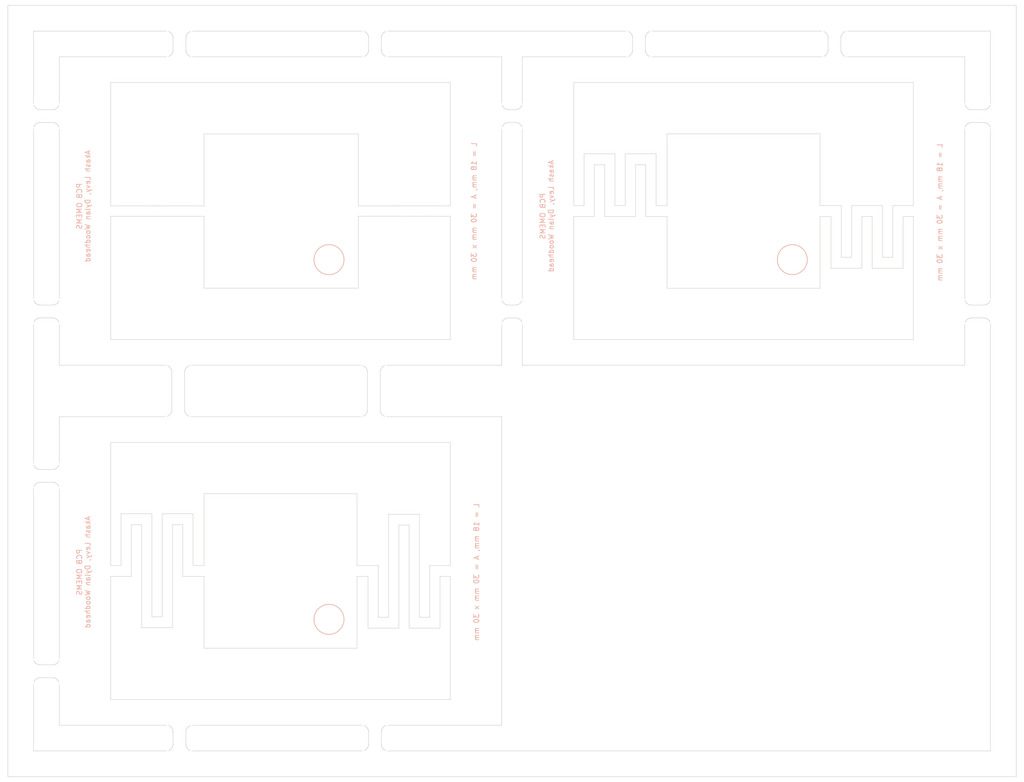
<source format=kicad_pcb>
(kicad_pcb (version 20171130) (host pcbnew "(5.1.4-0-10_14)")
  (layers (0 F.Cu signal) (31 B.Cu signal) (34 B.Paste user) (35 F.Paste user) (36 B.SilkS user) (37 F.SilkS user) (38 B.Mask user) (39 F.Mask user) (44 Edge.Cuts user))
  (net 0 "")
  (module holes (layer F.Cu) (at -24.520005 -15.2)
    (fp_text reference "" (at 0 0) (layer F.SilkS) (effects (font (size 1.27 1.27))))
    (fp_text value "" (at 0 0) (layer F.SilkS) (effects (font (size 1.27 1.27))))
    (pad h0 np_thru_hole circle (at 0 0) (size 0.5 0.5) (drill 0.5) (layers *.Cu *.Mask))
    (pad h1 np_thru_hole circle (at -1.175014 0) (size 0.5 0.5) (drill 0.5) (layers *.Cu *.Mask))
    (pad h2 np_thru_hole circle (at -2.350028 0) (size 0.5 0.5) (drill 0.5) (layers *.Cu *.Mask))
    (pad h3 np_thru_hole circle (at -3.525042 0) (size 0.5 0.5) (drill 0.5) (layers *.Cu *.Mask))
    (pad h4 np_thru_hole circle (at -4.700056 0) (size 0.5 0.5) (drill 0.5) (layers *.Cu *.Mask))
  )
  (module holes (layer F.Cu) (at -29.220065 -24.8)
    (fp_text reference "" (at 0 0) (layer F.SilkS) (effects (font (size 1.27 1.27))))
    (fp_text value "" (at 0 0) (layer F.SilkS) (effects (font (size 1.27 1.27))))
    (pad h0 np_thru_hole circle (at 0 0) (size 0.5 0.5) (drill 0.5) (layers *.Cu *.Mask))
    (pad h1 np_thru_hole circle (at 1.175014 0) (size 0.5 0.5) (drill 0.5) (layers *.Cu *.Mask))
    (pad h2 np_thru_hole circle (at 2.350028 0) (size 0.5 0.5) (drill 0.5) (layers *.Cu *.Mask))
    (pad h3 np_thru_hole circle (at 3.525042 0) (size 0.5 0.5) (drill 0.5) (layers *.Cu *.Mask))
    (pad h4 np_thru_hole circle (at 4.700056 0) (size 0.5 0.5) (drill 0.5) (layers *.Cu *.Mask))
  )
  (module holes (layer F.Cu) (at -62.530012 -15.2)
    (fp_text reference "" (at 0 0) (layer F.SilkS) (effects (font (size 1.27 1.27))))
    (fp_text value "" (at 0 0) (layer F.SilkS) (effects (font (size 1.27 1.27))))
    (pad h0 np_thru_hole circle (at 0 0) (size 0.5 0.5) (drill 0.5) (layers *.Cu *.Mask))
    (pad h1 np_thru_hole circle (at -1.175001 0) (size 0.5 0.5) (drill 0.5) (layers *.Cu *.Mask))
    (pad h2 np_thru_hole circle (at -2.350002 0) (size 0.5 0.5) (drill 0.5) (layers *.Cu *.Mask))
    (pad h3 np_thru_hole circle (at -3.525003 0) (size 0.5 0.5) (drill 0.5) (layers *.Cu *.Mask))
    (pad h4 np_thru_hole circle (at -4.700004 0) (size 0.5 0.5) (drill 0.5) (layers *.Cu *.Mask))
  )
  (module holes (layer F.Cu) (at -67.230023 -24.8)
    (fp_text reference "" (at 0 0) (layer F.SilkS) (effects (font (size 1.27 1.27))))
    (fp_text value "" (at 0 0) (layer F.SilkS) (effects (font (size 1.27 1.27))))
    (pad h0 np_thru_hole circle (at 0 0) (size 0.5 0.5) (drill 0.5) (layers *.Cu *.Mask))
    (pad h1 np_thru_hole circle (at 1.175001 0) (size 0.5 0.5) (drill 0.5) (layers *.Cu *.Mask))
    (pad h2 np_thru_hole circle (at 2.350002 0) (size 0.5 0.5) (drill 0.5) (layers *.Cu *.Mask))
    (pad h3 np_thru_hole circle (at 3.525003 0) (size 0.5 0.5) (drill 0.5) (layers *.Cu *.Mask))
    (pad h4 np_thru_hole circle (at 4.700004 0) (size 0.5 0.5) (drill 0.5) (layers *.Cu *.Mask))
  )
  (module holes (layer F.Cu) (at -66.989988 45.2)
    (fp_text reference "" (at 0 0) (layer F.SilkS) (effects (font (size 1.27 1.27))))
    (fp_text value "" (at 0 0) (layer F.SilkS) (effects (font (size 1.27 1.27))))
    (pad h0 np_thru_hole circle (at 0 0) (size 0.5 0.5) (drill 0.5) (layers *.Cu *.Mask))
    (pad h1 np_thru_hole circle (at 1.174987 0) (size 0.5 0.5) (drill 0.5) (layers *.Cu *.Mask))
    (pad h2 np_thru_hole circle (at 2.349974 0) (size 0.5 0.5) (drill 0.5) (layers *.Cu *.Mask))
    (pad h3 np_thru_hole circle (at 3.524961 0) (size 0.5 0.5) (drill 0.5) (layers *.Cu *.Mask))
    (pad h4 np_thru_hole circle (at 4.699948 0) (size 0.5 0.5) (drill 0.5) (layers *.Cu *.Mask))
  )
  (module holes (layer F.Cu) (at -62.28983 49.8)
    (fp_text reference "" (at 0 0) (layer F.SilkS) (effects (font (size 1.27 1.27))))
    (fp_text value "" (at 0 0) (layer F.SilkS) (effects (font (size 1.27 1.27))))
    (pad h0 np_thru_hole circle (at 0 0) (size 0.5 0.5) (drill 0.5) (layers *.Cu *.Mask))
    (pad h1 np_thru_hole circle (at -1.175044 0) (size 0.5 0.5) (drill 0.5) (layers *.Cu *.Mask))
    (pad h2 np_thru_hole circle (at -2.350088 0) (size 0.5 0.5) (drill 0.5) (layers *.Cu *.Mask))
    (pad h3 np_thru_hole circle (at -3.525132 0) (size 0.5 0.5) (drill 0.5) (layers *.Cu *.Mask))
    (pad h4 np_thru_hole circle (at -4.700176 0) (size 0.5 0.5) (drill 0.5) (layers *.Cu *.Mask))
  )
  (module holes (layer F.Cu) (at -28.990003 45.2)
    (fp_text reference "" (at 0 0) (layer F.SilkS) (effects (font (size 1.27 1.27))))
    (fp_text value "" (at 0 0) (layer F.SilkS) (effects (font (size 1.27 1.27))))
    (pad h0 np_thru_hole circle (at 0 0) (size 0.5 0.5) (drill 0.5) (layers *.Cu *.Mask))
    (pad h1 np_thru_hole circle (at 1.174995 0) (size 0.5 0.5) (drill 0.5) (layers *.Cu *.Mask))
    (pad h2 np_thru_hole circle (at 2.34999 0) (size 0.5 0.5) (drill 0.5) (layers *.Cu *.Mask))
    (pad h3 np_thru_hole circle (at 3.524985 0) (size 0.5 0.5) (drill 0.5) (layers *.Cu *.Mask))
    (pad h4 np_thru_hole circle (at 4.69998 0) (size 0.5 0.5) (drill 0.5) (layers *.Cu *.Mask))
  )
  (module holes (layer F.Cu) (at -24.290122 49.8)
    (fp_text reference "" (at 0 0) (layer F.SilkS) (effects (font (size 1.27 1.27))))
    (fp_text value "" (at 0 0) (layer F.SilkS) (effects (font (size 1.27 1.27))))
    (pad h0 np_thru_hole circle (at 0 0) (size 0.5 0.5) (drill 0.5) (layers *.Cu *.Mask))
    (pad h1 np_thru_hole circle (at -1.174967 0) (size 0.5 0.5) (drill 0.5) (layers *.Cu *.Mask))
    (pad h2 np_thru_hole circle (at -2.349934 0) (size 0.5 0.5) (drill 0.5) (layers *.Cu *.Mask))
    (pad h3 np_thru_hole circle (at -3.524901 0) (size 0.5 0.5) (drill 0.5) (layers *.Cu *.Mask))
    (pad h4 np_thru_hole circle (at -4.699868 0) (size 0.5 0.5) (drill 0.5) (layers *.Cu *.Mask))
  )
  (module holes (layer F.Cu) (at 88.2 -71.120037)
    (fp_text reference "" (at 0 0) (layer F.SilkS) (effects (font (size 1.27 1.27))))
    (fp_text value "" (at 0 0) (layer F.SilkS) (effects (font (size 1.27 1.27))))
    (pad h0 np_thru_hole circle (at 0 0) (size 0.5 0.5) (drill 0.5) (layers *.Cu *.Mask))
    (pad h1 np_thru_hole circle (at 0 -1.174989) (size 0.5 0.5) (drill 0.5) (layers *.Cu *.Mask))
    (pad h2 np_thru_hole circle (at 0 -2.349978) (size 0.5 0.5) (drill 0.5) (layers *.Cu *.Mask))
    (pad h3 np_thru_hole circle (at 0 -3.524967) (size 0.5 0.5) (drill 0.5) (layers *.Cu *.Mask))
    (pad h4 np_thru_hole circle (at 0 -4.699956) (size 0.5 0.5) (drill 0.5) (layers *.Cu *.Mask))
  )
  (module holes (layer F.Cu) (at 92.8 -75.819998)
    (fp_text reference "" (at 0 0) (layer F.SilkS) (effects (font (size 1.27 1.27))))
    (fp_text value "" (at 0 0) (layer F.SilkS) (effects (font (size 1.27 1.27))))
    (pad h0 np_thru_hole circle (at 0 0) (size 0.5 0.5) (drill 0.5) (layers *.Cu *.Mask))
    (pad h1 np_thru_hole circle (at 0 1.174991) (size 0.5 0.5) (drill 0.5) (layers *.Cu *.Mask))
    (pad h2 np_thru_hole circle (at 0 2.349982) (size 0.5 0.5) (drill 0.5) (layers *.Cu *.Mask))
    (pad h3 np_thru_hole circle (at 0 3.524973) (size 0.5 0.5) (drill 0.5) (layers *.Cu *.Mask))
    (pad h4 np_thru_hole circle (at 0 4.699964) (size 0.5 0.5) (drill 0.5) (layers *.Cu *.Mask))
  )
  (module holes (layer F.Cu) (at 88.2 -33.12)
    (fp_text reference "" (at 0 0) (layer F.SilkS) (effects (font (size 1.27 1.27))))
    (fp_text value "" (at 0 0) (layer F.SilkS) (effects (font (size 1.27 1.27))))
    (pad h0 np_thru_hole circle (at 0 0) (size 0.5 0.5) (drill 0.5) (layers *.Cu *.Mask))
    (pad h1 np_thru_hole circle (at 0 -1.175002) (size 0.5 0.5) (drill 0.5) (layers *.Cu *.Mask))
    (pad h2 np_thru_hole circle (at 0 -2.350004) (size 0.5 0.5) (drill 0.5) (layers *.Cu *.Mask))
    (pad h3 np_thru_hole circle (at 0 -3.525006) (size 0.5 0.5) (drill 0.5) (layers *.Cu *.Mask))
    (pad h4 np_thru_hole circle (at 0 -4.700008) (size 0.5 0.5) (drill 0.5) (layers *.Cu *.Mask))
  )
  (module holes (layer F.Cu) (at 92.8 -37.820003)
    (fp_text reference "" (at 0 0) (layer F.SilkS) (effects (font (size 1.27 1.27))))
    (fp_text value "" (at 0 0) (layer F.SilkS) (effects (font (size 1.27 1.27))))
    (pad h0 np_thru_hole circle (at 0 0) (size 0.5 0.5) (drill 0.5) (layers *.Cu *.Mask))
    (pad h1 np_thru_hole circle (at 0 1.175) (size 0.5 0.5) (drill 0.5) (layers *.Cu *.Mask))
    (pad h2 np_thru_hole circle (at 0 2.35) (size 0.5 0.5) (drill 0.5) (layers *.Cu *.Mask))
    (pad h3 np_thru_hole circle (at 0 3.525) (size 0.5 0.5) (drill 0.5) (layers *.Cu *.Mask))
    (pad h4 np_thru_hole circle (at 0 4.7) (size 0.5 0.5) (drill 0.5) (layers *.Cu *.Mask))
  )
  (module holes (layer F.Cu) (at -92.8 -1.14001)
    (fp_text reference "" (at 0 0) (layer F.SilkS) (effects (font (size 1.27 1.27))))
    (fp_text value "" (at 0 0) (layer F.SilkS) (effects (font (size 1.27 1.27))))
    (pad h0 np_thru_hole circle (at 0 0) (size 0.5 0.5) (drill 0.5) (layers *.Cu *.Mask))
    (pad h1 np_thru_hole circle (at 0 -1.174978) (size 0.5 0.5) (drill 0.5) (layers *.Cu *.Mask))
    (pad h2 np_thru_hole circle (at 0 -2.349956) (size 0.5 0.5) (drill 0.5) (layers *.Cu *.Mask))
    (pad h3 np_thru_hole circle (at 0 -3.524934) (size 0.5 0.5) (drill 0.5) (layers *.Cu *.Mask))
    (pad h4 np_thru_hole circle (at 0 -4.699912) (size 0.5 0.5) (drill 0.5) (layers *.Cu *.Mask))
  )
  (module holes (layer F.Cu) (at -88.2 -5.84)
    (fp_text reference "" (at 0 0) (layer F.SilkS) (effects (font (size 1.27 1.27))))
    (fp_text value "" (at 0 0) (layer F.SilkS) (effects (font (size 1.27 1.27))))
    (pad h0 np_thru_hole circle (at 0 0) (size 0.5 0.5) (drill 0.5) (layers *.Cu *.Mask))
    (pad h1 np_thru_hole circle (at 0 1.175006) (size 0.5 0.5) (drill 0.5) (layers *.Cu *.Mask))
    (pad h2 np_thru_hole circle (at 0 2.350012) (size 0.5 0.5) (drill 0.5) (layers *.Cu *.Mask))
    (pad h3 np_thru_hole circle (at 0 3.525018) (size 0.5 0.5) (drill 0.5) (layers *.Cu *.Mask))
    (pad h4 np_thru_hole circle (at 0 4.700024) (size 0.5 0.5) (drill 0.5) (layers *.Cu *.Mask))
  )
  (module holes (layer F.Cu) (at -92.8 36.860008)
    (fp_text reference "" (at 0 0) (layer F.SilkS) (effects (font (size 1.27 1.27))))
    (fp_text value "" (at 0 0) (layer F.SilkS) (effects (font (size 1.27 1.27))))
    (pad h0 np_thru_hole circle (at 0 0) (size 0.5 0.5) (drill 0.5) (layers *.Cu *.Mask))
    (pad h1 np_thru_hole circle (at 0 -1.175004) (size 0.5 0.5) (drill 0.5) (layers *.Cu *.Mask))
    (pad h2 np_thru_hole circle (at 0 -2.350008) (size 0.5 0.5) (drill 0.5) (layers *.Cu *.Mask))
    (pad h3 np_thru_hole circle (at 0 -3.525012) (size 0.5 0.5) (drill 0.5) (layers *.Cu *.Mask))
    (pad h4 np_thru_hole circle (at 0 -4.700016) (size 0.5 0.5) (drill 0.5) (layers *.Cu *.Mask))
  )
  (module holes (layer F.Cu) (at -88.2 32.160002)
    (fp_text reference "" (at 0 0) (layer F.SilkS) (effects (font (size 1.27 1.27))))
    (fp_text value "" (at 0 0) (layer F.SilkS) (effects (font (size 1.27 1.27))))
    (pad h0 np_thru_hole circle (at 0 0) (size 0.5 0.5) (drill 0.5) (layers *.Cu *.Mask))
    (pad h1 np_thru_hole circle (at 0 1.175) (size 0.5 0.5) (drill 0.5) (layers *.Cu *.Mask))
    (pad h2 np_thru_hole circle (at 0 2.35) (size 0.5 0.5) (drill 0.5) (layers *.Cu *.Mask))
    (pad h3 np_thru_hole circle (at 0 3.525) (size 0.5 0.5) (drill 0.5) (layers *.Cu *.Mask))
    (pad h4 np_thru_hole circle (at 0 4.7) (size 0.5 0.5) (drill 0.5) (layers *.Cu *.Mask))
  )
  (module holes (layer F.Cu) (at 22.3201 -89.8)
    (fp_text reference "" (at 0 0) (layer F.SilkS) (effects (font (size 1.27 1.27))))
    (fp_text value "" (at 0 0) (layer F.SilkS) (effects (font (size 1.27 1.27))))
    (pad h0 np_thru_hole circle (at 0 0) (size 0.5 0.5) (drill 0.5) (layers *.Cu *.Mask))
    (pad h1 np_thru_hole circle (at 1.174979 0) (size 0.5 0.5) (drill 0.5) (layers *.Cu *.Mask))
    (pad h2 np_thru_hole circle (at 2.349958 0) (size 0.5 0.5) (drill 0.5) (layers *.Cu *.Mask))
    (pad h3 np_thru_hole circle (at 3.524937 0) (size 0.5 0.5) (drill 0.5) (layers *.Cu *.Mask))
    (pad h4 np_thru_hole circle (at 4.699916 0) (size 0.5 0.5) (drill 0.5) (layers *.Cu *.Mask))
  )
  (module holes (layer F.Cu) (at 27.019953 -85.2)
    (fp_text reference "" (at 0 0) (layer F.SilkS) (effects (font (size 1.27 1.27))))
    (fp_text value "" (at 0 0) (layer F.SilkS) (effects (font (size 1.27 1.27))))
    (pad h0 np_thru_hole circle (at 0 0) (size 0.5 0.5) (drill 0.5) (layers *.Cu *.Mask))
    (pad h1 np_thru_hole circle (at -1.174988 0) (size 0.5 0.5) (drill 0.5) (layers *.Cu *.Mask))
    (pad h2 np_thru_hole circle (at -2.349976 0) (size 0.5 0.5) (drill 0.5) (layers *.Cu *.Mask))
    (pad h3 np_thru_hole circle (at -3.524964 0) (size 0.5 0.5) (drill 0.5) (layers *.Cu *.Mask))
    (pad h4 np_thru_hole circle (at -4.699952 0) (size 0.5 0.5) (drill 0.5) (layers *.Cu *.Mask))
  )
  (module holes (layer F.Cu) (at 60.320002 -89.8)
    (fp_text reference "" (at 0 0) (layer F.SilkS) (effects (font (size 1.27 1.27))))
    (fp_text value "" (at 0 0) (layer F.SilkS) (effects (font (size 1.27 1.27))))
    (pad h0 np_thru_hole circle (at 0 0) (size 0.5 0.5) (drill 0.5) (layers *.Cu *.Mask))
    (pad h1 np_thru_hole circle (at 1.175006 0) (size 0.5 0.5) (drill 0.5) (layers *.Cu *.Mask))
    (pad h2 np_thru_hole circle (at 2.350012 0) (size 0.5 0.5) (drill 0.5) (layers *.Cu *.Mask))
    (pad h3 np_thru_hole circle (at 3.525018 0) (size 0.5 0.5) (drill 0.5) (layers *.Cu *.Mask))
    (pad h4 np_thru_hole circle (at 4.700024 0) (size 0.5 0.5) (drill 0.5) (layers *.Cu *.Mask))
  )
  (module holes (layer F.Cu) (at 65.020008 -85.2)
    (fp_text reference "" (at 0 0) (layer F.SilkS) (effects (font (size 1.27 1.27))))
    (fp_text value "" (at 0 0) (layer F.SilkS) (effects (font (size 1.27 1.27))))
    (pad h0 np_thru_hole circle (at 0 0) (size 0.5 0.5) (drill 0.5) (layers *.Cu *.Mask))
    (pad h1 np_thru_hole circle (at -1.175001 0) (size 0.5 0.5) (drill 0.5) (layers *.Cu *.Mask))
    (pad h2 np_thru_hole circle (at -2.350002 0) (size 0.5 0.5) (drill 0.5) (layers *.Cu *.Mask))
    (pad h3 np_thru_hole circle (at -3.525003 0) (size 0.5 0.5) (drill 0.5) (layers *.Cu *.Mask))
    (pad h4 np_thru_hole circle (at -4.700004 0) (size 0.5 0.5) (drill 0.5) (layers *.Cu *.Mask))
  )
  (module holes (layer F.Cu) (at -28.989948 -89.8)
    (fp_text reference "" (at 0 0) (layer F.SilkS) (effects (font (size 1.27 1.27))))
    (fp_text value "" (at 0 0) (layer F.SilkS) (effects (font (size 1.27 1.27))))
    (pad h0 np_thru_hole circle (at 0 0) (size 0.5 0.5) (drill 0.5) (layers *.Cu *.Mask))
    (pad h1 np_thru_hole circle (at 1.175 0) (size 0.5 0.5) (drill 0.5) (layers *.Cu *.Mask))
    (pad h2 np_thru_hole circle (at 2.35 0) (size 0.5 0.5) (drill 0.5) (layers *.Cu *.Mask))
    (pad h3 np_thru_hole circle (at 3.525 0) (size 0.5 0.5) (drill 0.5) (layers *.Cu *.Mask))
    (pad h4 np_thru_hole circle (at 4.7 0) (size 0.5 0.5) (drill 0.5) (layers *.Cu *.Mask))
  )
  (module holes (layer F.Cu) (at -24.290025 -85.2)
    (fp_text reference "" (at 0 0) (layer F.SilkS) (effects (font (size 1.27 1.27))))
    (fp_text value "" (at 0 0) (layer F.SilkS) (effects (font (size 1.27 1.27))))
    (pad h0 np_thru_hole circle (at 0 0) (size 0.5 0.5) (drill 0.5) (layers *.Cu *.Mask))
    (pad h1 np_thru_hole circle (at -1.174984 0) (size 0.5 0.5) (drill 0.5) (layers *.Cu *.Mask))
    (pad h2 np_thru_hole circle (at -2.349968 0) (size 0.5 0.5) (drill 0.5) (layers *.Cu *.Mask))
    (pad h3 np_thru_hole circle (at -3.524952 0) (size 0.5 0.5) (drill 0.5) (layers *.Cu *.Mask))
    (pad h4 np_thru_hole circle (at -4.699936 0) (size 0.5 0.5) (drill 0.5) (layers *.Cu *.Mask))
  )
  (module holes (layer F.Cu) (at -66.990005 -89.8)
    (fp_text reference "" (at 0 0) (layer F.SilkS) (effects (font (size 1.27 1.27))))
    (fp_text value "" (at 0 0) (layer F.SilkS) (effects (font (size 1.27 1.27))))
    (pad h0 np_thru_hole circle (at 0 0) (size 0.5 0.5) (drill 0.5) (layers *.Cu *.Mask))
    (pad h1 np_thru_hole circle (at 1.175004 0) (size 0.5 0.5) (drill 0.5) (layers *.Cu *.Mask))
    (pad h2 np_thru_hole circle (at 2.350008 0) (size 0.5 0.5) (drill 0.5) (layers *.Cu *.Mask))
    (pad h3 np_thru_hole circle (at 3.525012 0) (size 0.5 0.5) (drill 0.5) (layers *.Cu *.Mask))
    (pad h4 np_thru_hole circle (at 4.700016 0) (size 0.5 0.5) (drill 0.5) (layers *.Cu *.Mask))
  )
  (module holes (layer F.Cu) (at -62.289997 -85.2)
    (fp_text reference "" (at 0 0) (layer F.SilkS) (effects (font (size 1.27 1.27))))
    (fp_text value "" (at 0 0) (layer F.SilkS) (effects (font (size 1.27 1.27))))
    (pad h0 np_thru_hole circle (at 0 0) (size 0.5 0.5) (drill 0.5) (layers *.Cu *.Mask))
    (pad h1 np_thru_hole circle (at -1.174996 0) (size 0.5 0.5) (drill 0.5) (layers *.Cu *.Mask))
    (pad h2 np_thru_hole circle (at -2.349992 0) (size 0.5 0.5) (drill 0.5) (layers *.Cu *.Mask))
    (pad h3 np_thru_hole circle (at -3.524988 0) (size 0.5 0.5) (drill 0.5) (layers *.Cu *.Mask))
    (pad h4 np_thru_hole circle (at -4.699984 0) (size 0.5 0.5) (drill 0.5) (layers *.Cu *.Mask))
  )
  (module holes (layer F.Cu) (at -92.8 -71.120032)
    (fp_text reference "" (at 0 0) (layer F.SilkS) (effects (font (size 1.27 1.27))))
    (fp_text value "" (at 0 0) (layer F.SilkS) (effects (font (size 1.27 1.27))))
    (pad h0 np_thru_hole circle (at 0 0) (size 0.5 0.5) (drill 0.5) (layers *.Cu *.Mask))
    (pad h1 np_thru_hole circle (at 0 -1.17499) (size 0.5 0.5) (drill 0.5) (layers *.Cu *.Mask))
    (pad h2 np_thru_hole circle (at 0 -2.34998) (size 0.5 0.5) (drill 0.5) (layers *.Cu *.Mask))
    (pad h3 np_thru_hole circle (at 0 -3.52497) (size 0.5 0.5) (drill 0.5) (layers *.Cu *.Mask))
    (pad h4 np_thru_hole circle (at 0 -4.69996) (size 0.5 0.5) (drill 0.5) (layers *.Cu *.Mask))
  )
  (module holes (layer F.Cu) (at -88.2 -75.819993)
    (fp_text reference "" (at 0 0) (layer F.SilkS) (effects (font (size 1.27 1.27))))
    (fp_text value "" (at 0 0) (layer F.SilkS) (effects (font (size 1.27 1.27))))
    (pad h0 np_thru_hole circle (at 0 0) (size 0.5 0.5) (drill 0.5) (layers *.Cu *.Mask))
    (pad h1 np_thru_hole circle (at 0 1.174989) (size 0.5 0.5) (drill 0.5) (layers *.Cu *.Mask))
    (pad h2 np_thru_hole circle (at 0 2.349978) (size 0.5 0.5) (drill 0.5) (layers *.Cu *.Mask))
    (pad h3 np_thru_hole circle (at 0 3.524967) (size 0.5 0.5) (drill 0.5) (layers *.Cu *.Mask))
    (pad h4 np_thru_hole circle (at 0 4.699956) (size 0.5 0.5) (drill 0.5) (layers *.Cu *.Mask))
  )
  (module holes (layer F.Cu) (at -92.8 -33.120015)
    (fp_text reference "" (at 0 0) (layer F.SilkS) (effects (font (size 1.27 1.27))))
    (fp_text value "" (at 0 0) (layer F.SilkS) (effects (font (size 1.27 1.27))))
    (pad h0 np_thru_hole circle (at 0 0) (size 0.5 0.5) (drill 0.5) (layers *.Cu *.Mask))
    (pad h1 np_thru_hole circle (at 0 -1.174998) (size 0.5 0.5) (drill 0.5) (layers *.Cu *.Mask))
    (pad h2 np_thru_hole circle (at 0 -2.349996) (size 0.5 0.5) (drill 0.5) (layers *.Cu *.Mask))
    (pad h3 np_thru_hole circle (at 0 -3.524994) (size 0.5 0.5) (drill 0.5) (layers *.Cu *.Mask))
    (pad h4 np_thru_hole circle (at 0 -4.699992) (size 0.5 0.5) (drill 0.5) (layers *.Cu *.Mask))
  )
  (module holes (layer F.Cu) (at -88.2 -37.820003)
    (fp_text reference "" (at 0 0) (layer F.SilkS) (effects (font (size 1.27 1.27))))
    (fp_text value "" (at 0 0) (layer F.SilkS) (effects (font (size 1.27 1.27))))
    (pad h0 np_thru_hole circle (at 0 0) (size 0.5 0.5) (drill 0.5) (layers *.Cu *.Mask))
    (pad h1 np_thru_hole circle (at 0 1.175002) (size 0.5 0.5) (drill 0.5) (layers *.Cu *.Mask))
    (pad h2 np_thru_hole circle (at 0 2.350004) (size 0.5 0.5) (drill 0.5) (layers *.Cu *.Mask))
    (pad h3 np_thru_hole circle (at 0 3.525006) (size 0.5 0.5) (drill 0.5) (layers *.Cu *.Mask))
    (pad h4 np_thru_hole circle (at 0 4.700008) (size 0.5 0.5) (drill 0.5) (layers *.Cu *.Mask))
  )
  (module holes (layer F.Cu) (at -1.8 -33.12)
    (fp_text reference "" (at 0 0) (layer F.SilkS) (effects (font (size 1.27 1.27))))
    (fp_text value "" (at 0 0) (layer F.SilkS) (effects (font (size 1.27 1.27))))
    (pad h0 np_thru_hole circle (at 0 0) (size 0.5 0.5) (drill 0.5) (layers *.Cu *.Mask))
    (pad h1 np_thru_hole circle (at 0 -1.175008) (size 0.5 0.5) (drill 0.5) (layers *.Cu *.Mask))
    (pad h2 np_thru_hole circle (at 0 -2.350016) (size 0.5 0.5) (drill 0.5) (layers *.Cu *.Mask))
    (pad h3 np_thru_hole circle (at 0 -3.525024) (size 0.5 0.5) (drill 0.5) (layers *.Cu *.Mask))
    (pad h4 np_thru_hole circle (at 0 -4.700032) (size 0.5 0.5) (drill 0.5) (layers *.Cu *.Mask))
  )
  (module holes (layer F.Cu) (at 1.8 -37.820028)
    (fp_text reference "" (at 0 0) (layer F.SilkS) (effects (font (size 1.27 1.27))))
    (fp_text value "" (at 0 0) (layer F.SilkS) (effects (font (size 1.27 1.27))))
    (pad h0 np_thru_hole circle (at 0 0) (size 0.5 0.5) (drill 0.5) (layers *.Cu *.Mask))
    (pad h1 np_thru_hole circle (at 0 1.175008) (size 0.5 0.5) (drill 0.5) (layers *.Cu *.Mask))
    (pad h2 np_thru_hole circle (at 0 2.350016) (size 0.5 0.5) (drill 0.5) (layers *.Cu *.Mask))
    (pad h3 np_thru_hole circle (at 0 3.525024) (size 0.5 0.5) (drill 0.5) (layers *.Cu *.Mask))
    (pad h4 np_thru_hole circle (at 0 4.700032) (size 0.5 0.5) (drill 0.5) (layers *.Cu *.Mask))
  )
  (module holes (layer F.Cu) (at -1.8 -71.120002)
    (fp_text reference "" (at 0 0) (layer F.SilkS) (effects (font (size 1.27 1.27))))
    (fp_text value "" (at 0 0) (layer F.SilkS) (effects (font (size 1.27 1.27))))
    (pad h0 np_thru_hole circle (at 0 0) (size 0.5 0.5) (drill 0.5) (layers *.Cu *.Mask))
    (pad h1 np_thru_hole circle (at 0 -1.174996) (size 0.5 0.5) (drill 0.5) (layers *.Cu *.Mask))
    (pad h2 np_thru_hole circle (at 0 -2.349992) (size 0.5 0.5) (drill 0.5) (layers *.Cu *.Mask))
    (pad h3 np_thru_hole circle (at 0 -3.524988) (size 0.5 0.5) (drill 0.5) (layers *.Cu *.Mask))
    (pad h4 np_thru_hole circle (at 0 -4.699984) (size 0.5 0.5) (drill 0.5) (layers *.Cu *.Mask))
  )
  (module holes (layer F.Cu) (at 1.8 -75.819993)
    (fp_text reference "" (at 0 0) (layer F.SilkS) (effects (font (size 1.27 1.27))))
    (fp_text value "" (at 0 0) (layer F.SilkS) (effects (font (size 1.27 1.27))))
    (pad h0 np_thru_hole circle (at 0 0) (size 0.5 0.5) (drill 0.5) (layers *.Cu *.Mask))
    (pad h1 np_thru_hole circle (at 0 1.174996) (size 0.5 0.5) (drill 0.5) (layers *.Cu *.Mask))
    (pad h2 np_thru_hole circle (at 0 2.349992) (size 0.5 0.5) (drill 0.5) (layers *.Cu *.Mask))
    (pad h3 np_thru_hole circle (at 0 3.524988) (size 0.5 0.5) (drill 0.5) (layers *.Cu *.Mask))
    (pad h4 np_thru_hole circle (at 0 4.699984) (size 0.5 0.5) (drill 0.5) (layers *.Cu *.Mask))
  )
  (gr_text "L = 18 mm, A = 30 mm x 30 mm" (at 83.15 -54.73 90) (layer B.SilkS) (effects (font (size 1 1)) (justify mirror)))
  (gr_text "L = 18 mm, A = 30 mm x 30 mm" (at -7.39 -54.97 90) (layer B.SilkS) (effects (font (size 1 1)) (justify mirror)))
  (gr_text "L = 18 mm, A = 30 mm x 30 mm" (at -6.91 15.23 90) (layer B.SilkS) (effects (font (size 1 1)) (justify mirror)))
  (gr_text "PCB OMEMS\nAkash Levy, Dylan Woodhead" (at -83.28 15.23 90) (layer B.SilkS) (effects (font (size 1 1)) (justify mirror)))
  (gr_text "PCB OMEMS\nAkash Levy, Dylan Woodhead" (at 6.78 -54.01 90) (layer B.SilkS) (effects (font (size 1 1)) (justify mirror)))
  (gr_text "PCB OMEMS\nAkash Levy, Dylan Woodhead" (at -83.28 -55.95 90) (layer B.SilkS) (effects (font (size 1 1)) (justify mirror)))
  (gr_circle (center -35.58 24.41) (end -33.4 26.35) (layer B.SilkS) (width 0.15))
  (gr_circle (center 54.48 -45.55) (end 56.66 -43.61) (layer B.SilkS) (width 0.15))
  (gr_circle (center -35.58 -45.55) (end -33.4 -43.61) (layer B.SilkS) (width 0.15))
  (gr_line (start -98 -95) (end 98 -95) (layer Edge.Cuts) (width 0.1))
  (gr_line (start 98 -95) (end 98 55) (layer Edge.Cuts) (width 0.1))
  (gr_line (start 98 55) (end -98 55) (layer Edge.Cuts) (width 0.1))
  (gr_line (start -98 55) (end -98 -95) (layer Edge.Cuts) (width 0.1))
  (gr_line (start -98 -95) (end -98 -95) (layer Edge.Cuts) (width 0.1))
  (gr_line (start -93 -90) (end -93 -90) (layer Edge.Cuts) (width 0.1))
  (gr_line (start -2 -15) (end -2 45) (layer Edge.Cuts) (width 0.1))
  (gr_line (start -88 -15) (end -88 -15) (layer Edge.Cuts) (width 0.1))
  (gr_line (start 88 -25) (end 2 -25) (layer Edge.Cuts) (width 0.1))
  (gr_line (start 2 -85) (end 2 -85) (layer Edge.Cuts) (width 0.1))
  (gr_line (start -88 -85) (end -88 -85) (layer Edge.Cuts) (width 0.1))
  (gr_line (start -73.999733 6) (end -73.999733 16.06508) (layer Edge.Cuts) (width 0.1))
  (gr_line (start -73.999733 16.06508) (end -78 16.06508) (layer Edge.Cuts) (width 0.1))
  (gr_line (start -78 16.06508) (end -78 40) (layer Edge.Cuts) (width 0.1))
  (gr_line (start -78 40) (end -12.000001 40) (layer Edge.Cuts) (width 0.1))
  (gr_line (start -12.000001 40) (end -12.000001 16.06508) (layer Edge.Cuts) (width 0.1))
  (gr_line (start -12.000001 16.06508) (end -13.999875 16.06508) (layer Edge.Cuts) (width 0.1))
  (gr_line (start -13.999875 16.06508) (end -13.999875 26.13068) (layer Edge.Cuts) (width 0.1))
  (gr_line (start -13.999875 26.13068) (end -20.000015 26.13068) (layer Edge.Cuts) (width 0.1))
  (gr_line (start -20.000015 26.13068) (end -20.000015 6.07991) (layer Edge.Cuts) (width 0.1))
  (gr_line (start -20.000015 6.07991) (end -21.999891 6.07991) (layer Edge.Cuts) (width 0.1))
  (gr_line (start -21.999891 6.07991) (end -21.999891 26.13068) (layer Edge.Cuts) (width 0.1))
  (gr_line (start -21.999891 26.13068) (end -28.00003 26.13068) (layer Edge.Cuts) (width 0.1))
  (gr_line (start -28.00003 26.13068) (end -28.00003 16.06508) (layer Edge.Cuts) (width 0.1))
  (gr_line (start -28.00003 16.06508) (end -30.132715 16.06508) (layer Edge.Cuts) (width 0.1))
  (gr_line (start -30.132715 16.06508) (end -30.132715 30.0236) (layer Edge.Cuts) (width 0.1))
  (gr_line (start -30.132715 30.0236) (end -59.867285 30.0236) (layer Edge.Cuts) (width 0.1))
  (gr_line (start -59.867285 30.0236) (end -59.867285 16.06508) (layer Edge.Cuts) (width 0.1))
  (gr_line (start -59.867285 16.06508) (end -63.999843 16.06508) (layer Edge.Cuts) (width 0.1))
  (gr_line (start -63.999843 16.06508) (end -63.999843 6) (layer Edge.Cuts) (width 0.1))
  (gr_line (start -63.999843 6) (end -65.999718 6) (layer Edge.Cuts) (width 0.1))
  (gr_line (start -65.999718 6) (end -65.999718 26.03324) (layer Edge.Cuts) (width 0.1))
  (gr_line (start -65.999718 26.03324) (end -71.999859 26.03324) (layer Edge.Cuts) (width 0.1))
  (gr_line (start -71.999859 26.03324) (end -71.999859 6) (layer Edge.Cuts) (width 0.1))
  (gr_line (start -71.999859 6) (end -73.999733 6) (layer Edge.Cuts) (width 0.1))
  (gr_line (start -73.999733 6) (end -73.999733 6) (layer Edge.Cuts) (width 0.1))
  (gr_line (start -78.000001 -10.00043) (end -78.000001 13.93449) (layer Edge.Cuts) (width 0.1))
  (gr_line (start -78.000001 13.93449) (end -75.99961 13.93449) (layer Edge.Cuts) (width 0.1))
  (gr_line (start -75.99961 13.93449) (end -75.99961 3.8689) (layer Edge.Cuts) (width 0.1))
  (gr_line (start -75.99961 3.8689) (end -69.999986 3.8689) (layer Edge.Cuts) (width 0.1))
  (gr_line (start -69.999986 3.8689) (end -69.999986 23.91967) (layer Edge.Cuts) (width 0.1))
  (gr_line (start -69.999986 23.91967) (end -67.999594 23.91967) (layer Edge.Cuts) (width 0.1))
  (gr_line (start -67.999594 23.91967) (end -67.999594 3.8689) (layer Edge.Cuts) (width 0.1))
  (gr_line (start -67.999594 3.8689) (end -61.999971 3.8689) (layer Edge.Cuts) (width 0.1))
  (gr_line (start -61.999971 3.8689) (end -61.999971 13.93449) (layer Edge.Cuts) (width 0.1))
  (gr_line (start -61.999971 13.93449) (end -59.867287 13.93449) (layer Edge.Cuts) (width 0.1))
  (gr_line (start -59.867287 13.93449) (end -59.867287 -0.023501) (layer Edge.Cuts) (width 0.1))
  (gr_line (start -59.867287 -0.023501) (end -30.132717 -0.023501) (layer Edge.Cuts) (width 0.1))
  (gr_line (start -30.132717 -0.023501) (end -30.132717 13.93449) (layer Edge.Cuts) (width 0.1))
  (gr_line (start -30.132717 13.93449) (end -25.999644 13.93449) (layer Edge.Cuts) (width 0.1))
  (gr_line (start -25.999644 13.93449) (end -25.999644 23.99957) (layer Edge.Cuts) (width 0.1))
  (gr_line (start -25.999644 23.99957) (end -23.999767 23.99957) (layer Edge.Cuts) (width 0.1))
  (gr_line (start -23.999767 23.99957) (end -23.999767 3.96685) (layer Edge.Cuts) (width 0.1))
  (gr_line (start -23.999767 3.96685) (end -17.999628 3.96685) (layer Edge.Cuts) (width 0.1))
  (gr_line (start -17.999628 3.96685) (end -17.999628 23.99957) (layer Edge.Cuts) (width 0.1))
  (gr_line (start -17.999628 23.99957) (end -15.99975 23.99957) (layer Edge.Cuts) (width 0.1))
  (gr_line (start -15.99975 23.99957) (end -15.99975 13.93449) (layer Edge.Cuts) (width 0.1))
  (gr_line (start -15.99975 13.93449) (end -12.000003 13.93449) (layer Edge.Cuts) (width 0.1))
  (gr_line (start -12.000003 13.93449) (end -12.000003 -10.00043) (layer Edge.Cuts) (width 0.1))
  (gr_line (start -12.000003 -10.00043) (end -78.000001 -10.00043) (layer Edge.Cuts) (width 0.1))
  (gr_line (start -78.000001 -10.00043) (end -78.000001 -10.00043) (layer Edge.Cuts) (width 0.1))
  (gr_line (start 16.00028 -64) (end 16.00028 -53.934558) (layer Edge.Cuts) (width 0.1))
  (gr_line (start 16.00028 -53.934558) (end 12 -53.934558) (layer Edge.Cuts) (width 0.1))
  (gr_line (start 12 -53.934558) (end 12 -30) (layer Edge.Cuts) (width 0.1))
  (gr_line (start 12 -30) (end 78.00011 -30) (layer Edge.Cuts) (width 0.1))
  (gr_line (start 78.00011 -30) (end 78.00011 -53.934558) (layer Edge.Cuts) (width 0.1))
  (gr_line (start 78.00011 -53.934558) (end 76.00023 -53.934558) (layer Edge.Cuts) (width 0.1))
  (gr_line (start 76.00023 -53.934558) (end 76.00023 -43.869113) (layer Edge.Cuts) (width 0.1))
  (gr_line (start 76.00023 -43.869113) (end 70.00008 -43.869113) (layer Edge.Cuts) (width 0.1))
  (gr_line (start 70.00008 -43.869113) (end 70.00008 -53.934558) (layer Edge.Cuts) (width 0.1))
  (gr_line (start 70.00008 -53.934558) (end 68.0002 -53.934558) (layer Edge.Cuts) (width 0.1))
  (gr_line (start 68.0002 -53.934558) (end 68.0002 -43.869113) (layer Edge.Cuts) (width 0.1))
  (gr_line (start 68.0002 -43.869113) (end 62.00005 -43.869113) (layer Edge.Cuts) (width 0.1))
  (gr_line (start 62.00005 -43.869113) (end 62.00005 -53.934558) (layer Edge.Cuts) (width 0.1))
  (gr_line (start 62.00005 -53.934558) (end 59.86737 -53.934558) (layer Edge.Cuts) (width 0.1))
  (gr_line (start 59.86737 -53.934558) (end 59.86737 -39.976256) (layer Edge.Cuts) (width 0.1))
  (gr_line (start 59.86737 -39.976256) (end 30.13275 -39.976256) (layer Edge.Cuts) (width 0.1))
  (gr_line (start 30.13275 -39.976256) (end 30.13275 -53.934558) (layer Edge.Cuts) (width 0.1))
  (gr_line (start 30.13275 -53.934558) (end 26.00018 -53.934558) (layer Edge.Cuts) (width 0.1))
  (gr_line (start 26.00018 -53.934558) (end 26.00018 -64) (layer Edge.Cuts) (width 0.1))
  (gr_line (start 26.00018 -64) (end 24.00031 -64) (layer Edge.Cuts) (width 0.1))
  (gr_line (start 24.00031 -64) (end 24.00031 -53.934558) (layer Edge.Cuts) (width 0.1))
  (gr_line (start 24.00031 -53.934558) (end 18.00015 -53.934558) (layer Edge.Cuts) (width 0.1))
  (gr_line (start 18.00015 -53.934558) (end 18.00015 -64) (layer Edge.Cuts) (width 0.1))
  (gr_line (start 18.00015 -64) (end 16.00028 -64) (layer Edge.Cuts) (width 0.1))
  (gr_line (start 16.00028 -64) (end 16.00028 -64) (layer Edge.Cuts) (width 0.1))
  (gr_line (start 12 -80) (end 12 -56.065595) (layer Edge.Cuts) (width 0.1))
  (gr_line (start 12 -56.065595) (end 14.0004 -56.065595) (layer Edge.Cuts) (width 0.1))
  (gr_line (start 14.0004 -56.065595) (end 14.0004 -66.130676) (layer Edge.Cuts) (width 0.1))
  (gr_line (start 14.0004 -66.130676) (end 20.00003 -66.130676) (layer Edge.Cuts) (width 0.1))
  (gr_line (start 20.00003 -66.130676) (end 20.00003 -56.065595) (layer Edge.Cuts) (width 0.1))
  (gr_line (start 20.00003 -56.065595) (end 22.00043 -56.065595) (layer Edge.Cuts) (width 0.1))
  (gr_line (start 22.00043 -56.065595) (end 22.00043 -66.130676) (layer Edge.Cuts) (width 0.1))
  (gr_line (start 22.00043 -66.130676) (end 28.00006 -66.130676) (layer Edge.Cuts) (width 0.1))
  (gr_line (start 28.00006 -66.130676) (end 28.00006 -56.065595) (layer Edge.Cuts) (width 0.1))
  (gr_line (start 28.00006 -56.065595) (end 30.13275 -56.065595) (layer Edge.Cuts) (width 0.1))
  (gr_line (start 30.13275 -56.065595) (end 30.13275 -70.023592) (layer Edge.Cuts) (width 0.1))
  (gr_line (start 30.13275 -70.023592) (end 59.86737 -70.023592) (layer Edge.Cuts) (width 0.1))
  (gr_line (start 59.86737 -70.023592) (end 59.86737 -56.065595) (layer Edge.Cuts) (width 0.1))
  (gr_line (start 59.86737 -56.065595) (end 64.00045 -56.065595) (layer Edge.Cuts) (width 0.1))
  (gr_line (start 64.00045 -56.065595) (end 64.00045 -46.000515) (layer Edge.Cuts) (width 0.1))
  (gr_line (start 64.00045 -46.000515) (end 66.00033 -46.000515) (layer Edge.Cuts) (width 0.1))
  (gr_line (start 66.00033 -46.000515) (end 66.00033 -56.065595) (layer Edge.Cuts) (width 0.1))
  (gr_line (start 66.00033 -56.065595) (end 72.00047 -56.065595) (layer Edge.Cuts) (width 0.1))
  (gr_line (start 72.00047 -56.065595) (end 72.00047 -46) (layer Edge.Cuts) (width 0.1))
  (gr_line (start 72.00047 -46) (end 74.00035 -46) (layer Edge.Cuts) (width 0.1))
  (gr_line (start 74.00035 -46) (end 74.00035 -56.065595) (layer Edge.Cuts) (width 0.1))
  (gr_line (start 74.00035 -56.065595) (end 78.00011 -56.065595) (layer Edge.Cuts) (width 0.1))
  (gr_line (start 78.00011 -56.065595) (end 78.00011 -80) (layer Edge.Cuts) (width 0.1))
  (gr_line (start 78.00011 -80) (end 12 -80) (layer Edge.Cuts) (width 0.1))
  (gr_line (start 12 -80) (end 12 -80) (layer Edge.Cuts) (width 0.1))
  (gr_line (start -25.137594 -53.999856) (end -29.867021 -53.990556) (layer Edge.Cuts) (width 0.1))
  (gr_line (start -29.867021 -53.990556) (end -29.867021 -39.995632) (layer Edge.Cuts) (width 0.1))
  (gr_line (start -29.867021 -39.995632) (end -59.867257 -39.995632) (layer Edge.Cuts) (width 0.1))
  (gr_line (start -59.867257 -39.995632) (end -59.867257 -53.981766) (layer Edge.Cuts) (width 0.1))
  (gr_line (start -59.867257 -53.981766) (end -78 -53.981766) (layer Edge.Cuts) (width 0.1))
  (gr_line (start -78 -53.981766) (end -78 -30.000001) (layer Edge.Cuts) (width 0.1))
  (gr_line (start -78 -30.000001) (end -11.999896 -30.000001) (layer Edge.Cuts) (width 0.1))
  (gr_line (start -11.999896 -30.000001) (end -11.999896 -53.981766) (layer Edge.Cuts) (width 0.1))
  (gr_line (start -11.999896 -53.981766) (end -18.537929 -53.985092) (layer Edge.Cuts) (width 0.1))
  (gr_line (start -18.537929 -53.985092) (end -25.137594 -53.999856) (layer Edge.Cuts) (width 0.1))
  (gr_line (start -25.137594 -53.999856) (end -25.137594 -53.999856) (layer Edge.Cuts) (width 0.1))
  (gr_line (start -25.137594 -53.999856) (end -25.137594 -53.999856) (layer Edge.Cuts) (width 0.1))
  (gr_line (start -78 -80.000187) (end -78 -56.009859) (layer Edge.Cuts) (width 0.1))
  (gr_line (start -78 -56.009859) (end -69.102068 -56.003675) (layer Edge.Cuts) (width 0.1))
  (gr_line (start -69.102068 -56.003675) (end -59.867257 -56.009859) (layer Edge.Cuts) (width 0.1))
  (gr_line (start -59.867257 -56.009859) (end -59.867257 -70.000168) (layer Edge.Cuts) (width 0.1))
  (gr_line (start -59.867257 -70.000168) (end -29.867021 -70.000168) (layer Edge.Cuts) (width 0.1))
  (gr_line (start -29.867021 -70.000168) (end -29.867021 -56.001073) (layer Edge.Cuts) (width 0.1))
  (gr_line (start -29.867021 -56.001073) (end -11.999896 -56.009373) (layer Edge.Cuts) (width 0.1))
  (gr_line (start -11.999896 -56.009373) (end -11.999896 -80.000233) (layer Edge.Cuts) (width 0.1))
  (gr_line (start -11.999896 -80.000233) (end -78 -80.000187) (layer Edge.Cuts) (width 0.1))
  (gr_line (start -78 -80.000187) (end -78 -80.000187) (layer Edge.Cuts) (width 0.1))
  (gr_line (start -24.370005 -15) (end -2 -15) (layer Edge.Cuts) (width 0.1))
  (gr_line (start -24.370005 -25) (end -2 -25) (layer Edge.Cuts) (width 0.1))
  (gr_line (start -24.370005 -25) (end -24.469709 -24.992313) (layer Edge.Cuts) (width 0.1))
  (gr_line (start -24.370005 -15) (end -24.469709 -15.007687) (layer Edge.Cuts) (width 0.1))
  (gr_line (start -24.469709 -24.992313) (end -24.568527 -24.976985) (layer Edge.Cuts) (width 0.1))
  (gr_line (start -24.469709 -15.007687) (end -24.568527 -15.023015) (layer Edge.Cuts) (width 0.1))
  (gr_line (start -24.568527 -24.976985) (end -24.665874 -24.954107) (layer Edge.Cuts) (width 0.1))
  (gr_line (start -24.568527 -15.023015) (end -24.665874 -15.045893) (layer Edge.Cuts) (width 0.1))
  (gr_line (start -24.665874 -24.954107) (end -24.761174 -24.923814) (layer Edge.Cuts) (width 0.1))
  (gr_line (start -24.665874 -15.045893) (end -24.761174 -15.076186) (layer Edge.Cuts) (width 0.1))
  (gr_line (start -24.761174 -24.923814) (end -24.853864 -24.886285) (layer Edge.Cuts) (width 0.1))
  (gr_line (start -24.761174 -15.076186) (end -24.853864 -15.113715) (layer Edge.Cuts) (width 0.1))
  (gr_line (start -24.853864 -24.886285) (end -24.943395 -24.841742) (layer Edge.Cuts) (width 0.1))
  (gr_line (start -24.853864 -15.113715) (end -24.943395 -15.158258) (layer Edge.Cuts) (width 0.1))
  (gr_line (start -24.943395 -24.841742) (end -25.029237 -24.790449) (layer Edge.Cuts) (width 0.1))
  (gr_line (start -24.943395 -15.158258) (end -25.029237 -15.209551) (layer Edge.Cuts) (width 0.1))
  (gr_line (start -25.029237 -24.790449) (end -25.110882 -24.732709) (layer Edge.Cuts) (width 0.1))
  (gr_line (start -25.029237 -15.209551) (end -25.110882 -15.267291) (layer Edge.Cuts) (width 0.1))
  (gr_line (start -25.110882 -24.732709) (end -25.187847 -24.668864) (layer Edge.Cuts) (width 0.1))
  (gr_line (start -25.110882 -15.267291) (end -25.187847 -15.331136) (layer Edge.Cuts) (width 0.1))
  (gr_line (start -25.187847 -24.668864) (end -25.259677 -24.599292) (layer Edge.Cuts) (width 0.1))
  (gr_line (start -25.187847 -15.331136) (end -25.259677 -15.400708) (layer Edge.Cuts) (width 0.1))
  (gr_line (start -25.259677 -24.599292) (end -25.325947 -24.524405) (layer Edge.Cuts) (width 0.1))
  (gr_line (start -25.259677 -15.400708) (end -25.325947 -15.475595) (layer Edge.Cuts) (width 0.1))
  (gr_line (start -25.325947 -24.524405) (end -25.386265 -24.444646) (layer Edge.Cuts) (width 0.1))
  (gr_line (start -25.325947 -15.475595) (end -25.386265 -15.555354) (layer Edge.Cuts) (width 0.1))
  (gr_line (start -25.386265 -24.444646) (end -25.440274 -24.360487) (layer Edge.Cuts) (width 0.1))
  (gr_line (start -25.386265 -15.555354) (end -25.440274 -15.639513) (layer Edge.Cuts) (width 0.1))
  (gr_line (start -25.440274 -24.360487) (end -25.487654 -24.272426) (layer Edge.Cuts) (width 0.1))
  (gr_line (start -25.440274 -15.639513) (end -25.487654 -15.727574) (layer Edge.Cuts) (width 0.1))
  (gr_line (start -25.487654 -24.272426) (end -25.528125 -24.180984) (layer Edge.Cuts) (width 0.1))
  (gr_line (start -25.487654 -15.727574) (end -25.528125 -15.819016) (layer Edge.Cuts) (width 0.1))
  (gr_line (start -25.528125 -24.180984) (end -25.561447 -24.086702) (layer Edge.Cuts) (width 0.1))
  (gr_line (start -25.528125 -15.819016) (end -25.561447 -15.913298) (layer Edge.Cuts) (width 0.1))
  (gr_line (start -25.561447 -24.086702) (end -25.587423 -23.990138) (layer Edge.Cuts) (width 0.1))
  (gr_line (start -25.561447 -15.913298) (end -25.587423 -16.009862) (layer Edge.Cuts) (width 0.1))
  (gr_line (start -25.587423 -23.990138) (end -25.6059 -23.891863) (layer Edge.Cuts) (width 0.1))
  (gr_line (start -25.587423 -16.009862) (end -25.6059 -16.108137) (layer Edge.Cuts) (width 0.1))
  (gr_line (start -25.6059 -23.891863) (end -25.616768 -23.792458) (layer Edge.Cuts) (width 0.1))
  (gr_line (start -25.6059 -16.108137) (end -25.616768 -16.207542) (layer Edge.Cuts) (width 0.1))
  (gr_line (start -25.616768 -23.792458) (end -25.619963 -23.692512) (layer Edge.Cuts) (width 0.1))
  (gr_line (start -25.616768 -16.207542) (end -25.619963 -16.307488) (layer Edge.Cuts) (width 0.1))
  (gr_line (start -25.619963 -16.307488) (end -25.619963 -23.692512) (layer Edge.Cuts) (width 0.1))
  (gr_line (start -29.370065 -25) (end -29.270361 -24.992313) (layer Edge.Cuts) (width 0.1))
  (gr_line (start -29.370065 -15) (end -29.270361 -15.007687) (layer Edge.Cuts) (width 0.1))
  (gr_line (start -29.270361 -24.992313) (end -29.171543 -24.976985) (layer Edge.Cuts) (width 0.1))
  (gr_line (start -29.270361 -15.007687) (end -29.171543 -15.023015) (layer Edge.Cuts) (width 0.1))
  (gr_line (start -29.171543 -24.976985) (end -29.074196 -24.954107) (layer Edge.Cuts) (width 0.1))
  (gr_line (start -29.171543 -15.023015) (end -29.074196 -15.045893) (layer Edge.Cuts) (width 0.1))
  (gr_line (start -29.074196 -24.954107) (end -28.978896 -24.923814) (layer Edge.Cuts) (width 0.1))
  (gr_line (start -29.074196 -15.045893) (end -28.978896 -15.076186) (layer Edge.Cuts) (width 0.1))
  (gr_line (start -28.978896 -24.923814) (end -28.886206 -24.886285) (layer Edge.Cuts) (width 0.1))
  (gr_line (start -28.978896 -15.076186) (end -28.886206 -15.113715) (layer Edge.Cuts) (width 0.1))
  (gr_line (start -28.886206 -24.886285) (end -28.796675 -24.841742) (layer Edge.Cuts) (width 0.1))
  (gr_line (start -28.886206 -15.113715) (end -28.796675 -15.158258) (layer Edge.Cuts) (width 0.1))
  (gr_line (start -28.796675 -24.841742) (end -28.710833 -24.790449) (layer Edge.Cuts) (width 0.1))
  (gr_line (start -28.796675 -15.158258) (end -28.710833 -15.209551) (layer Edge.Cuts) (width 0.1))
  (gr_line (start -28.710833 -24.790449) (end -28.629188 -24.732709) (layer Edge.Cuts) (width 0.1))
  (gr_line (start -28.710833 -15.209551) (end -28.629188 -15.267291) (layer Edge.Cuts) (width 0.1))
  (gr_line (start -28.629188 -24.732709) (end -28.552223 -24.668864) (layer Edge.Cuts) (width 0.1))
  (gr_line (start -28.629188 -15.267291) (end -28.552223 -15.331136) (layer Edge.Cuts) (width 0.1))
  (gr_line (start -28.552223 -24.668864) (end -28.480393 -24.599292) (layer Edge.Cuts) (width 0.1))
  (gr_line (start -28.552223 -15.331136) (end -28.480393 -15.400708) (layer Edge.Cuts) (width 0.1))
  (gr_line (start -28.480393 -24.599292) (end -28.414123 -24.524405) (layer Edge.Cuts) (width 0.1))
  (gr_line (start -28.480393 -15.400708) (end -28.414123 -15.475595) (layer Edge.Cuts) (width 0.1))
  (gr_line (start -28.414123 -24.524405) (end -28.353805 -24.444646) (layer Edge.Cuts) (width 0.1))
  (gr_line (start -28.414123 -15.475595) (end -28.353805 -15.555354) (layer Edge.Cuts) (width 0.1))
  (gr_line (start -28.353805 -24.444646) (end -28.299796 -24.360487) (layer Edge.Cuts) (width 0.1))
  (gr_line (start -28.353805 -15.555354) (end -28.299796 -15.639513) (layer Edge.Cuts) (width 0.1))
  (gr_line (start -28.299796 -24.360487) (end -28.252416 -24.272426) (layer Edge.Cuts) (width 0.1))
  (gr_line (start -28.299796 -15.639513) (end -28.252416 -15.727574) (layer Edge.Cuts) (width 0.1))
  (gr_line (start -28.252416 -24.272426) (end -28.211945 -24.180984) (layer Edge.Cuts) (width 0.1))
  (gr_line (start -28.252416 -15.727574) (end -28.211945 -15.819016) (layer Edge.Cuts) (width 0.1))
  (gr_line (start -28.211945 -24.180984) (end -28.178623 -24.086702) (layer Edge.Cuts) (width 0.1))
  (gr_line (start -28.211945 -15.819016) (end -28.178623 -15.913298) (layer Edge.Cuts) (width 0.1))
  (gr_line (start -28.178623 -24.086702) (end -28.152647 -23.990138) (layer Edge.Cuts) (width 0.1))
  (gr_line (start -28.178623 -15.913298) (end -28.152647 -16.009862) (layer Edge.Cuts) (width 0.1))
  (gr_line (start -28.152647 -23.990138) (end -28.13417 -23.891863) (layer Edge.Cuts) (width 0.1))
  (gr_line (start -28.152647 -16.009862) (end -28.13417 -16.108137) (layer Edge.Cuts) (width 0.1))
  (gr_line (start -28.13417 -23.891863) (end -28.123302 -23.792458) (layer Edge.Cuts) (width 0.1))
  (gr_line (start -28.13417 -16.108137) (end -28.123302 -16.207542) (layer Edge.Cuts) (width 0.1))
  (gr_line (start -28.123302 -23.792458) (end -28.120107 -23.692512) (layer Edge.Cuts) (width 0.1))
  (gr_line (start -28.123302 -16.207542) (end -28.120107 -16.307488) (layer Edge.Cuts) (width 0.1))
  (gr_line (start -28.120107 -16.307488) (end -28.120107 -23.692512) (layer Edge.Cuts) (width 0.1))
  (gr_line (start -62.380012 -15) (end -29.370065 -15) (layer Edge.Cuts) (width 0.1))
  (gr_line (start -67.380023 -15) (end -88 -15) (layer Edge.Cuts) (width 0.1))
  (gr_line (start -62.380012 -25) (end -29.370065 -25) (layer Edge.Cuts) (width 0.1))
  (gr_line (start -67.380023 -25) (end -88 -25) (layer Edge.Cuts) (width 0.1))
  (gr_line (start -62.380012 -25) (end -62.479716 -24.992313) (layer Edge.Cuts) (width 0.1))
  (gr_line (start -62.380012 -15) (end -62.479716 -15.007687) (layer Edge.Cuts) (width 0.1))
  (gr_line (start -62.479716 -24.992313) (end -62.578534 -24.976985) (layer Edge.Cuts) (width 0.1))
  (gr_line (start -62.479716 -15.007687) (end -62.578534 -15.023015) (layer Edge.Cuts) (width 0.1))
  (gr_line (start -62.578534 -24.976985) (end -62.675881 -24.954107) (layer Edge.Cuts) (width 0.1))
  (gr_line (start -62.578534 -15.023015) (end -62.675881 -15.045893) (layer Edge.Cuts) (width 0.1))
  (gr_line (start -62.675881 -24.954107) (end -62.771181 -24.923814) (layer Edge.Cuts) (width 0.1))
  (gr_line (start -62.675881 -15.045893) (end -62.771181 -15.076186) (layer Edge.Cuts) (width 0.1))
  (gr_line (start -62.771181 -24.923814) (end -62.863871 -24.886285) (layer Edge.Cuts) (width 0.1))
  (gr_line (start -62.771181 -15.076186) (end -62.863871 -15.113715) (layer Edge.Cuts) (width 0.1))
  (gr_line (start -62.863871 -24.886285) (end -62.953402 -24.841742) (layer Edge.Cuts) (width 0.1))
  (gr_line (start -62.863871 -15.113715) (end -62.953402 -15.158258) (layer Edge.Cuts) (width 0.1))
  (gr_line (start -62.953402 -24.841742) (end -63.039244 -24.790449) (layer Edge.Cuts) (width 0.1))
  (gr_line (start -62.953402 -15.158258) (end -63.039244 -15.209551) (layer Edge.Cuts) (width 0.1))
  (gr_line (start -63.039244 -24.790449) (end -63.120889 -24.732709) (layer Edge.Cuts) (width 0.1))
  (gr_line (start -63.039244 -15.209551) (end -63.120889 -15.267291) (layer Edge.Cuts) (width 0.1))
  (gr_line (start -63.120889 -24.732709) (end -63.197854 -24.668864) (layer Edge.Cuts) (width 0.1))
  (gr_line (start -63.120889 -15.267291) (end -63.197854 -15.331136) (layer Edge.Cuts) (width 0.1))
  (gr_line (start -63.197854 -24.668864) (end -63.269684 -24.599292) (layer Edge.Cuts) (width 0.1))
  (gr_line (start -63.197854 -15.331136) (end -63.269684 -15.400708) (layer Edge.Cuts) (width 0.1))
  (gr_line (start -63.269684 -24.599292) (end -63.335954 -24.524405) (layer Edge.Cuts) (width 0.1))
  (gr_line (start -63.269684 -15.400708) (end -63.335954 -15.475595) (layer Edge.Cuts) (width 0.1))
  (gr_line (start -63.335954 -24.524405) (end -63.396272 -24.444646) (layer Edge.Cuts) (width 0.1))
  (gr_line (start -63.335954 -15.475595) (end -63.396272 -15.555354) (layer Edge.Cuts) (width 0.1))
  (gr_line (start -63.396272 -24.444646) (end -63.450281 -24.360487) (layer Edge.Cuts) (width 0.1))
  (gr_line (start -63.396272 -15.555354) (end -63.450281 -15.639513) (layer Edge.Cuts) (width 0.1))
  (gr_line (start -63.450281 -24.360487) (end -63.497661 -24.272426) (layer Edge.Cuts) (width 0.1))
  (gr_line (start -63.450281 -15.639513) (end -63.497661 -15.727574) (layer Edge.Cuts) (width 0.1))
  (gr_line (start -63.497661 -24.272426) (end -63.538132 -24.180984) (layer Edge.Cuts) (width 0.1))
  (gr_line (start -63.497661 -15.727574) (end -63.538132 -15.819016) (layer Edge.Cuts) (width 0.1))
  (gr_line (start -63.538132 -24.180984) (end -63.571454 -24.086702) (layer Edge.Cuts) (width 0.1))
  (gr_line (start -63.538132 -15.819016) (end -63.571454 -15.913298) (layer Edge.Cuts) (width 0.1))
  (gr_line (start -63.571454 -24.086702) (end -63.59743 -23.990138) (layer Edge.Cuts) (width 0.1))
  (gr_line (start -63.571454 -15.913298) (end -63.59743 -16.009862) (layer Edge.Cuts) (width 0.1))
  (gr_line (start -63.59743 -23.990138) (end -63.615907 -23.891863) (layer Edge.Cuts) (width 0.1))
  (gr_line (start -63.59743 -16.009862) (end -63.615907 -16.108137) (layer Edge.Cuts) (width 0.1))
  (gr_line (start -63.615907 -23.891863) (end -63.626775 -23.792458) (layer Edge.Cuts) (width 0.1))
  (gr_line (start -63.615907 -16.108137) (end -63.626775 -16.207542) (layer Edge.Cuts) (width 0.1))
  (gr_line (start -63.626775 -23.792458) (end -63.62997 -23.692512) (layer Edge.Cuts) (width 0.1))
  (gr_line (start -63.626775 -16.207542) (end -63.62997 -16.307488) (layer Edge.Cuts) (width 0.1))
  (gr_line (start -63.62997 -16.307488) (end -63.62997 -23.692512) (layer Edge.Cuts) (width 0.1))
  (gr_line (start -67.380023 -25) (end -67.280319 -24.992313) (layer Edge.Cuts) (width 0.1))
  (gr_line (start -67.380023 -15) (end -67.280319 -15.007687) (layer Edge.Cuts) (width 0.1))
  (gr_line (start -67.280319 -24.992313) (end -67.181501 -24.976985) (layer Edge.Cuts) (width 0.1))
  (gr_line (start -67.280319 -15.007687) (end -67.181501 -15.023015) (layer Edge.Cuts) (width 0.1))
  (gr_line (start -67.181501 -24.976985) (end -67.084154 -24.954107) (layer Edge.Cuts) (width 0.1))
  (gr_line (start -67.181501 -15.023015) (end -67.084154 -15.045893) (layer Edge.Cuts) (width 0.1))
  (gr_line (start -67.084154 -24.954107) (end -66.988854 -24.923814) (layer Edge.Cuts) (width 0.1))
  (gr_line (start -67.084154 -15.045893) (end -66.988854 -15.076186) (layer Edge.Cuts) (width 0.1))
  (gr_line (start -66.988854 -24.923814) (end -66.896164 -24.886285) (layer Edge.Cuts) (width 0.1))
  (gr_line (start -66.988854 -15.076186) (end -66.896164 -15.113715) (layer Edge.Cuts) (width 0.1))
  (gr_line (start -66.896164 -24.886285) (end -66.806633 -24.841742) (layer Edge.Cuts) (width 0.1))
  (gr_line (start -66.896164 -15.113715) (end -66.806633 -15.158258) (layer Edge.Cuts) (width 0.1))
  (gr_line (start -66.806633 -24.841742) (end -66.720791 -24.790449) (layer Edge.Cuts) (width 0.1))
  (gr_line (start -66.806633 -15.158258) (end -66.720791 -15.209551) (layer Edge.Cuts) (width 0.1))
  (gr_line (start -66.720791 -24.790449) (end -66.639146 -24.732709) (layer Edge.Cuts) (width 0.1))
  (gr_line (start -66.720791 -15.209551) (end -66.639146 -15.267291) (layer Edge.Cuts) (width 0.1))
  (gr_line (start -66.639146 -24.732709) (end -66.562181 -24.668864) (layer Edge.Cuts) (width 0.1))
  (gr_line (start -66.639146 -15.267291) (end -66.562181 -15.331136) (layer Edge.Cuts) (width 0.1))
  (gr_line (start -66.562181 -24.668864) (end -66.490351 -24.599292) (layer Edge.Cuts) (width 0.1))
  (gr_line (start -66.562181 -15.331136) (end -66.490351 -15.400708) (layer Edge.Cuts) (width 0.1))
  (gr_line (start -66.490351 -24.599292) (end -66.424081 -24.524405) (layer Edge.Cuts) (width 0.1))
  (gr_line (start -66.490351 -15.400708) (end -66.424081 -15.475595) (layer Edge.Cuts) (width 0.1))
  (gr_line (start -66.424081 -24.524405) (end -66.363763 -24.444646) (layer Edge.Cuts) (width 0.1))
  (gr_line (start -66.424081 -15.475595) (end -66.363763 -15.555354) (layer Edge.Cuts) (width 0.1))
  (gr_line (start -66.363763 -24.444646) (end -66.309754 -24.360487) (layer Edge.Cuts) (width 0.1))
  (gr_line (start -66.363763 -15.555354) (end -66.309754 -15.639513) (layer Edge.Cuts) (width 0.1))
  (gr_line (start -66.309754 -24.360487) (end -66.262374 -24.272426) (layer Edge.Cuts) (width 0.1))
  (gr_line (start -66.309754 -15.639513) (end -66.262374 -15.727574) (layer Edge.Cuts) (width 0.1))
  (gr_line (start -66.262374 -24.272426) (end -66.221903 -24.180984) (layer Edge.Cuts) (width 0.1))
  (gr_line (start -66.262374 -15.727574) (end -66.221903 -15.819016) (layer Edge.Cuts) (width 0.1))
  (gr_line (start -66.221903 -24.180984) (end -66.188581 -24.086702) (layer Edge.Cuts) (width 0.1))
  (gr_line (start -66.221903 -15.819016) (end -66.188581 -15.913298) (layer Edge.Cuts) (width 0.1))
  (gr_line (start -66.188581 -24.086702) (end -66.162605 -23.990138) (layer Edge.Cuts) (width 0.1))
  (gr_line (start -66.188581 -15.913298) (end -66.162605 -16.009862) (layer Edge.Cuts) (width 0.1))
  (gr_line (start -66.162605 -23.990138) (end -66.144128 -23.891863) (layer Edge.Cuts) (width 0.1))
  (gr_line (start -66.162605 -16.009862) (end -66.144128 -16.108137) (layer Edge.Cuts) (width 0.1))
  (gr_line (start -66.144128 -23.891863) (end -66.13326 -23.792458) (layer Edge.Cuts) (width 0.1))
  (gr_line (start -66.144128 -16.108137) (end -66.13326 -16.207542) (layer Edge.Cuts) (width 0.1))
  (gr_line (start -66.13326 -23.792458) (end -66.130065 -23.692512) (layer Edge.Cuts) (width 0.1))
  (gr_line (start -66.13326 -16.207542) (end -66.130065 -16.307488) (layer Edge.Cuts) (width 0.1))
  (gr_line (start -66.130065 -16.307488) (end -66.130065 -23.692512) (layer Edge.Cuts) (width 0.1))
  (gr_line (start -67.139988 45) (end -88 45) (layer Edge.Cuts) (width 0.1))
  (gr_line (start -67.140005 50) (end -93 50) (layer Edge.Cuts) (width 0.1))
  (gr_line (start -67.139988 45) (end -67.040284 45.007687) (layer Edge.Cuts) (width 0.1))
  (gr_line (start -67.140005 50) (end -67.040301 49.992313) (layer Edge.Cuts) (width 0.1))
  (gr_line (start -67.040284 45.007687) (end -66.941466 45.023015) (layer Edge.Cuts) (width 0.1))
  (gr_line (start -67.040301 49.992313) (end -66.941483 49.976985) (layer Edge.Cuts) (width 0.1))
  (gr_line (start -66.941466 45.023015) (end -66.844119 45.045893) (layer Edge.Cuts) (width 0.1))
  (gr_line (start -66.941483 49.976985) (end -66.844136 49.954107) (layer Edge.Cuts) (width 0.1))
  (gr_line (start -66.844119 45.045893) (end -66.748819 45.076186) (layer Edge.Cuts) (width 0.1))
  (gr_line (start -66.844136 49.954107) (end -66.748836 49.923814) (layer Edge.Cuts) (width 0.1))
  (gr_line (start -66.748819 45.076186) (end -66.656129 45.113715) (layer Edge.Cuts) (width 0.1))
  (gr_line (start -66.748836 49.923814) (end -66.656146 49.886285) (layer Edge.Cuts) (width 0.1))
  (gr_line (start -66.656129 45.113715) (end -66.566598 45.158258) (layer Edge.Cuts) (width 0.1))
  (gr_line (start -66.656146 49.886285) (end -66.566615 49.841742) (layer Edge.Cuts) (width 0.1))
  (gr_line (start -66.566598 45.158258) (end -66.480756 45.209551) (layer Edge.Cuts) (width 0.1))
  (gr_line (start -66.566615 49.841742) (end -66.480773 49.790449) (layer Edge.Cuts) (width 0.1))
  (gr_line (start -66.480756 45.209551) (end -66.399111 45.267291) (layer Edge.Cuts) (width 0.1))
  (gr_line (start -66.480773 49.790449) (end -66.399128 49.732709) (layer Edge.Cuts) (width 0.1))
  (gr_line (start -66.399111 45.267291) (end -66.322146 45.331136) (layer Edge.Cuts) (width 0.1))
  (gr_line (start -66.399128 49.732709) (end -66.322163 49.668864) (layer Edge.Cuts) (width 0.1))
  (gr_line (start -66.322146 45.331136) (end -66.250316 45.400708) (layer Edge.Cuts) (width 0.1))
  (gr_line (start -66.322163 49.668864) (end -66.250333 49.599292) (layer Edge.Cuts) (width 0.1))
  (gr_line (start -66.250316 45.400708) (end -66.184046 45.475595) (layer Edge.Cuts) (width 0.1))
  (gr_line (start -66.250333 49.599292) (end -66.184063 49.524405) (layer Edge.Cuts) (width 0.1))
  (gr_line (start -66.184046 45.475595) (end -66.123728 45.555354) (layer Edge.Cuts) (width 0.1))
  (gr_line (start -66.184063 49.524405) (end -66.123745 49.444646) (layer Edge.Cuts) (width 0.1))
  (gr_line (start -66.123728 45.555354) (end -66.069719 45.639513) (layer Edge.Cuts) (width 0.1))
  (gr_line (start -66.123745 49.444646) (end -66.069736 49.360487) (layer Edge.Cuts) (width 0.1))
  (gr_line (start -66.069719 45.639513) (end -66.022339 45.727574) (layer Edge.Cuts) (width 0.1))
  (gr_line (start -66.069736 49.360487) (end -66.022356 49.272426) (layer Edge.Cuts) (width 0.1))
  (gr_line (start -66.022339 45.727574) (end -65.981868 45.819016) (layer Edge.Cuts) (width 0.1))
  (gr_line (start -66.022356 49.272426) (end -65.981885 49.180984) (layer Edge.Cuts) (width 0.1))
  (gr_line (start -65.981868 45.819016) (end -65.948546 45.913298) (layer Edge.Cuts) (width 0.1))
  (gr_line (start -65.981885 49.180984) (end -65.948563 49.086702) (layer Edge.Cuts) (width 0.1))
  (gr_line (start -65.948546 45.913298) (end -65.92257 46.009862) (layer Edge.Cuts) (width 0.1))
  (gr_line (start -65.948563 49.086702) (end -65.922587 48.990138) (layer Edge.Cuts) (width 0.1))
  (gr_line (start -65.92257 46.009862) (end -65.904093 46.108137) (layer Edge.Cuts) (width 0.1))
  (gr_line (start -65.922587 48.990138) (end -65.90411 48.891863) (layer Edge.Cuts) (width 0.1))
  (gr_line (start -65.904093 46.108137) (end -65.893225 46.207542) (layer Edge.Cuts) (width 0.1))
  (gr_line (start -65.90411 48.891863) (end -65.893242 48.792458) (layer Edge.Cuts) (width 0.1))
  (gr_line (start -65.893225 46.207542) (end -65.89003 46.307488) (layer Edge.Cuts) (width 0.1))
  (gr_line (start -65.893242 48.792458) (end -65.890047 48.692512) (layer Edge.Cuts) (width 0.1))
  (gr_line (start -65.89003 46.307488) (end -65.890047 48.692512) (layer Edge.Cuts) (width 0.1))
  (gr_line (start -62.140037 45) (end -62.239741 45.007687) (layer Edge.Cuts) (width 0.1))
  (gr_line (start -62.13983 50) (end -62.239534 49.992313) (layer Edge.Cuts) (width 0.1))
  (gr_line (start -62.239741 45.007687) (end -62.338559 45.023015) (layer Edge.Cuts) (width 0.1))
  (gr_line (start -62.239534 49.992313) (end -62.338352 49.976985) (layer Edge.Cuts) (width 0.1))
  (gr_line (start -62.338559 45.023015) (end -62.435906 45.045893) (layer Edge.Cuts) (width 0.1))
  (gr_line (start -62.338352 49.976985) (end -62.435699 49.954107) (layer Edge.Cuts) (width 0.1))
  (gr_line (start -62.435906 45.045893) (end -62.531206 45.076186) (layer Edge.Cuts) (width 0.1))
  (gr_line (start -62.435699 49.954107) (end -62.530999 49.923814) (layer Edge.Cuts) (width 0.1))
  (gr_line (start -62.531206 45.076186) (end -62.623896 45.113715) (layer Edge.Cuts) (width 0.1))
  (gr_line (start -62.530999 49.923814) (end -62.623689 49.886285) (layer Edge.Cuts) (width 0.1))
  (gr_line (start -62.623896 45.113715) (end -62.713427 45.158258) (layer Edge.Cuts) (width 0.1))
  (gr_line (start -62.623689 49.886285) (end -62.71322 49.841742) (layer Edge.Cuts) (width 0.1))
  (gr_line (start -62.713427 45.158258) (end -62.799269 45.209551) (layer Edge.Cuts) (width 0.1))
  (gr_line (start -62.71322 49.841742) (end -62.799062 49.790449) (layer Edge.Cuts) (width 0.1))
  (gr_line (start -62.799269 45.209551) (end -62.880914 45.267291) (layer Edge.Cuts) (width 0.1))
  (gr_line (start -62.799062 49.790449) (end -62.880707 49.732709) (layer Edge.Cuts) (width 0.1))
  (gr_line (start -62.880914 45.267291) (end -62.957879 45.331136) (layer Edge.Cuts) (width 0.1))
  (gr_line (start -62.880707 49.732709) (end -62.957672 49.668864) (layer Edge.Cuts) (width 0.1))
  (gr_line (start -62.957879 45.331136) (end -63.029709 45.400708) (layer Edge.Cuts) (width 0.1))
  (gr_line (start -62.957672 49.668864) (end -63.029502 49.599292) (layer Edge.Cuts) (width 0.1))
  (gr_line (start -63.029709 45.400708) (end -63.095979 45.475595) (layer Edge.Cuts) (width 0.1))
  (gr_line (start -63.029502 49.599292) (end -63.095772 49.524405) (layer Edge.Cuts) (width 0.1))
  (gr_line (start -63.095979 45.475595) (end -63.156297 45.555354) (layer Edge.Cuts) (width 0.1))
  (gr_line (start -63.095772 49.524405) (end -63.15609 49.444646) (layer Edge.Cuts) (width 0.1))
  (gr_line (start -63.156297 45.555354) (end -63.210306 45.639513) (layer Edge.Cuts) (width 0.1))
  (gr_line (start -63.15609 49.444646) (end -63.210099 49.360487) (layer Edge.Cuts) (width 0.1))
  (gr_line (start -63.210306 45.639513) (end -63.257686 45.727574) (layer Edge.Cuts) (width 0.1))
  (gr_line (start -63.210099 49.360487) (end -63.257479 49.272426) (layer Edge.Cuts) (width 0.1))
  (gr_line (start -63.257686 45.727574) (end -63.298157 45.819016) (layer Edge.Cuts) (width 0.1))
  (gr_line (start -63.257479 49.272426) (end -63.29795 49.180984) (layer Edge.Cuts) (width 0.1))
  (gr_line (start -63.298157 45.819016) (end -63.331479 45.913298) (layer Edge.Cuts) (width 0.1))
  (gr_line (start -63.29795 49.180984) (end -63.331272 49.086702) (layer Edge.Cuts) (width 0.1))
  (gr_line (start -63.331479 45.913298) (end -63.357455 46.009862) (layer Edge.Cuts) (width 0.1))
  (gr_line (start -63.331272 49.086702) (end -63.357248 48.990138) (layer Edge.Cuts) (width 0.1))
  (gr_line (start -63.357455 46.009862) (end -63.375932 46.108137) (layer Edge.Cuts) (width 0.1))
  (gr_line (start -63.357248 48.990138) (end -63.375725 48.891863) (layer Edge.Cuts) (width 0.1))
  (gr_line (start -63.375932 46.108137) (end -63.3868 46.207542) (layer Edge.Cuts) (width 0.1))
  (gr_line (start -63.375725 48.891863) (end -63.386593 48.792458) (layer Edge.Cuts) (width 0.1))
  (gr_line (start -63.3868 46.207542) (end -63.389995 46.307488) (layer Edge.Cuts) (width 0.1))
  (gr_line (start -63.386593 48.792458) (end -63.389788 48.692512) (layer Edge.Cuts) (width 0.1))
  (gr_line (start -63.389995 46.307488) (end -63.389788 48.692512) (layer Edge.Cuts) (width 0.1))
  (gr_line (start -29.140003 45) (end -62.140037 45) (layer Edge.Cuts) (width 0.1))
  (gr_line (start -24.140025 45) (end -2 45) (layer Edge.Cuts) (width 0.1))
  (gr_line (start -29.139988 50) (end -62.13983 50) (layer Edge.Cuts) (width 0.1))
  (gr_line (start -24.140122 50) (end 93 50) (layer Edge.Cuts) (width 0.1))
  (gr_line (start -29.139988 50) (end -29.040284 49.992313) (layer Edge.Cuts) (width 0.1))
  (gr_line (start -29.140003 45) (end -29.040299 45.007687) (layer Edge.Cuts) (width 0.1))
  (gr_line (start -29.040284 49.992313) (end -28.941466 49.976985) (layer Edge.Cuts) (width 0.1))
  (gr_line (start -29.040299 45.007687) (end -28.941481 45.023015) (layer Edge.Cuts) (width 0.1))
  (gr_line (start -28.941466 49.976985) (end -28.844119 49.954107) (layer Edge.Cuts) (width 0.1))
  (gr_line (start -28.941481 45.023015) (end -28.844134 45.045893) (layer Edge.Cuts) (width 0.1))
  (gr_line (start -28.844119 49.954107) (end -28.748819 49.923814) (layer Edge.Cuts) (width 0.1))
  (gr_line (start -28.844134 45.045893) (end -28.748834 45.076186) (layer Edge.Cuts) (width 0.1))
  (gr_line (start -28.748819 49.923814) (end -28.656129 49.886285) (layer Edge.Cuts) (width 0.1))
  (gr_line (start -28.748834 45.076186) (end -28.656144 45.113715) (layer Edge.Cuts) (width 0.1))
  (gr_line (start -28.656129 49.886285) (end -28.566598 49.841742) (layer Edge.Cuts) (width 0.1))
  (gr_line (start -28.656144 45.113715) (end -28.566613 45.158258) (layer Edge.Cuts) (width 0.1))
  (gr_line (start -28.566598 49.841742) (end -28.480756 49.790449) (layer Edge.Cuts) (width 0.1))
  (gr_line (start -28.566613 45.158258) (end -28.480771 45.209551) (layer Edge.Cuts) (width 0.1))
  (gr_line (start -28.480756 49.790449) (end -28.399111 49.732709) (layer Edge.Cuts) (width 0.1))
  (gr_line (start -28.480771 45.209551) (end -28.399126 45.267291) (layer Edge.Cuts) (width 0.1))
  (gr_line (start -28.399111 49.732709) (end -28.322146 49.668864) (layer Edge.Cuts) (width 0.1))
  (gr_line (start -28.399126 45.267291) (end -28.322161 45.331136) (layer Edge.Cuts) (width 0.1))
  (gr_line (start -28.322146 49.668864) (end -28.250316 49.599292) (layer Edge.Cuts) (width 0.1))
  (gr_line (start -28.322161 45.331136) (end -28.250331 45.400708) (layer Edge.Cuts) (width 0.1))
  (gr_line (start -28.250316 49.599292) (end -28.184046 49.524405) (layer Edge.Cuts) (width 0.1))
  (gr_line (start -28.250331 45.400708) (end -28.184061 45.475595) (layer Edge.Cuts) (width 0.1))
  (gr_line (start -28.184046 49.524405) (end -28.123728 49.444646) (layer Edge.Cuts) (width 0.1))
  (gr_line (start -28.184061 45.475595) (end -28.123743 45.555354) (layer Edge.Cuts) (width 0.1))
  (gr_line (start -28.123728 49.444646) (end -28.069719 49.360487) (layer Edge.Cuts) (width 0.1))
  (gr_line (start -28.123743 45.555354) (end -28.069734 45.639513) (layer Edge.Cuts) (width 0.1))
  (gr_line (start -28.069719 49.360487) (end -28.022339 49.272426) (layer Edge.Cuts) (width 0.1))
  (gr_line (start -28.069734 45.639513) (end -28.022354 45.727574) (layer Edge.Cuts) (width 0.1))
  (gr_line (start -28.022339 49.272426) (end -27.981868 49.180984) (layer Edge.Cuts) (width 0.1))
  (gr_line (start -28.022354 45.727574) (end -27.981883 45.819016) (layer Edge.Cuts) (width 0.1))
  (gr_line (start -27.981868 49.180984) (end -27.948546 49.086702) (layer Edge.Cuts) (width 0.1))
  (gr_line (start -27.981883 45.819016) (end -27.948561 45.913298) (layer Edge.Cuts) (width 0.1))
  (gr_line (start -27.948546 49.086702) (end -27.92257 48.990138) (layer Edge.Cuts) (width 0.1))
  (gr_line (start -27.948561 45.913298) (end -27.922585 46.009862) (layer Edge.Cuts) (width 0.1))
  (gr_line (start -27.92257 48.990138) (end -27.904093 48.891863) (layer Edge.Cuts) (width 0.1))
  (gr_line (start -27.922585 46.009862) (end -27.904108 46.108137) (layer Edge.Cuts) (width 0.1))
  (gr_line (start -27.904093 48.891863) (end -27.893225 48.792458) (layer Edge.Cuts) (width 0.1))
  (gr_line (start -27.904108 46.108137) (end -27.89324 46.207542) (layer Edge.Cuts) (width 0.1))
  (gr_line (start -27.893225 48.792458) (end -27.89003 48.692512) (layer Edge.Cuts) (width 0.1))
  (gr_line (start -27.89324 46.207542) (end -27.890045 46.307488) (layer Edge.Cuts) (width 0.1))
  (gr_line (start -27.890045 46.307488) (end -27.89003 48.692512) (layer Edge.Cuts) (width 0.1))
  (gr_line (start -24.140122 50) (end -24.239826 49.992313) (layer Edge.Cuts) (width 0.1))
  (gr_line (start -24.140025 45) (end -24.239729 45.007687) (layer Edge.Cuts) (width 0.1))
  (gr_line (start -24.239826 49.992313) (end -24.338644 49.976985) (layer Edge.Cuts) (width 0.1))
  (gr_line (start -24.239729 45.007687) (end -24.338547 45.023015) (layer Edge.Cuts) (width 0.1))
  (gr_line (start -24.338644 49.976985) (end -24.435991 49.954107) (layer Edge.Cuts) (width 0.1))
  (gr_line (start -24.338547 45.023015) (end -24.435894 45.045893) (layer Edge.Cuts) (width 0.1))
  (gr_line (start -24.435991 49.954107) (end -24.531291 49.923814) (layer Edge.Cuts) (width 0.1))
  (gr_line (start -24.435894 45.045893) (end -24.531194 45.076186) (layer Edge.Cuts) (width 0.1))
  (gr_line (start -24.531291 49.923814) (end -24.623981 49.886285) (layer Edge.Cuts) (width 0.1))
  (gr_line (start -24.531194 45.076186) (end -24.623884 45.113715) (layer Edge.Cuts) (width 0.1))
  (gr_line (start -24.623981 49.886285) (end -24.713512 49.841742) (layer Edge.Cuts) (width 0.1))
  (gr_line (start -24.623884 45.113715) (end -24.713415 45.158258) (layer Edge.Cuts) (width 0.1))
  (gr_line (start -24.713512 49.841742) (end -24.799354 49.790449) (layer Edge.Cuts) (width 0.1))
  (gr_line (start -24.713415 45.158258) (end -24.799257 45.209551) (layer Edge.Cuts) (width 0.1))
  (gr_line (start -24.799354 49.790449) (end -24.880999 49.732709) (layer Edge.Cuts) (width 0.1))
  (gr_line (start -24.799257 45.209551) (end -24.880902 45.267291) (layer Edge.Cuts) (width 0.1))
  (gr_line (start -24.880999 49.732709) (end -24.957964 49.668864) (layer Edge.Cuts) (width 0.1))
  (gr_line (start -24.880902 45.267291) (end -24.957867 45.331136) (layer Edge.Cuts) (width 0.1))
  (gr_line (start -24.957964 49.668864) (end -25.029794 49.599292) (layer Edge.Cuts) (width 0.1))
  (gr_line (start -24.957867 45.331136) (end -25.029697 45.400708) (layer Edge.Cuts) (width 0.1))
  (gr_line (start -25.029794 49.599292) (end -25.096064 49.524405) (layer Edge.Cuts) (width 0.1))
  (gr_line (start -25.029697 45.400708) (end -25.095967 45.475595) (layer Edge.Cuts) (width 0.1))
  (gr_line (start -25.096064 49.524405) (end -25.156382 49.444646) (layer Edge.Cuts) (width 0.1))
  (gr_line (start -25.095967 45.475595) (end -25.156285 45.555354) (layer Edge.Cuts) (width 0.1))
  (gr_line (start -25.156382 49.444646) (end -25.210391 49.360487) (layer Edge.Cuts) (width 0.1))
  (gr_line (start -25.156285 45.555354) (end -25.210294 45.639513) (layer Edge.Cuts) (width 0.1))
  (gr_line (start -25.210391 49.360487) (end -25.257771 49.272426) (layer Edge.Cuts) (width 0.1))
  (gr_line (start -25.210294 45.639513) (end -25.257674 45.727574) (layer Edge.Cuts) (width 0.1))
  (gr_line (start -25.257771 49.272426) (end -25.298242 49.180984) (layer Edge.Cuts) (width 0.1))
  (gr_line (start -25.257674 45.727574) (end -25.298145 45.819016) (layer Edge.Cuts) (width 0.1))
  (gr_line (start -25.298242 49.180984) (end -25.331564 49.086702) (layer Edge.Cuts) (width 0.1))
  (gr_line (start -25.298145 45.819016) (end -25.331467 45.913298) (layer Edge.Cuts) (width 0.1))
  (gr_line (start -25.331564 49.086702) (end -25.35754 48.990138) (layer Edge.Cuts) (width 0.1))
  (gr_line (start -25.331467 45.913298) (end -25.357443 46.009862) (layer Edge.Cuts) (width 0.1))
  (gr_line (start -25.35754 48.990138) (end -25.376017 48.891863) (layer Edge.Cuts) (width 0.1))
  (gr_line (start -25.357443 46.009862) (end -25.37592 46.108137) (layer Edge.Cuts) (width 0.1))
  (gr_line (start -25.376017 48.891863) (end -25.386885 48.792458) (layer Edge.Cuts) (width 0.1))
  (gr_line (start -25.37592 46.108137) (end -25.386788 46.207542) (layer Edge.Cuts) (width 0.1))
  (gr_line (start -25.386885 48.792458) (end -25.39008 48.692512) (layer Edge.Cuts) (width 0.1))
  (gr_line (start -25.386788 46.207542) (end -25.389983 46.307488) (layer Edge.Cuts) (width 0.1))
  (gr_line (start -25.389983 46.307488) (end -25.39008 48.692512) (layer Edge.Cuts) (width 0.1))
  (gr_line (start 88 -75.969993) (end 88 -85) (layer Edge.Cuts) (width 0.1))
  (gr_line (start 93 -75.969998) (end 93 -90) (layer Edge.Cuts) (width 0.1))
  (gr_line (start 93 -70.97004) (end 92.992313 -71.069744) (layer Edge.Cuts) (width 0.1))
  (gr_line (start 88 -70.970037) (end 88.007687 -71.069741) (layer Edge.Cuts) (width 0.1))
  (gr_line (start 92.992313 -71.069744) (end 92.976985 -71.168562) (layer Edge.Cuts) (width 0.1))
  (gr_line (start 88.007687 -71.069741) (end 88.023015 -71.168559) (layer Edge.Cuts) (width 0.1))
  (gr_line (start 92.976985 -71.168562) (end 92.954107 -71.265909) (layer Edge.Cuts) (width 0.1))
  (gr_line (start 88.023015 -71.168559) (end 88.045893 -71.265906) (layer Edge.Cuts) (width 0.1))
  (gr_line (start 92.954107 -71.265909) (end 92.923814 -71.361209) (layer Edge.Cuts) (width 0.1))
  (gr_line (start 88.045893 -71.265906) (end 88.076186 -71.361206) (layer Edge.Cuts) (width 0.1))
  (gr_line (start 92.923814 -71.361209) (end 92.886285 -71.453899) (layer Edge.Cuts) (width 0.1))
  (gr_line (start 88.076186 -71.361206) (end 88.113715 -71.453896) (layer Edge.Cuts) (width 0.1))
  (gr_line (start 92.886285 -71.453899) (end 92.841742 -71.54343) (layer Edge.Cuts) (width 0.1))
  (gr_line (start 88.113715 -71.453896) (end 88.158258 -71.543427) (layer Edge.Cuts) (width 0.1))
  (gr_line (start 92.841742 -71.54343) (end 92.790449 -71.629272) (layer Edge.Cuts) (width 0.1))
  (gr_line (start 88.158258 -71.543427) (end 88.209551 -71.629269) (layer Edge.Cuts) (width 0.1))
  (gr_line (start 92.790449 -71.629272) (end 92.732709 -71.710917) (layer Edge.Cuts) (width 0.1))
  (gr_line (start 88.209551 -71.629269) (end 88.267291 -71.710914) (layer Edge.Cuts) (width 0.1))
  (gr_line (start 92.732709 -71.710917) (end 92.668864 -71.787882) (layer Edge.Cuts) (width 0.1))
  (gr_line (start 88.267291 -71.710914) (end 88.331136 -71.787879) (layer Edge.Cuts) (width 0.1))
  (gr_line (start 92.668864 -71.787882) (end 92.599292 -71.859712) (layer Edge.Cuts) (width 0.1))
  (gr_line (start 88.331136 -71.787879) (end 88.400708 -71.859709) (layer Edge.Cuts) (width 0.1))
  (gr_line (start 92.599292 -71.859712) (end 92.524405 -71.925982) (layer Edge.Cuts) (width 0.1))
  (gr_line (start 88.400708 -71.859709) (end 88.475595 -71.925979) (layer Edge.Cuts) (width 0.1))
  (gr_line (start 92.524405 -71.925982) (end 92.444646 -71.9863) (layer Edge.Cuts) (width 0.1))
  (gr_line (start 88.475595 -71.925979) (end 88.555354 -71.986297) (layer Edge.Cuts) (width 0.1))
  (gr_line (start 92.444646 -71.9863) (end 92.360487 -72.040309) (layer Edge.Cuts) (width 0.1))
  (gr_line (start 88.555354 -71.986297) (end 88.639513 -72.040306) (layer Edge.Cuts) (width 0.1))
  (gr_line (start 92.360487 -72.040309) (end 92.272426 -72.087689) (layer Edge.Cuts) (width 0.1))
  (gr_line (start 88.639513 -72.040306) (end 88.727574 -72.087686) (layer Edge.Cuts) (width 0.1))
  (gr_line (start 92.272426 -72.087689) (end 92.180984 -72.12816) (layer Edge.Cuts) (width 0.1))
  (gr_line (start 88.727574 -72.087686) (end 88.819016 -72.128157) (layer Edge.Cuts) (width 0.1))
  (gr_line (start 92.180984 -72.12816) (end 92.086702 -72.161482) (layer Edge.Cuts) (width 0.1))
  (gr_line (start 88.819016 -72.128157) (end 88.913298 -72.161479) (layer Edge.Cuts) (width 0.1))
  (gr_line (start 92.086702 -72.161482) (end 91.990138 -72.187458) (layer Edge.Cuts) (width 0.1))
  (gr_line (start 88.913298 -72.161479) (end 89.009862 -72.187455) (layer Edge.Cuts) (width 0.1))
  (gr_line (start 91.990138 -72.187458) (end 91.891863 -72.205935) (layer Edge.Cuts) (width 0.1))
  (gr_line (start 89.009862 -72.187455) (end 89.108137 -72.205932) (layer Edge.Cuts) (width 0.1))
  (gr_line (start 91.891863 -72.205935) (end 91.792458 -72.216803) (layer Edge.Cuts) (width 0.1))
  (gr_line (start 89.108137 -72.205932) (end 89.207542 -72.2168) (layer Edge.Cuts) (width 0.1))
  (gr_line (start 91.792458 -72.216803) (end 91.692512 -72.219998) (layer Edge.Cuts) (width 0.1))
  (gr_line (start 89.207542 -72.2168) (end 89.307488 -72.219995) (layer Edge.Cuts) (width 0.1))
  (gr_line (start 89.307488 -72.219995) (end 91.692512 -72.219998) (layer Edge.Cuts) (width 0.1))
  (gr_line (start 88 -75.969993) (end 88.007687 -75.870289) (layer Edge.Cuts) (width 0.1))
  (gr_line (start 93 -75.969998) (end 92.992313 -75.870294) (layer Edge.Cuts) (width 0.1))
  (gr_line (start 88.007687 -75.870289) (end 88.023015 -75.771471) (layer Edge.Cuts) (width 0.1))
  (gr_line (start 92.992313 -75.870294) (end 92.976985 -75.771476) (layer Edge.Cuts) (width 0.1))
  (gr_line (start 88.023015 -75.771471) (end 88.045893 -75.674124) (layer Edge.Cuts) (width 0.1))
  (gr_line (start 92.976985 -75.771476) (end 92.954107 -75.674129) (layer Edge.Cuts) (width 0.1))
  (gr_line (start 88.045893 -75.674124) (end 88.076186 -75.578824) (layer Edge.Cuts) (width 0.1))
  (gr_line (start 92.954107 -75.674129) (end 92.923814 -75.578829) (layer Edge.Cuts) (width 0.1))
  (gr_line (start 88.076186 -75.578824) (end 88.113715 -75.486134) (layer Edge.Cuts) (width 0.1))
  (gr_line (start 92.923814 -75.578829) (end 92.886285 -75.486139) (layer Edge.Cuts) (width 0.1))
  (gr_line (start 88.113715 -75.486134) (end 88.158258 -75.396603) (layer Edge.Cuts) (width 0.1))
  (gr_line (start 92.886285 -75.486139) (end 92.841742 -75.396608) (layer Edge.Cuts) (width 0.1))
  (gr_line (start 88.158258 -75.396603) (end 88.209551 -75.310761) (layer Edge.Cuts) (width 0.1))
  (gr_line (start 92.841742 -75.396608) (end 92.790449 -75.310766) (layer Edge.Cuts) (width 0.1))
  (gr_line (start 88.209551 -75.310761) (end 88.267291 -75.229116) (layer Edge.Cuts) (width 0.1))
  (gr_line (start 92.790449 -75.310766) (end 92.732709 -75.229121) (layer Edge.Cuts) (width 0.1))
  (gr_line (start 88.267291 -75.229116) (end 88.331136 -75.152151) (layer Edge.Cuts) (width 0.1))
  (gr_line (start 92.732709 -75.229121) (end 92.668864 -75.152156) (layer Edge.Cuts) (width 0.1))
  (gr_line (start 88.331136 -75.152151) (end 88.400708 -75.080321) (layer Edge.Cuts) (width 0.1))
  (gr_line (start 92.668864 -75.152156) (end 92.599292 -75.080326) (layer Edge.Cuts) (width 0.1))
  (gr_line (start 88.400708 -75.080321) (end 88.475595 -75.014051) (layer Edge.Cuts) (width 0.1))
  (gr_line (start 92.599292 -75.080326) (end 92.524405 -75.014056) (layer Edge.Cuts) (width 0.1))
  (gr_line (start 88.475595 -75.014051) (end 88.555354 -74.953733) (layer Edge.Cuts) (width 0.1))
  (gr_line (start 92.524405 -75.014056) (end 92.444646 -74.953738) (layer Edge.Cuts) (width 0.1))
  (gr_line (start 88.555354 -74.953733) (end 88.639513 -74.899724) (layer Edge.Cuts) (width 0.1))
  (gr_line (start 92.444646 -74.953738) (end 92.360487 -74.899729) (layer Edge.Cuts) (width 0.1))
  (gr_line (start 88.639513 -74.899724) (end 88.727574 -74.852344) (layer Edge.Cuts) (width 0.1))
  (gr_line (start 92.360487 -74.899729) (end 92.272426 -74.852349) (layer Edge.Cuts) (width 0.1))
  (gr_line (start 88.727574 -74.852344) (end 88.819016 -74.811873) (layer Edge.Cuts) (width 0.1))
  (gr_line (start 92.272426 -74.852349) (end 92.180984 -74.811878) (layer Edge.Cuts) (width 0.1))
  (gr_line (start 88.819016 -74.811873) (end 88.913298 -74.778551) (layer Edge.Cuts) (width 0.1))
  (gr_line (start 92.180984 -74.811878) (end 92.086702 -74.778556) (layer Edge.Cuts) (width 0.1))
  (gr_line (start 88.913298 -74.778551) (end 89.009862 -74.752575) (layer Edge.Cuts) (width 0.1))
  (gr_line (start 92.086702 -74.778556) (end 91.990138 -74.75258) (layer Edge.Cuts) (width 0.1))
  (gr_line (start 89.009862 -74.752575) (end 89.108137 -74.734098) (layer Edge.Cuts) (width 0.1))
  (gr_line (start 91.990138 -74.75258) (end 91.891863 -74.734103) (layer Edge.Cuts) (width 0.1))
  (gr_line (start 89.108137 -74.734098) (end 89.207542 -74.72323) (layer Edge.Cuts) (width 0.1))
  (gr_line (start 91.891863 -74.734103) (end 91.792458 -74.723235) (layer Edge.Cuts) (width 0.1))
  (gr_line (start 89.207542 -74.72323) (end 89.307488 -74.720035) (layer Edge.Cuts) (width 0.1))
  (gr_line (start 91.792458 -74.723235) (end 91.692512 -74.72004) (layer Edge.Cuts) (width 0.1))
  (gr_line (start 89.307488 -74.720035) (end 91.692512 -74.72004) (layer Edge.Cuts) (width 0.1))
  (gr_line (start 88 -37.970003) (end 88 -70.970037) (layer Edge.Cuts) (width 0.1))
  (gr_line (start 88 -32.97) (end 88 -25) (layer Edge.Cuts) (width 0.1))
  (gr_line (start 93 -37.970003) (end 93 -70.97004) (layer Edge.Cuts) (width 0.1))
  (gr_line (start 93 -32.970002) (end 93 50) (layer Edge.Cuts) (width 0.1))
  (gr_line (start 93 -32.970002) (end 92.992313 -33.069706) (layer Edge.Cuts) (width 0.1))
  (gr_line (start 88 -32.97) (end 88.007687 -33.069704) (layer Edge.Cuts) (width 0.1))
  (gr_line (start 92.992313 -33.069706) (end 92.976985 -33.168524) (layer Edge.Cuts) (width 0.1))
  (gr_line (start 88.007687 -33.069704) (end 88.023015 -33.168522) (layer Edge.Cuts) (width 0.1))
  (gr_line (start 92.976985 -33.168524) (end 92.954107 -33.265871) (layer Edge.Cuts) (width 0.1))
  (gr_line (start 88.023015 -33.168522) (end 88.045893 -33.265869) (layer Edge.Cuts) (width 0.1))
  (gr_line (start 92.954107 -33.265871) (end 92.923814 -33.361171) (layer Edge.Cuts) (width 0.1))
  (gr_line (start 88.045893 -33.265869) (end 88.076186 -33.361169) (layer Edge.Cuts) (width 0.1))
  (gr_line (start 92.923814 -33.361171) (end 92.886285 -33.453861) (layer Edge.Cuts) (width 0.1))
  (gr_line (start 88.076186 -33.361169) (end 88.113715 -33.453859) (layer Edge.Cuts) (width 0.1))
  (gr_line (start 92.886285 -33.453861) (end 92.841742 -33.543392) (layer Edge.Cuts) (width 0.1))
  (gr_line (start 88.113715 -33.453859) (end 88.158258 -33.54339) (layer Edge.Cuts) (width 0.1))
  (gr_line (start 92.841742 -33.543392) (end 92.790449 -33.629234) (layer Edge.Cuts) (width 0.1))
  (gr_line (start 88.158258 -33.54339) (end 88.209551 -33.629232) (layer Edge.Cuts) (width 0.1))
  (gr_line (start 92.790449 -33.629234) (end 92.732709 -33.710879) (layer Edge.Cuts) (width 0.1))
  (gr_line (start 88.209551 -33.629232) (end 88.267291 -33.710877) (layer Edge.Cuts) (width 0.1))
  (gr_line (start 92.732709 -33.710879) (end 92.668864 -33.787844) (layer Edge.Cuts) (width 0.1))
  (gr_line (start 88.267291 -33.710877) (end 88.331136 -33.787842) (layer Edge.Cuts) (width 0.1))
  (gr_line (start 92.668864 -33.787844) (end 92.599292 -33.859674) (layer Edge.Cuts) (width 0.1))
  (gr_line (start 88.331136 -33.787842) (end 88.400708 -33.859672) (layer Edge.Cuts) (width 0.1))
  (gr_line (start 92.599292 -33.859674) (end 92.524405 -33.925944) (layer Edge.Cuts) (width 0.1))
  (gr_line (start 88.400708 -33.859672) (end 88.475595 -33.925942) (layer Edge.Cuts) (width 0.1))
  (gr_line (start 92.524405 -33.925944) (end 92.444646 -33.986262) (layer Edge.Cuts) (width 0.1))
  (gr_line (start 88.475595 -33.925942) (end 88.555354 -33.98626) (layer Edge.Cuts) (width 0.1))
  (gr_line (start 92.444646 -33.986262) (end 92.360487 -34.040271) (layer Edge.Cuts) (width 0.1))
  (gr_line (start 88.555354 -33.98626) (end 88.639513 -34.040269) (layer Edge.Cuts) (width 0.1))
  (gr_line (start 92.360487 -34.040271) (end 92.272426 -34.087651) (layer Edge.Cuts) (width 0.1))
  (gr_line (start 88.639513 -34.040269) (end 88.727574 -34.087649) (layer Edge.Cuts) (width 0.1))
  (gr_line (start 92.272426 -34.087651) (end 92.180984 -34.128122) (layer Edge.Cuts) (width 0.1))
  (gr_line (start 88.727574 -34.087649) (end 88.819016 -34.12812) (layer Edge.Cuts) (width 0.1))
  (gr_line (start 92.180984 -34.128122) (end 92.086702 -34.161444) (layer Edge.Cuts) (width 0.1))
  (gr_line (start 88.819016 -34.12812) (end 88.913298 -34.161442) (layer Edge.Cuts) (width 0.1))
  (gr_line (start 92.086702 -34.161444) (end 91.990138 -34.18742) (layer Edge.Cuts) (width 0.1))
  (gr_line (start 88.913298 -34.161442) (end 89.009862 -34.187418) (layer Edge.Cuts) (width 0.1))
  (gr_line (start 91.990138 -34.18742) (end 91.891863 -34.205897) (layer Edge.Cuts) (width 0.1))
  (gr_line (start 89.009862 -34.187418) (end 89.108137 -34.205895) (layer Edge.Cuts) (width 0.1))
  (gr_line (start 91.891863 -34.205897) (end 91.792458 -34.216765) (layer Edge.Cuts) (width 0.1))
  (gr_line (start 89.108137 -34.205895) (end 89.207542 -34.216763) (layer Edge.Cuts) (width 0.1))
  (gr_line (start 91.792458 -34.216765) (end 91.692512 -34.21996) (layer Edge.Cuts) (width 0.1))
  (gr_line (start 89.207542 -34.216763) (end 89.307488 -34.219958) (layer Edge.Cuts) (width 0.1))
  (gr_line (start 89.307488 -34.219958) (end 91.692512 -34.21996) (layer Edge.Cuts) (width 0.1))
  (gr_line (start 93 -37.970003) (end 92.992313 -37.870299) (layer Edge.Cuts) (width 0.1))
  (gr_line (start 88 -37.970003) (end 88.007687 -37.870299) (layer Edge.Cuts) (width 0.1))
  (gr_line (start 92.992313 -37.870299) (end 92.976985 -37.771481) (layer Edge.Cuts) (width 0.1))
  (gr_line (start 88.007687 -37.870299) (end 88.023015 -37.771481) (layer Edge.Cuts) (width 0.1))
  (gr_line (start 92.976985 -37.771481) (end 92.954107 -37.674134) (layer Edge.Cuts) (width 0.1))
  (gr_line (start 88.023015 -37.771481) (end 88.045893 -37.674134) (layer Edge.Cuts) (width 0.1))
  (gr_line (start 92.954107 -37.674134) (end 92.923814 -37.578834) (layer Edge.Cuts) (width 0.1))
  (gr_line (start 88.045893 -37.674134) (end 88.076186 -37.578834) (layer Edge.Cuts) (width 0.1))
  (gr_line (start 92.923814 -37.578834) (end 92.886285 -37.486144) (layer Edge.Cuts) (width 0.1))
  (gr_line (start 88.076186 -37.578834) (end 88.113715 -37.486144) (layer Edge.Cuts) (width 0.1))
  (gr_line (start 92.886285 -37.486144) (end 92.841742 -37.396613) (layer Edge.Cuts) (width 0.1))
  (gr_line (start 88.113715 -37.486144) (end 88.158258 -37.396613) (layer Edge.Cuts) (width 0.1))
  (gr_line (start 92.841742 -37.396613) (end 92.790449 -37.310771) (layer Edge.Cuts) (width 0.1))
  (gr_line (start 88.158258 -37.396613) (end 88.209551 -37.310771) (layer Edge.Cuts) (width 0.1))
  (gr_line (start 92.790449 -37.310771) (end 92.732709 -37.229126) (layer Edge.Cuts) (width 0.1))
  (gr_line (start 88.209551 -37.310771) (end 88.267291 -37.229126) (layer Edge.Cuts) (width 0.1))
  (gr_line (start 92.732709 -37.229126) (end 92.668864 -37.152161) (layer Edge.Cuts) (width 0.1))
  (gr_line (start 88.267291 -37.229126) (end 88.331136 -37.152161) (layer Edge.Cuts) (width 0.1))
  (gr_line (start 92.668864 -37.152161) (end 92.599292 -37.080331) (layer Edge.Cuts) (width 0.1))
  (gr_line (start 88.331136 -37.152161) (end 88.400708 -37.080331) (layer Edge.Cuts) (width 0.1))
  (gr_line (start 92.599292 -37.080331) (end 92.524405 -37.014061) (layer Edge.Cuts) (width 0.1))
  (gr_line (start 88.400708 -37.080331) (end 88.475595 -37.014061) (layer Edge.Cuts) (width 0.1))
  (gr_line (start 92.524405 -37.014061) (end 92.444646 -36.953743) (layer Edge.Cuts) (width 0.1))
  (gr_line (start 88.475595 -37.014061) (end 88.555354 -36.953743) (layer Edge.Cuts) (width 0.1))
  (gr_line (start 92.444646 -36.953743) (end 92.360487 -36.899734) (layer Edge.Cuts) (width 0.1))
  (gr_line (start 88.555354 -36.953743) (end 88.639513 -36.899734) (layer Edge.Cuts) (width 0.1))
  (gr_line (start 92.360487 -36.899734) (end 92.272426 -36.852354) (layer Edge.Cuts) (width 0.1))
  (gr_line (start 88.639513 -36.899734) (end 88.727574 -36.852354) (layer Edge.Cuts) (width 0.1))
  (gr_line (start 92.272426 -36.852354) (end 92.180984 -36.811883) (layer Edge.Cuts) (width 0.1))
  (gr_line (start 88.727574 -36.852354) (end 88.819016 -36.811883) (layer Edge.Cuts) (width 0.1))
  (gr_line (start 92.180984 -36.811883) (end 92.086702 -36.778561) (layer Edge.Cuts) (width 0.1))
  (gr_line (start 88.819016 -36.811883) (end 88.913298 -36.778561) (layer Edge.Cuts) (width 0.1))
  (gr_line (start 92.086702 -36.778561) (end 91.990138 -36.752585) (layer Edge.Cuts) (width 0.1))
  (gr_line (start 88.913298 -36.778561) (end 89.009862 -36.752585) (layer Edge.Cuts) (width 0.1))
  (gr_line (start 91.990138 -36.752585) (end 91.891863 -36.734108) (layer Edge.Cuts) (width 0.1))
  (gr_line (start 89.009862 -36.752585) (end 89.108137 -36.734108) (layer Edge.Cuts) (width 0.1))
  (gr_line (start 91.891863 -36.734108) (end 91.792458 -36.72324) (layer Edge.Cuts) (width 0.1))
  (gr_line (start 89.108137 -36.734108) (end 89.207542 -36.72324) (layer Edge.Cuts) (width 0.1))
  (gr_line (start 91.792458 -36.72324) (end 91.692512 -36.720045) (layer Edge.Cuts) (width 0.1))
  (gr_line (start 89.207542 -36.72324) (end 89.307488 -36.720045) (layer Edge.Cuts) (width 0.1))
  (gr_line (start 89.307488 -36.720045) (end 91.692512 -36.720045) (layer Edge.Cuts) (width 0.1))
  (gr_line (start -88 -5.99) (end -88 -15) (layer Edge.Cuts) (width 0.1))
  (gr_line (start -93 -0.99001) (end -92.992313 -1.089714) (layer Edge.Cuts) (width 0.1))
  (gr_line (start -88 -0.989977) (end -88.007687 -1.089681) (layer Edge.Cuts) (width 0.1))
  (gr_line (start -92.992313 -1.089714) (end -92.976985 -1.188532) (layer Edge.Cuts) (width 0.1))
  (gr_line (start -88.007687 -1.089681) (end -88.023015 -1.188499) (layer Edge.Cuts) (width 0.1))
  (gr_line (start -92.976985 -1.188532) (end -92.954107 -1.285879) (layer Edge.Cuts) (width 0.1))
  (gr_line (start -88.023015 -1.188499) (end -88.045893 -1.285846) (layer Edge.Cuts) (width 0.1))
  (gr_line (start -92.954107 -1.285879) (end -92.923814 -1.381179) (layer Edge.Cuts) (width 0.1))
  (gr_line (start -88.045893 -1.285846) (end -88.076186 -1.381146) (layer Edge.Cuts) (width 0.1))
  (gr_line (start -92.923814 -1.381179) (end -92.886285 -1.473869) (layer Edge.Cuts) (width 0.1))
  (gr_line (start -88.076186 -1.381146) (end -88.113715 -1.473836) (layer Edge.Cuts) (width 0.1))
  (gr_line (start -92.886285 -1.473869) (end -92.841742 -1.5634) (layer Edge.Cuts) (width 0.1))
  (gr_line (start -88.113715 -1.473836) (end -88.158258 -1.563367) (layer Edge.Cuts) (width 0.1))
  (gr_line (start -92.841742 -1.5634) (end -92.790449 -1.649242) (layer Edge.Cuts) (width 0.1))
  (gr_line (start -88.158258 -1.563367) (end -88.209551 -1.649209) (layer Edge.Cuts) (width 0.1))
  (gr_line (start -92.790449 -1.649242) (end -92.732709 -1.730887) (layer Edge.Cuts) (width 0.1))
  (gr_line (start -88.209551 -1.649209) (end -88.267291 -1.730854) (layer Edge.Cuts) (width 0.1))
  (gr_line (start -92.732709 -1.730887) (end -92.668864 -1.807852) (layer Edge.Cuts) (width 0.1))
  (gr_line (start -88.267291 -1.730854) (end -88.331136 -1.807819) (layer Edge.Cuts) (width 0.1))
  (gr_line (start -92.668864 -1.807852) (end -92.599292 -1.879682) (layer Edge.Cuts) (width 0.1))
  (gr_line (start -88.331136 -1.807819) (end -88.400708 -1.879649) (layer Edge.Cuts) (width 0.1))
  (gr_line (start -92.599292 -1.879682) (end -92.524405 -1.945952) (layer Edge.Cuts) (width 0.1))
  (gr_line (start -88.400708 -1.879649) (end -88.475595 -1.945919) (layer Edge.Cuts) (width 0.1))
  (gr_line (start -92.524405 -1.945952) (end -92.444646 -2.00627) (layer Edge.Cuts) (width 0.1))
  (gr_line (start -88.475595 -1.945919) (end -88.555354 -2.006237) (layer Edge.Cuts) (width 0.1))
  (gr_line (start -92.444646 -2.00627) (end -92.360487 -2.060279) (layer Edge.Cuts) (width 0.1))
  (gr_line (start -88.555354 -2.006237) (end -88.639513 -2.060246) (layer Edge.Cuts) (width 0.1))
  (gr_line (start -92.360487 -2.060279) (end -92.272426 -2.107659) (layer Edge.Cuts) (width 0.1))
  (gr_line (start -88.639513 -2.060246) (end -88.727574 -2.107626) (layer Edge.Cuts) (width 0.1))
  (gr_line (start -92.272426 -2.107659) (end -92.180984 -2.14813) (layer Edge.Cuts) (width 0.1))
  (gr_line (start -88.727574 -2.107626) (end -88.819016 -2.148097) (layer Edge.Cuts) (width 0.1))
  (gr_line (start -92.180984 -2.14813) (end -92.086702 -2.181452) (layer Edge.Cuts) (width 0.1))
  (gr_line (start -88.819016 -2.148097) (end -88.913298 -2.181419) (layer Edge.Cuts) (width 0.1))
  (gr_line (start -92.086702 -2.181452) (end -91.990138 -2.207428) (layer Edge.Cuts) (width 0.1))
  (gr_line (start -88.913298 -2.181419) (end -89.009862 -2.207395) (layer Edge.Cuts) (width 0.1))
  (gr_line (start -91.990138 -2.207428) (end -91.891863 -2.225905) (layer Edge.Cuts) (width 0.1))
  (gr_line (start -89.009862 -2.207395) (end -89.108137 -2.225872) (layer Edge.Cuts) (width 0.1))
  (gr_line (start -91.891863 -2.225905) (end -91.792458 -2.236773) (layer Edge.Cuts) (width 0.1))
  (gr_line (start -89.108137 -2.225872) (end -89.207542 -2.23674) (layer Edge.Cuts) (width 0.1))
  (gr_line (start -91.792458 -2.236773) (end -91.692512 -2.239968) (layer Edge.Cuts) (width 0.1))
  (gr_line (start -89.207542 -2.23674) (end -89.307488 -2.239935) (layer Edge.Cuts) (width 0.1))
  (gr_line (start -91.692512 -2.239968) (end -89.307488 -2.239935) (layer Edge.Cuts) (width 0.1))
  (gr_line (start -93 -5.989923) (end -92.992313 -5.890219) (layer Edge.Cuts) (width 0.1))
  (gr_line (start -88 -5.99) (end -88.007687 -5.890296) (layer Edge.Cuts) (width 0.1))
  (gr_line (start -92.992313 -5.890219) (end -92.976985 -5.791401) (layer Edge.Cuts) (width 0.1))
  (gr_line (start -88.007687 -5.890296) (end -88.023015 -5.791478) (layer Edge.Cuts) (width 0.1))
  (gr_line (start -92.976985 -5.791401) (end -92.954107 -5.694054) (layer Edge.Cuts) (width 0.1))
  (gr_line (start -88.023015 -5.791478) (end -88.045893 -5.694131) (layer Edge.Cuts) (width 0.1))
  (gr_line (start -92.954107 -5.694054) (end -92.923814 -5.598754) (layer Edge.Cuts) (width 0.1))
  (gr_line (start -88.045893 -5.694131) (end -88.076186 -5.598831) (layer Edge.Cuts) (width 0.1))
  (gr_line (start -92.923814 -5.598754) (end -92.886285 -5.506064) (layer Edge.Cuts) (width 0.1))
  (gr_line (start -88.076186 -5.598831) (end -88.113715 -5.506141) (layer Edge.Cuts) (width 0.1))
  (gr_line (start -92.886285 -5.506064) (end -92.841742 -5.416533) (layer Edge.Cuts) (width 0.1))
  (gr_line (start -88.113715 -5.506141) (end -88.158258 -5.41661) (layer Edge.Cuts) (width 0.1))
  (gr_line (start -92.841742 -5.416533) (end -92.790449 -5.330691) (layer Edge.Cuts) (width 0.1))
  (gr_line (start -88.158258 -5.41661) (end -88.209551 -5.330768) (layer Edge.Cuts) (width 0.1))
  (gr_line (start -92.790449 -5.330691) (end -92.732709 -5.249046) (layer Edge.Cuts) (width 0.1))
  (gr_line (start -88.209551 -5.330768) (end -88.267291 -5.249123) (layer Edge.Cuts) (width 0.1))
  (gr_line (start -92.732709 -5.249046) (end -92.668864 -5.172081) (layer Edge.Cuts) (width 0.1))
  (gr_line (start -88.267291 -5.249123) (end -88.331136 -5.172158) (layer Edge.Cuts) (width 0.1))
  (gr_line (start -92.668864 -5.172081) (end -92.599292 -5.100251) (layer Edge.Cuts) (width 0.1))
  (gr_line (start -88.331136 -5.172158) (end -88.400708 -5.100328) (layer Edge.Cuts) (width 0.1))
  (gr_line (start -92.599292 -5.100251) (end -92.524405 -5.033981) (layer Edge.Cuts) (width 0.1))
  (gr_line (start -88.400708 -5.100328) (end -88.475595 -5.034058) (layer Edge.Cuts) (width 0.1))
  (gr_line (start -92.524405 -5.033981) (end -92.444646 -4.973663) (layer Edge.Cuts) (width 0.1))
  (gr_line (start -88.475595 -5.034058) (end -88.555354 -4.97374) (layer Edge.Cuts) (width 0.1))
  (gr_line (start -92.444646 -4.973663) (end -92.360487 -4.919654) (layer Edge.Cuts) (width 0.1))
  (gr_line (start -88.555354 -4.97374) (end -88.639513 -4.919731) (layer Edge.Cuts) (width 0.1))
  (gr_line (start -92.360487 -4.919654) (end -92.272426 -4.872274) (layer Edge.Cuts) (width 0.1))
  (gr_line (start -88.639513 -4.919731) (end -88.727574 -4.872351) (layer Edge.Cuts) (width 0.1))
  (gr_line (start -92.272426 -4.872274) (end -92.180984 -4.831803) (layer Edge.Cuts) (width 0.1))
  (gr_line (start -88.727574 -4.872351) (end -88.819016 -4.83188) (layer Edge.Cuts) (width 0.1))
  (gr_line (start -92.180984 -4.831803) (end -92.086702 -4.798481) (layer Edge.Cuts) (width 0.1))
  (gr_line (start -88.819016 -4.83188) (end -88.913298 -4.798558) (layer Edge.Cuts) (width 0.1))
  (gr_line (start -92.086702 -4.798481) (end -91.990138 -4.772505) (layer Edge.Cuts) (width 0.1))
  (gr_line (start -88.913298 -4.798558) (end -89.009862 -4.772582) (layer Edge.Cuts) (width 0.1))
  (gr_line (start -91.990138 -4.772505) (end -91.891863 -4.754028) (layer Edge.Cuts) (width 0.1))
  (gr_line (start -89.009862 -4.772582) (end -89.108137 -4.754105) (layer Edge.Cuts) (width 0.1))
  (gr_line (start -91.891863 -4.754028) (end -91.792458 -4.74316) (layer Edge.Cuts) (width 0.1))
  (gr_line (start -89.108137 -4.754105) (end -89.207542 -4.743237) (layer Edge.Cuts) (width 0.1))
  (gr_line (start -91.792458 -4.74316) (end -91.692512 -4.739965) (layer Edge.Cuts) (width 0.1))
  (gr_line (start -89.207542 -4.743237) (end -89.307488 -4.740042) (layer Edge.Cuts) (width 0.1))
  (gr_line (start -91.692512 -4.739965) (end -89.307488 -4.740042) (layer Edge.Cuts) (width 0.1))
  (gr_line (start -93 32.01) (end -93 -0.99001) (layer Edge.Cuts) (width 0.1))
  (gr_line (start -93 37.010008) (end -93 50) (layer Edge.Cuts) (width 0.1))
  (gr_line (start -88 32.010002) (end -88 -0.989977) (layer Edge.Cuts) (width 0.1))
  (gr_line (start -88 37.010003) (end -88 45) (layer Edge.Cuts) (width 0.1))
  (gr_line (start -88 37.010003) (end -88.007687 36.910299) (layer Edge.Cuts) (width 0.1))
  (gr_line (start -93 37.010008) (end -92.992313 36.910304) (layer Edge.Cuts) (width 0.1))
  (gr_line (start -88.007687 36.910299) (end -88.023015 36.811481) (layer Edge.Cuts) (width 0.1))
  (gr_line (start -92.992313 36.910304) (end -92.976985 36.811486) (layer Edge.Cuts) (width 0.1))
  (gr_line (start -88.023015 36.811481) (end -88.045893 36.714134) (layer Edge.Cuts) (width 0.1))
  (gr_line (start -92.976985 36.811486) (end -92.954107 36.714139) (layer Edge.Cuts) (width 0.1))
  (gr_line (start -88.045893 36.714134) (end -88.076186 36.618834) (layer Edge.Cuts) (width 0.1))
  (gr_line (start -92.954107 36.714139) (end -92.923814 36.618839) (layer Edge.Cuts) (width 0.1))
  (gr_line (start -88.076186 36.618834) (end -88.113715 36.526144) (layer Edge.Cuts) (width 0.1))
  (gr_line (start -92.923814 36.618839) (end -92.886285 36.526149) (layer Edge.Cuts) (width 0.1))
  (gr_line (start -88.113715 36.526144) (end -88.158258 36.436613) (layer Edge.Cuts) (width 0.1))
  (gr_line (start -92.886285 36.526149) (end -92.841742 36.436618) (layer Edge.Cuts) (width 0.1))
  (gr_line (start -88.158258 36.436613) (end -88.209551 36.350771) (layer Edge.Cuts) (width 0.1))
  (gr_line (start -92.841742 36.436618) (end -92.790449 36.350776) (layer Edge.Cuts) (width 0.1))
  (gr_line (start -88.209551 36.350771) (end -88.267291 36.269126) (layer Edge.Cuts) (width 0.1))
  (gr_line (start -92.790449 36.350776) (end -92.732709 36.269131) (layer Edge.Cuts) (width 0.1))
  (gr_line (start -88.267291 36.269126) (end -88.331136 36.192161) (layer Edge.Cuts) (width 0.1))
  (gr_line (start -92.732709 36.269131) (end -92.668864 36.192166) (layer Edge.Cuts) (width 0.1))
  (gr_line (start -88.331136 36.192161) (end -88.400708 36.120331) (layer Edge.Cuts) (width 0.1))
  (gr_line (start -92.668864 36.192166) (end -92.599292 36.120336) (layer Edge.Cuts) (width 0.1))
  (gr_line (start -88.400708 36.120331) (end -88.475595 36.054061) (layer Edge.Cuts) (width 0.1))
  (gr_line (start -92.599292 36.120336) (end -92.524405 36.054066) (layer Edge.Cuts) (width 0.1))
  (gr_line (start -88.475595 36.054061) (end -88.555354 35.993743) (layer Edge.Cuts) (width 0.1))
  (gr_line (start -92.524405 36.054066) (end -92.444646 35.993748) (layer Edge.Cuts) (width 0.1))
  (gr_line (start -88.555354 35.993743) (end -88.639513 35.939734) (layer Edge.Cuts) (width 0.1))
  (gr_line (start -92.444646 35.993748) (end -92.360487 35.939739) (layer Edge.Cuts) (width 0.1))
  (gr_line (start -88.639513 35.939734) (end -88.727574 35.892354) (layer Edge.Cuts) (width 0.1))
  (gr_line (start -92.360487 35.939739) (end -92.272426 35.892359) (layer Edge.Cuts) (width 0.1))
  (gr_line (start -88.727574 35.892354) (end -88.819016 35.851883) (layer Edge.Cuts) (width 0.1))
  (gr_line (start -92.272426 35.892359) (end -92.180984 35.851888) (layer Edge.Cuts) (width 0.1))
  (gr_line (start -88.819016 35.851883) (end -88.913298 35.818561) (layer Edge.Cuts) (width 0.1))
  (gr_line (start -92.180984 35.851888) (end -92.086702 35.818566) (layer Edge.Cuts) (width 0.1))
  (gr_line (start -88.913298 35.818561) (end -89.009862 35.792585) (layer Edge.Cuts) (width 0.1))
  (gr_line (start -92.086702 35.818566) (end -91.990138 35.79259) (layer Edge.Cuts) (width 0.1))
  (gr_line (start -89.009862 35.792585) (end -89.108137 35.774108) (layer Edge.Cuts) (width 0.1))
  (gr_line (start -91.990138 35.79259) (end -91.891863 35.774113) (layer Edge.Cuts) (width 0.1))
  (gr_line (start -89.108137 35.774108) (end -89.207542 35.76324) (layer Edge.Cuts) (width 0.1))
  (gr_line (start -91.891863 35.774113) (end -91.792458 35.763245) (layer Edge.Cuts) (width 0.1))
  (gr_line (start -89.207542 35.76324) (end -89.307488 35.760045) (layer Edge.Cuts) (width 0.1))
  (gr_line (start -91.792458 35.763245) (end -91.692512 35.76005) (layer Edge.Cuts) (width 0.1))
  (gr_line (start -91.692512 35.76005) (end -89.307488 35.760045) (layer Edge.Cuts) (width 0.1))
  (gr_line (start -88 32.010002) (end -88.007687 32.109706) (layer Edge.Cuts) (width 0.1))
  (gr_line (start -93 32.01) (end -92.992313 32.109704) (layer Edge.Cuts) (width 0.1))
  (gr_line (start -88.007687 32.109706) (end -88.023015 32.208524) (layer Edge.Cuts) (width 0.1))
  (gr_line (start -92.992313 32.109704) (end -92.976985 32.208522) (layer Edge.Cuts) (width 0.1))
  (gr_line (start -88.023015 32.208524) (end -88.045893 32.305871) (layer Edge.Cuts) (width 0.1))
  (gr_line (start -92.976985 32.208522) (end -92.954107 32.305869) (layer Edge.Cuts) (width 0.1))
  (gr_line (start -88.045893 32.305871) (end -88.076186 32.401171) (layer Edge.Cuts) (width 0.1))
  (gr_line (start -92.954107 32.305869) (end -92.923814 32.401169) (layer Edge.Cuts) (width 0.1))
  (gr_line (start -88.076186 32.401171) (end -88.113715 32.493861) (layer Edge.Cuts) (width 0.1))
  (gr_line (start -92.923814 32.401169) (end -92.886285 32.493859) (layer Edge.Cuts) (width 0.1))
  (gr_line (start -88.113715 32.493861) (end -88.158258 32.583392) (layer Edge.Cuts) (width 0.1))
  (gr_line (start -92.886285 32.493859) (end -92.841742 32.58339) (layer Edge.Cuts) (width 0.1))
  (gr_line (start -88.158258 32.583392) (end -88.209551 32.669234) (layer Edge.Cuts) (width 0.1))
  (gr_line (start -92.841742 32.58339) (end -92.790449 32.669232) (layer Edge.Cuts) (width 0.1))
  (gr_line (start -88.209551 32.669234) (end -88.267291 32.750879) (layer Edge.Cuts) (width 0.1))
  (gr_line (start -92.790449 32.669232) (end -92.732709 32.750877) (layer Edge.Cuts) (width 0.1))
  (gr_line (start -88.267291 32.750879) (end -88.331136 32.827844) (layer Edge.Cuts) (width 0.1))
  (gr_line (start -92.732709 32.750877) (end -92.668864 32.827842) (layer Edge.Cuts) (width 0.1))
  (gr_line (start -88.331136 32.827844) (end -88.400708 32.899674) (layer Edge.Cuts) (width 0.1))
  (gr_line (start -92.668864 32.827842) (end -92.599292 32.899672) (layer Edge.Cuts) (width 0.1))
  (gr_line (start -88.400708 32.899674) (end -88.475595 32.965944) (layer Edge.Cuts) (width 0.1))
  (gr_line (start -92.599292 32.899672) (end -92.524405 32.965942) (layer Edge.Cuts) (width 0.1))
  (gr_line (start -88.475595 32.965944) (end -88.555354 33.026262) (layer Edge.Cuts) (width 0.1))
  (gr_line (start -92.524405 32.965942) (end -92.444646 33.02626) (layer Edge.Cuts) (width 0.1))
  (gr_line (start -88.555354 33.026262) (end -88.639513 33.080271) (layer Edge.Cuts) (width 0.1))
  (gr_line (start -92.444646 33.02626) (end -92.360487 33.080269) (layer Edge.Cuts) (width 0.1))
  (gr_line (start -88.639513 33.080271) (end -88.727574 33.127651) (layer Edge.Cuts) (width 0.1))
  (gr_line (start -92.360487 33.080269) (end -92.272426 33.127649) (layer Edge.Cuts) (width 0.1))
  (gr_line (start -88.727574 33.127651) (end -88.819016 33.168122) (layer Edge.Cuts) (width 0.1))
  (gr_line (start -92.272426 33.127649) (end -92.180984 33.16812) (layer Edge.Cuts) (width 0.1))
  (gr_line (start -88.819016 33.168122) (end -88.913298 33.201444) (layer Edge.Cuts) (width 0.1))
  (gr_line (start -92.180984 33.16812) (end -92.086702 33.201442) (layer Edge.Cuts) (width 0.1))
  (gr_line (start -88.913298 33.201444) (end -89.009862 33.22742) (layer Edge.Cuts) (width 0.1))
  (gr_line (start -92.086702 33.201442) (end -91.990138 33.227418) (layer Edge.Cuts) (width 0.1))
  (gr_line (start -89.009862 33.22742) (end -89.108137 33.245897) (layer Edge.Cuts) (width 0.1))
  (gr_line (start -91.990138 33.227418) (end -91.891863 33.245895) (layer Edge.Cuts) (width 0.1))
  (gr_line (start -89.108137 33.245897) (end -89.207542 33.256765) (layer Edge.Cuts) (width 0.1))
  (gr_line (start -91.891863 33.245895) (end -91.792458 33.256763) (layer Edge.Cuts) (width 0.1))
  (gr_line (start -89.207542 33.256765) (end -89.307488 33.25996) (layer Edge.Cuts) (width 0.1))
  (gr_line (start -91.792458 33.256763) (end -91.692512 33.259958) (layer Edge.Cuts) (width 0.1))
  (gr_line (start -91.692512 33.259958) (end -89.307488 33.25996) (layer Edge.Cuts) (width 0.1))
  (gr_line (start 22.17001 -85) (end 2 -85) (layer Edge.Cuts) (width 0.1))
  (gr_line (start 22.1701 -90) (end 22.269804 -89.992313) (layer Edge.Cuts) (width 0.1))
  (gr_line (start 22.17001 -85) (end 22.269714 -85.007687) (layer Edge.Cuts) (width 0.1))
  (gr_line (start 22.269804 -89.992313) (end 22.368622 -89.976985) (layer Edge.Cuts) (width 0.1))
  (gr_line (start 22.269714 -85.007687) (end 22.368532 -85.023015) (layer Edge.Cuts) (width 0.1))
  (gr_line (start 22.368622 -89.976985) (end 22.465969 -89.954107) (layer Edge.Cuts) (width 0.1))
  (gr_line (start 22.368532 -85.023015) (end 22.465879 -85.045893) (layer Edge.Cuts) (width 0.1))
  (gr_line (start 22.465969 -89.954107) (end 22.561269 -89.923814) (layer Edge.Cuts) (width 0.1))
  (gr_line (start 22.465879 -85.045893) (end 22.561179 -85.076186) (layer Edge.Cuts) (width 0.1))
  (gr_line (start 22.561269 -89.923814) (end 22.653959 -89.886285) (layer Edge.Cuts) (width 0.1))
  (gr_line (start 22.561179 -85.076186) (end 22.653869 -85.113715) (layer Edge.Cuts) (width 0.1))
  (gr_line (start 22.653959 -89.886285) (end 22.74349 -89.841742) (layer Edge.Cuts) (width 0.1))
  (gr_line (start 22.653869 -85.113715) (end 22.7434 -85.158258) (layer Edge.Cuts) (width 0.1))
  (gr_line (start 22.74349 -89.841742) (end 22.829332 -89.790449) (layer Edge.Cuts) (width 0.1))
  (gr_line (start 22.7434 -85.158258) (end 22.829242 -85.209551) (layer Edge.Cuts) (width 0.1))
  (gr_line (start 22.829332 -89.790449) (end 22.910977 -89.732709) (layer Edge.Cuts) (width 0.1))
  (gr_line (start 22.829242 -85.209551) (end 22.910887 -85.267291) (layer Edge.Cuts) (width 0.1))
  (gr_line (start 22.910977 -89.732709) (end 22.987942 -89.668864) (layer Edge.Cuts) (width 0.1))
  (gr_line (start 22.910887 -85.267291) (end 22.987852 -85.331136) (layer Edge.Cuts) (width 0.1))
  (gr_line (start 22.987942 -89.668864) (end 23.059772 -89.599292) (layer Edge.Cuts) (width 0.1))
  (gr_line (start 22.987852 -85.331136) (end 23.059682 -85.400708) (layer Edge.Cuts) (width 0.1))
  (gr_line (start 23.059772 -89.599292) (end 23.126042 -89.524405) (layer Edge.Cuts) (width 0.1))
  (gr_line (start 23.059682 -85.400708) (end 23.125952 -85.475595) (layer Edge.Cuts) (width 0.1))
  (gr_line (start 23.126042 -89.524405) (end 23.18636 -89.444646) (layer Edge.Cuts) (width 0.1))
  (gr_line (start 23.125952 -85.475595) (end 23.18627 -85.555354) (layer Edge.Cuts) (width 0.1))
  (gr_line (start 23.18636 -89.444646) (end 23.240369 -89.360487) (layer Edge.Cuts) (width 0.1))
  (gr_line (start 23.18627 -85.555354) (end 23.240279 -85.639513) (layer Edge.Cuts) (width 0.1))
  (gr_line (start 23.240369 -89.360487) (end 23.287749 -89.272426) (layer Edge.Cuts) (width 0.1))
  (gr_line (start 23.240279 -85.639513) (end 23.287659 -85.727574) (layer Edge.Cuts) (width 0.1))
  (gr_line (start 23.287749 -89.272426) (end 23.32822 -89.180984) (layer Edge.Cuts) (width 0.1))
  (gr_line (start 23.287659 -85.727574) (end 23.32813 -85.819016) (layer Edge.Cuts) (width 0.1))
  (gr_line (start 23.32822 -89.180984) (end 23.361542 -89.086702) (layer Edge.Cuts) (width 0.1))
  (gr_line (start 23.32813 -85.819016) (end 23.361452 -85.913298) (layer Edge.Cuts) (width 0.1))
  (gr_line (start 23.361542 -89.086702) (end 23.387518 -88.990138) (layer Edge.Cuts) (width 0.1))
  (gr_line (start 23.361452 -85.913298) (end 23.387428 -86.009862) (layer Edge.Cuts) (width 0.1))
  (gr_line (start 23.387518 -88.990138) (end 23.405995 -88.891863) (layer Edge.Cuts) (width 0.1))
  (gr_line (start 23.387428 -86.009862) (end 23.405905 -86.108137) (layer Edge.Cuts) (width 0.1))
  (gr_line (start 23.405995 -88.891863) (end 23.416863 -88.792458) (layer Edge.Cuts) (width 0.1))
  (gr_line (start 23.405905 -86.108137) (end 23.416773 -86.207542) (layer Edge.Cuts) (width 0.1))
  (gr_line (start 23.416863 -88.792458) (end 23.420058 -88.692512) (layer Edge.Cuts) (width 0.1))
  (gr_line (start 23.416773 -86.207542) (end 23.419968 -86.307488) (layer Edge.Cuts) (width 0.1))
  (gr_line (start 23.420058 -88.692512) (end 23.419968 -86.307488) (layer Edge.Cuts) (width 0.1))
  (gr_line (start 27.169953 -85) (end 27.070249 -85.007687) (layer Edge.Cuts) (width 0.1))
  (gr_line (start 27.170025 -90) (end 27.070321 -89.992313) (layer Edge.Cuts) (width 0.1))
  (gr_line (start 27.070249 -85.007687) (end 26.971431 -85.023015) (layer Edge.Cuts) (width 0.1))
  (gr_line (start 27.070321 -89.992313) (end 26.971503 -89.976985) (layer Edge.Cuts) (width 0.1))
  (gr_line (start 26.971431 -85.023015) (end 26.874084 -85.045893) (layer Edge.Cuts) (width 0.1))
  (gr_line (start 26.971503 -89.976985) (end 26.874156 -89.954107) (layer Edge.Cuts) (width 0.1))
  (gr_line (start 26.874084 -85.045893) (end 26.778784 -85.076186) (layer Edge.Cuts) (width 0.1))
  (gr_line (start 26.874156 -89.954107) (end 26.778856 -89.923814) (layer Edge.Cuts) (width 0.1))
  (gr_line (start 26.778784 -85.076186) (end 26.686094 -85.113715) (layer Edge.Cuts) (width 0.1))
  (gr_line (start 26.778856 -89.923814) (end 26.686166 -89.886285) (layer Edge.Cuts) (width 0.1))
  (gr_line (start 26.686094 -85.113715) (end 26.596563 -85.158258) (layer Edge.Cuts) (width 0.1))
  (gr_line (start 26.686166 -89.886285) (end 26.596635 -89.841742) (layer Edge.Cuts) (width 0.1))
  (gr_line (start 26.596563 -85.158258) (end 26.510721 -85.209551) (layer Edge.Cuts) (width 0.1))
  (gr_line (start 26.596635 -89.841742) (end 26.510793 -89.790449) (layer Edge.Cuts) (width 0.1))
  (gr_line (start 26.510721 -85.209551) (end 26.429076 -85.267291) (layer Edge.Cuts) (width 0.1))
  (gr_line (start 26.510793 -89.790449) (end 26.429148 -89.732709) (layer Edge.Cuts) (width 0.1))
  (gr_line (start 26.429076 -85.267291) (end 26.352111 -85.331136) (layer Edge.Cuts) (width 0.1))
  (gr_line (start 26.429148 -89.732709) (end 26.352183 -89.668864) (layer Edge.Cuts) (width 0.1))
  (gr_line (start 26.352111 -85.331136) (end 26.280281 -85.400708) (layer Edge.Cuts) (width 0.1))
  (gr_line (start 26.352183 -89.668864) (end 26.280353 -89.599292) (layer Edge.Cuts) (width 0.1))
  (gr_line (start 26.280281 -85.400708) (end 26.214011 -85.475595) (layer Edge.Cuts) (width 0.1))
  (gr_line (start 26.280353 -89.599292) (end 26.214083 -89.524405) (layer Edge.Cuts) (width 0.1))
  (gr_line (start 26.214011 -85.475595) (end 26.153693 -85.555354) (layer Edge.Cuts) (width 0.1))
  (gr_line (start 26.214083 -89.524405) (end 26.153765 -89.444646) (layer Edge.Cuts) (width 0.1))
  (gr_line (start 26.153693 -85.555354) (end 26.099684 -85.639513) (layer Edge.Cuts) (width 0.1))
  (gr_line (start 26.153765 -89.444646) (end 26.099756 -89.360487) (layer Edge.Cuts) (width 0.1))
  (gr_line (start 26.099684 -85.639513) (end 26.052304 -85.727574) (layer Edge.Cuts) (width 0.1))
  (gr_line (start 26.099756 -89.360487) (end 26.052376 -89.272426) (layer Edge.Cuts) (width 0.1))
  (gr_line (start 26.052304 -85.727574) (end 26.011833 -85.819016) (layer Edge.Cuts) (width 0.1))
  (gr_line (start 26.052376 -89.272426) (end 26.011905 -89.180984) (layer Edge.Cuts) (width 0.1))
  (gr_line (start 26.011833 -85.819016) (end 25.978511 -85.913298) (layer Edge.Cuts) (width 0.1))
  (gr_line (start 26.011905 -89.180984) (end 25.978583 -89.086702) (layer Edge.Cuts) (width 0.1))
  (gr_line (start 25.978511 -85.913298) (end 25.952535 -86.009862) (layer Edge.Cuts) (width 0.1))
  (gr_line (start 25.978583 -89.086702) (end 25.952607 -88.990138) (layer Edge.Cuts) (width 0.1))
  (gr_line (start 25.952535 -86.009862) (end 25.934058 -86.108137) (layer Edge.Cuts) (width 0.1))
  (gr_line (start 25.952607 -88.990138) (end 25.93413 -88.891863) (layer Edge.Cuts) (width 0.1))
  (gr_line (start 25.934058 -86.108137) (end 25.92319 -86.207542) (layer Edge.Cuts) (width 0.1))
  (gr_line (start 25.93413 -88.891863) (end 25.923262 -88.792458) (layer Edge.Cuts) (width 0.1))
  (gr_line (start 25.92319 -86.207542) (end 25.919995 -86.307488) (layer Edge.Cuts) (width 0.1))
  (gr_line (start 25.923262 -88.792458) (end 25.920067 -88.692512) (layer Edge.Cuts) (width 0.1))
  (gr_line (start 25.920067 -88.692512) (end 25.919995 -86.307488) (layer Edge.Cuts) (width 0.1))
  (gr_line (start 60.170002 -90) (end 27.170025 -90) (layer Edge.Cuts) (width 0.1))
  (gr_line (start 65.170025 -90) (end 93 -90) (layer Edge.Cuts) (width 0.1))
  (gr_line (start 60.169997 -85) (end 27.169953 -85) (layer Edge.Cuts) (width 0.1))
  (gr_line (start 65.170008 -85) (end 88 -85) (layer Edge.Cuts) (width 0.1))
  (gr_line (start 60.170002 -90) (end 60.269706 -89.992313) (layer Edge.Cuts) (width 0.1))
  (gr_line (start 60.169997 -85) (end 60.269701 -85.007687) (layer Edge.Cuts) (width 0.1))
  (gr_line (start 60.269706 -89.992313) (end 60.368524 -89.976985) (layer Edge.Cuts) (width 0.1))
  (gr_line (start 60.269701 -85.007687) (end 60.368519 -85.023015) (layer Edge.Cuts) (width 0.1))
  (gr_line (start 60.368524 -89.976985) (end 60.465871 -89.954107) (layer Edge.Cuts) (width 0.1))
  (gr_line (start 60.368519 -85.023015) (end 60.465866 -85.045893) (layer Edge.Cuts) (width 0.1))
  (gr_line (start 60.465871 -89.954107) (end 60.561171 -89.923814) (layer Edge.Cuts) (width 0.1))
  (gr_line (start 60.465866 -85.045893) (end 60.561166 -85.076186) (layer Edge.Cuts) (width 0.1))
  (gr_line (start 60.561171 -89.923814) (end 60.653861 -89.886285) (layer Edge.Cuts) (width 0.1))
  (gr_line (start 60.561166 -85.076186) (end 60.653856 -85.113715) (layer Edge.Cuts) (width 0.1))
  (gr_line (start 60.653861 -89.886285) (end 60.743392 -89.841742) (layer Edge.Cuts) (width 0.1))
  (gr_line (start 60.653856 -85.113715) (end 60.743387 -85.158258) (layer Edge.Cuts) (width 0.1))
  (gr_line (start 60.743392 -89.841742) (end 60.829234 -89.790449) (layer Edge.Cuts) (width 0.1))
  (gr_line (start 60.743387 -85.158258) (end 60.829229 -85.209551) (layer Edge.Cuts) (width 0.1))
  (gr_line (start 60.829234 -89.790449) (end 60.910879 -89.732709) (layer Edge.Cuts) (width 0.1))
  (gr_line (start 60.829229 -85.209551) (end 60.910874 -85.267291) (layer Edge.Cuts) (width 0.1))
  (gr_line (start 60.910879 -89.732709) (end 60.987844 -89.668864) (layer Edge.Cuts) (width 0.1))
  (gr_line (start 60.910874 -85.267291) (end 60.987839 -85.331136) (layer Edge.Cuts) (width 0.1))
  (gr_line (start 60.987844 -89.668864) (end 61.059674 -89.599292) (layer Edge.Cuts) (width 0.1))
  (gr_line (start 60.987839 -85.331136) (end 61.059669 -85.400708) (layer Edge.Cuts) (width 0.1))
  (gr_line (start 61.059674 -89.599292) (end 61.125944 -89.524405) (layer Edge.Cuts) (width 0.1))
  (gr_line (start 61.059669 -85.400708) (end 61.125939 -85.475595) (layer Edge.Cuts) (width 0.1))
  (gr_line (start 61.125944 -89.524405) (end 61.186262 -89.444646) (layer Edge.Cuts) (width 0.1))
  (gr_line (start 61.125939 -85.475595) (end 61.186257 -85.555354) (layer Edge.Cuts) (width 0.1))
  (gr_line (start 61.186262 -89.444646) (end 61.240271 -89.360487) (layer Edge.Cuts) (width 0.1))
  (gr_line (start 61.186257 -85.555354) (end 61.240266 -85.639513) (layer Edge.Cuts) (width 0.1))
  (gr_line (start 61.240271 -89.360487) (end 61.287651 -89.272426) (layer Edge.Cuts) (width 0.1))
  (gr_line (start 61.240266 -85.639513) (end 61.287646 -85.727574) (layer Edge.Cuts) (width 0.1))
  (gr_line (start 61.287651 -89.272426) (end 61.328122 -89.180984) (layer Edge.Cuts) (width 0.1))
  (gr_line (start 61.287646 -85.727574) (end 61.328117 -85.819016) (layer Edge.Cuts) (width 0.1))
  (gr_line (start 61.328122 -89.180984) (end 61.361444 -89.086702) (layer Edge.Cuts) (width 0.1))
  (gr_line (start 61.328117 -85.819016) (end 61.361439 -85.913298) (layer Edge.Cuts) (width 0.1))
  (gr_line (start 61.361444 -89.086702) (end 61.38742 -88.990138) (layer Edge.Cuts) (width 0.1))
  (gr_line (start 61.361439 -85.913298) (end 61.387415 -86.009862) (layer Edge.Cuts) (width 0.1))
  (gr_line (start 61.38742 -88.990138) (end 61.405897 -88.891863) (layer Edge.Cuts) (width 0.1))
  (gr_line (start 61.387415 -86.009862) (end 61.405892 -86.108137) (layer Edge.Cuts) (width 0.1))
  (gr_line (start 61.405897 -88.891863) (end 61.416765 -88.792458) (layer Edge.Cuts) (width 0.1))
  (gr_line (start 61.405892 -86.108137) (end 61.41676 -86.207542) (layer Edge.Cuts) (width 0.1))
  (gr_line (start 61.416765 -88.792458) (end 61.41996 -88.692512) (layer Edge.Cuts) (width 0.1))
  (gr_line (start 61.41676 -86.207542) (end 61.419955 -86.307488) (layer Edge.Cuts) (width 0.1))
  (gr_line (start 61.41996 -88.692512) (end 61.419955 -86.307488) (layer Edge.Cuts) (width 0.1))
  (gr_line (start 65.170008 -85) (end 65.070304 -85.007687) (layer Edge.Cuts) (width 0.1))
  (gr_line (start 65.170025 -90) (end 65.070321 -89.992313) (layer Edge.Cuts) (width 0.1))
  (gr_line (start 65.070304 -85.007687) (end 64.971486 -85.023015) (layer Edge.Cuts) (width 0.1))
  (gr_line (start 65.070321 -89.992313) (end 64.971503 -89.976985) (layer Edge.Cuts) (width 0.1))
  (gr_line (start 64.971486 -85.023015) (end 64.874139 -85.045893) (layer Edge.Cuts) (width 0.1))
  (gr_line (start 64.971503 -89.976985) (end 64.874156 -89.954107) (layer Edge.Cuts) (width 0.1))
  (gr_line (start 64.874139 -85.045893) (end 64.778839 -85.076186) (layer Edge.Cuts) (width 0.1))
  (gr_line (start 64.874156 -89.954107) (end 64.778856 -89.923814) (layer Edge.Cuts) (width 0.1))
  (gr_line (start 64.778839 -85.076186) (end 64.686149 -85.113715) (layer Edge.Cuts) (width 0.1))
  (gr_line (start 64.778856 -89.923814) (end 64.686166 -89.886285) (layer Edge.Cuts) (width 0.1))
  (gr_line (start 64.686149 -85.113715) (end 64.596618 -85.158258) (layer Edge.Cuts) (width 0.1))
  (gr_line (start 64.686166 -89.886285) (end 64.596635 -89.841742) (layer Edge.Cuts) (width 0.1))
  (gr_line (start 64.596618 -85.158258) (end 64.510776 -85.209551) (layer Edge.Cuts) (width 0.1))
  (gr_line (start 64.596635 -89.841742) (end 64.510793 -89.790449) (layer Edge.Cuts) (width 0.1))
  (gr_line (start 64.510776 -85.209551) (end 64.429131 -85.267291) (layer Edge.Cuts) (width 0.1))
  (gr_line (start 64.510793 -89.790449) (end 64.429148 -89.732709) (layer Edge.Cuts) (width 0.1))
  (gr_line (start 64.429131 -85.267291) (end 64.352166 -85.331136) (layer Edge.Cuts) (width 0.1))
  (gr_line (start 64.429148 -89.732709) (end 64.352183 -89.668864) (layer Edge.Cuts) (width 0.1))
  (gr_line (start 64.352166 -85.331136) (end 64.280336 -85.400708) (layer Edge.Cuts) (width 0.1))
  (gr_line (start 64.352183 -89.668864) (end 64.280353 -89.599292) (layer Edge.Cuts) (width 0.1))
  (gr_line (start 64.280336 -85.400708) (end 64.214066 -85.475595) (layer Edge.Cuts) (width 0.1))
  (gr_line (start 64.280353 -89.599292) (end 64.214083 -89.524405) (layer Edge.Cuts) (width 0.1))
  (gr_line (start 64.214066 -85.475595) (end 64.153748 -85.555354) (layer Edge.Cuts) (width 0.1))
  (gr_line (start 64.214083 -89.524405) (end 64.153765 -89.444646) (layer Edge.Cuts) (width 0.1))
  (gr_line (start 64.153748 -85.555354) (end 64.099739 -85.639513) (layer Edge.Cuts) (width 0.1))
  (gr_line (start 64.153765 -89.444646) (end 64.099756 -89.360487) (layer Edge.Cuts) (width 0.1))
  (gr_line (start 64.099739 -85.639513) (end 64.052359 -85.727574) (layer Edge.Cuts) (width 0.1))
  (gr_line (start 64.099756 -89.360487) (end 64.052376 -89.272426) (layer Edge.Cuts) (width 0.1))
  (gr_line (start 64.052359 -85.727574) (end 64.011888 -85.819016) (layer Edge.Cuts) (width 0.1))
  (gr_line (start 64.052376 -89.272426) (end 64.011905 -89.180984) (layer Edge.Cuts) (width 0.1))
  (gr_line (start 64.011888 -85.819016) (end 63.978566 -85.913298) (layer Edge.Cuts) (width 0.1))
  (gr_line (start 64.011905 -89.180984) (end 63.978583 -89.086702) (layer Edge.Cuts) (width 0.1))
  (gr_line (start 63.978566 -85.913298) (end 63.95259 -86.009862) (layer Edge.Cuts) (width 0.1))
  (gr_line (start 63.978583 -89.086702) (end 63.952607 -88.990138) (layer Edge.Cuts) (width 0.1))
  (gr_line (start 63.95259 -86.009862) (end 63.934113 -86.108137) (layer Edge.Cuts) (width 0.1))
  (gr_line (start 63.952607 -88.990138) (end 63.93413 -88.891863) (layer Edge.Cuts) (width 0.1))
  (gr_line (start 63.934113 -86.108137) (end 63.923245 -86.207542) (layer Edge.Cuts) (width 0.1))
  (gr_line (start 63.93413 -88.891863) (end 63.923262 -88.792458) (layer Edge.Cuts) (width 0.1))
  (gr_line (start 63.923245 -86.207542) (end 63.92005 -86.307488) (layer Edge.Cuts) (width 0.1))
  (gr_line (start 63.923262 -88.792458) (end 63.920067 -88.692512) (layer Edge.Cuts) (width 0.1))
  (gr_line (start 63.920067 -88.692512) (end 63.92005 -86.307488) (layer Edge.Cuts) (width 0.1))
  (gr_line (start -24.139947 -90) (end 22.1701 -90) (layer Edge.Cuts) (width 0.1))
  (gr_line (start -24.140025 -85) (end -2 -85) (layer Edge.Cuts) (width 0.1))
  (gr_line (start -29.139948 -90) (end -29.040244 -89.992313) (layer Edge.Cuts) (width 0.1))
  (gr_line (start -29.13996 -85) (end -29.040256 -85.007687) (layer Edge.Cuts) (width 0.1))
  (gr_line (start -29.040244 -89.992313) (end -28.941426 -89.976985) (layer Edge.Cuts) (width 0.1))
  (gr_line (start -29.040256 -85.007687) (end -28.941438 -85.023015) (layer Edge.Cuts) (width 0.1))
  (gr_line (start -28.941426 -89.976985) (end -28.844079 -89.954107) (layer Edge.Cuts) (width 0.1))
  (gr_line (start -28.941438 -85.023015) (end -28.844091 -85.045893) (layer Edge.Cuts) (width 0.1))
  (gr_line (start -28.844079 -89.954107) (end -28.748779 -89.923814) (layer Edge.Cuts) (width 0.1))
  (gr_line (start -28.844091 -85.045893) (end -28.748791 -85.076186) (layer Edge.Cuts) (width 0.1))
  (gr_line (start -28.748779 -89.923814) (end -28.656089 -89.886285) (layer Edge.Cuts) (width 0.1))
  (gr_line (start -28.748791 -85.076186) (end -28.656101 -85.113715) (layer Edge.Cuts) (width 0.1))
  (gr_line (start -28.656089 -89.886285) (end -28.566558 -89.841742) (layer Edge.Cuts) (width 0.1))
  (gr_line (start -28.656101 -85.113715) (end -28.56657 -85.158258) (layer Edge.Cuts) (width 0.1))
  (gr_line (start -28.566558 -89.841742) (end -28.480716 -89.790449) (layer Edge.Cuts) (width 0.1))
  (gr_line (start -28.56657 -85.158258) (end -28.480728 -85.209551) (layer Edge.Cuts) (width 0.1))
  (gr_line (start -28.480716 -89.790449) (end -28.399071 -89.732709) (layer Edge.Cuts) (width 0.1))
  (gr_line (start -28.480728 -85.209551) (end -28.399083 -85.267291) (layer Edge.Cuts) (width 0.1))
  (gr_line (start -28.399071 -89.732709) (end -28.322106 -89.668864) (layer Edge.Cuts) (width 0.1))
  (gr_line (start -28.399083 -85.267291) (end -28.322118 -85.331136) (layer Edge.Cuts) (width 0.1))
  (gr_line (start -28.322106 -89.668864) (end -28.250276 -89.599292) (layer Edge.Cuts) (width 0.1))
  (gr_line (start -28.322118 -85.331136) (end -28.250288 -85.400708) (layer Edge.Cuts) (width 0.1))
  (gr_line (start -28.250276 -89.599292) (end -28.184006 -89.524405) (layer Edge.Cuts) (width 0.1))
  (gr_line (start -28.250288 -85.400708) (end -28.184018 -85.475595) (layer Edge.Cuts) (width 0.1))
  (gr_line (start -28.184006 -89.524405) (end -28.123688 -89.444646) (layer Edge.Cuts) (width 0.1))
  (gr_line (start -28.184018 -85.475595) (end -28.1237 -85.555354) (layer Edge.Cuts) (width 0.1))
  (gr_line (start -28.123688 -89.444646) (end -28.069679 -89.360487) (layer Edge.Cuts) (width 0.1))
  (gr_line (start -28.1237 -85.555354) (end -28.069691 -85.639513) (layer Edge.Cuts) (width 0.1))
  (gr_line (start -28.069679 -89.360487) (end -28.022299 -89.272426) (layer Edge.Cuts) (width 0.1))
  (gr_line (start -28.069691 -85.639513) (end -28.022311 -85.727574) (layer Edge.Cuts) (width 0.1))
  (gr_line (start -28.022299 -89.272426) (end -27.981828 -89.180984) (layer Edge.Cuts) (width 0.1))
  (gr_line (start -28.022311 -85.727574) (end -27.98184 -85.819016) (layer Edge.Cuts) (width 0.1))
  (gr_line (start -27.981828 -89.180984) (end -27.948506 -89.086702) (layer Edge.Cuts) (width 0.1))
  (gr_line (start -27.98184 -85.819016) (end -27.948518 -85.913298) (layer Edge.Cuts) (width 0.1))
  (gr_line (start -27.948506 -89.086702) (end -27.92253 -88.990138) (layer Edge.Cuts) (width 0.1))
  (gr_line (start -27.948518 -85.913298) (end -27.922542 -86.009862) (layer Edge.Cuts) (width 0.1))
  (gr_line (start -27.92253 -88.990138) (end -27.904053 -88.891863) (layer Edge.Cuts) (width 0.1))
  (gr_line (start -27.922542 -86.009862) (end -27.904065 -86.108137) (layer Edge.Cuts) (width 0.1))
  (gr_line (start -27.904053 -88.891863) (end -27.893185 -88.792458) (layer Edge.Cuts) (width 0.1))
  (gr_line (start -27.904065 -86.108137) (end -27.893197 -86.207542) (layer Edge.Cuts) (width 0.1))
  (gr_line (start -27.893185 -88.792458) (end -27.88999 -88.692512) (layer Edge.Cuts) (width 0.1))
  (gr_line (start -27.893197 -86.207542) (end -27.890002 -86.307488) (layer Edge.Cuts) (width 0.1))
  (gr_line (start -27.88999 -88.692512) (end -27.890002 -86.307488) (layer Edge.Cuts) (width 0.1))
  (gr_line (start -24.140025 -85) (end -24.239729 -85.007687) (layer Edge.Cuts) (width 0.1))
  (gr_line (start -24.139947 -90) (end -24.239651 -89.992313) (layer Edge.Cuts) (width 0.1))
  (gr_line (start -24.239729 -85.007687) (end -24.338547 -85.023015) (layer Edge.Cuts) (width 0.1))
  (gr_line (start -24.239651 -89.992313) (end -24.338469 -89.976985) (layer Edge.Cuts) (width 0.1))
  (gr_line (start -24.338547 -85.023015) (end -24.435894 -85.045893) (layer Edge.Cuts) (width 0.1))
  (gr_line (start -24.338469 -89.976985) (end -24.435816 -89.954107) (layer Edge.Cuts) (width 0.1))
  (gr_line (start -24.435894 -85.045893) (end -24.531194 -85.076186) (layer Edge.Cuts) (width 0.1))
  (gr_line (start -24.435816 -89.954107) (end -24.531116 -89.923814) (layer Edge.Cuts) (width 0.1))
  (gr_line (start -24.531194 -85.076186) (end -24.623884 -85.113715) (layer Edge.Cuts) (width 0.1))
  (gr_line (start -24.531116 -89.923814) (end -24.623806 -89.886285) (layer Edge.Cuts) (width 0.1))
  (gr_line (start -24.623884 -85.113715) (end -24.713415 -85.158258) (layer Edge.Cuts) (width 0.1))
  (gr_line (start -24.623806 -89.886285) (end -24.713337 -89.841742) (layer Edge.Cuts) (width 0.1))
  (gr_line (start -24.713415 -85.158258) (end -24.799257 -85.209551) (layer Edge.Cuts) (width 0.1))
  (gr_line (start -24.713337 -89.841742) (end -24.799179 -89.790449) (layer Edge.Cuts) (width 0.1))
  (gr_line (start -24.799257 -85.209551) (end -24.880902 -85.267291) (layer Edge.Cuts) (width 0.1))
  (gr_line (start -24.799179 -89.790449) (end -24.880824 -89.732709) (layer Edge.Cuts) (width 0.1))
  (gr_line (start -24.880902 -85.267291) (end -24.957867 -85.331136) (layer Edge.Cuts) (width 0.1))
  (gr_line (start -24.880824 -89.732709) (end -24.957789 -89.668864) (layer Edge.Cuts) (width 0.1))
  (gr_line (start -24.957867 -85.331136) (end -25.029697 -85.400708) (layer Edge.Cuts) (width 0.1))
  (gr_line (start -24.957789 -89.668864) (end -25.029619 -89.599292) (layer Edge.Cuts) (width 0.1))
  (gr_line (start -25.029697 -85.400708) (end -25.095967 -85.475595) (layer Edge.Cuts) (width 0.1))
  (gr_line (start -25.029619 -89.599292) (end -25.095889 -89.524405) (layer Edge.Cuts) (width 0.1))
  (gr_line (start -25.095967 -85.475595) (end -25.156285 -85.555354) (layer Edge.Cuts) (width 0.1))
  (gr_line (start -25.095889 -89.524405) (end -25.156207 -89.444646) (layer Edge.Cuts) (width 0.1))
  (gr_line (start -25.156285 -85.555354) (end -25.210294 -85.639513) (layer Edge.Cuts) (width 0.1))
  (gr_line (start -25.156207 -89.444646) (end -25.210216 -89.360487) (layer Edge.Cuts) (width 0.1))
  (gr_line (start -25.210294 -85.639513) (end -25.257674 -85.727574) (layer Edge.Cuts) (width 0.1))
  (gr_line (start -25.210216 -89.360487) (end -25.257596 -89.272426) (layer Edge.Cuts) (width 0.1))
  (gr_line (start -25.257674 -85.727574) (end -25.298145 -85.819016) (layer Edge.Cuts) (width 0.1))
  (gr_line (start -25.257596 -89.272426) (end -25.298067 -89.180984) (layer Edge.Cuts) (width 0.1))
  (gr_line (start -25.298145 -85.819016) (end -25.331467 -85.913298) (layer Edge.Cuts) (width 0.1))
  (gr_line (start -25.298067 -89.180984) (end -25.331389 -89.086702) (layer Edge.Cuts) (width 0.1))
  (gr_line (start -25.331467 -85.913298) (end -25.357443 -86.009862) (layer Edge.Cuts) (width 0.1))
  (gr_line (start -25.331389 -89.086702) (end -25.357365 -88.990138) (layer Edge.Cuts) (width 0.1))
  (gr_line (start -25.357443 -86.009862) (end -25.37592 -86.108137) (layer Edge.Cuts) (width 0.1))
  (gr_line (start -25.357365 -88.990138) (end -25.375842 -88.891863) (layer Edge.Cuts) (width 0.1))
  (gr_line (start -25.37592 -86.108137) (end -25.386788 -86.207542) (layer Edge.Cuts) (width 0.1))
  (gr_line (start -25.375842 -88.891863) (end -25.38671 -88.792458) (layer Edge.Cuts) (width 0.1))
  (gr_line (start -25.386788 -86.207542) (end -25.389983 -86.307488) (layer Edge.Cuts) (width 0.1))
  (gr_line (start -25.38671 -88.792458) (end -25.389905 -88.692512) (layer Edge.Cuts) (width 0.1))
  (gr_line (start -25.389905 -88.692512) (end -25.389983 -86.307488) (layer Edge.Cuts) (width 0.1))
  (gr_line (start -62.139997 -90) (end -29.139948 -90) (layer Edge.Cuts) (width 0.1))
  (gr_line (start -67.140005 -90) (end -93 -90) (layer Edge.Cuts) (width 0.1))
  (gr_line (start -62.139997 -85) (end -29.13996 -85) (layer Edge.Cuts) (width 0.1))
  (gr_line (start -67.139988 -85) (end -88 -85) (layer Edge.Cuts) (width 0.1))
  (gr_line (start -67.139988 -85) (end -67.040284 -85.007687) (layer Edge.Cuts) (width 0.1))
  (gr_line (start -67.140005 -90) (end -67.040301 -89.992313) (layer Edge.Cuts) (width 0.1))
  (gr_line (start -67.040284 -85.007687) (end -66.941466 -85.023015) (layer Edge.Cuts) (width 0.1))
  (gr_line (start -67.040301 -89.992313) (end -66.941483 -89.976985) (layer Edge.Cuts) (width 0.1))
  (gr_line (start -66.941466 -85.023015) (end -66.844119 -85.045893) (layer Edge.Cuts) (width 0.1))
  (gr_line (start -66.941483 -89.976985) (end -66.844136 -89.954107) (layer Edge.Cuts) (width 0.1))
  (gr_line (start -66.844119 -85.045893) (end -66.748819 -85.076186) (layer Edge.Cuts) (width 0.1))
  (gr_line (start -66.844136 -89.954107) (end -66.748836 -89.923814) (layer Edge.Cuts) (width 0.1))
  (gr_line (start -66.748819 -85.076186) (end -66.656129 -85.113715) (layer Edge.Cuts) (width 0.1))
  (gr_line (start -66.748836 -89.923814) (end -66.656146 -89.886285) (layer Edge.Cuts) (width 0.1))
  (gr_line (start -66.656129 -85.113715) (end -66.566598 -85.158258) (layer Edge.Cuts) (width 0.1))
  (gr_line (start -66.656146 -89.886285) (end -66.566615 -89.841742) (layer Edge.Cuts) (width 0.1))
  (gr_line (start -66.566598 -85.158258) (end -66.480756 -85.209551) (layer Edge.Cuts) (width 0.1))
  (gr_line (start -66.566615 -89.841742) (end -66.480773 -89.790449) (layer Edge.Cuts) (width 0.1))
  (gr_line (start -66.480756 -85.209551) (end -66.399111 -85.267291) (layer Edge.Cuts) (width 0.1))
  (gr_line (start -66.480773 -89.790449) (end -66.399128 -89.732709) (layer Edge.Cuts) (width 0.1))
  (gr_line (start -66.399111 -85.267291) (end -66.322146 -85.331136) (layer Edge.Cuts) (width 0.1))
  (gr_line (start -66.399128 -89.732709) (end -66.322163 -89.668864) (layer Edge.Cuts) (width 0.1))
  (gr_line (start -66.322146 -85.331136) (end -66.250316 -85.400708) (layer Edge.Cuts) (width 0.1))
  (gr_line (start -66.322163 -89.668864) (end -66.250333 -89.599292) (layer Edge.Cuts) (width 0.1))
  (gr_line (start -66.250316 -85.400708) (end -66.184046 -85.475595) (layer Edge.Cuts) (width 0.1))
  (gr_line (start -66.250333 -89.599292) (end -66.184063 -89.524405) (layer Edge.Cuts) (width 0.1))
  (gr_line (start -66.184046 -85.475595) (end -66.123728 -85.555354) (layer Edge.Cuts) (width 0.1))
  (gr_line (start -66.184063 -89.524405) (end -66.123745 -89.444646) (layer Edge.Cuts) (width 0.1))
  (gr_line (start -66.123728 -85.555354) (end -66.069719 -85.639513) (layer Edge.Cuts) (width 0.1))
  (gr_line (start -66.123745 -89.444646) (end -66.069736 -89.360487) (layer Edge.Cuts) (width 0.1))
  (gr_line (start -66.069719 -85.639513) (end -66.022339 -85.727574) (layer Edge.Cuts) (width 0.1))
  (gr_line (start -66.069736 -89.360487) (end -66.022356 -89.272426) (layer Edge.Cuts) (width 0.1))
  (gr_line (start -66.022339 -85.727574) (end -65.981868 -85.819016) (layer Edge.Cuts) (width 0.1))
  (gr_line (start -66.022356 -89.272426) (end -65.981885 -89.180984) (layer Edge.Cuts) (width 0.1))
  (gr_line (start -65.981868 -85.819016) (end -65.948546 -85.913298) (layer Edge.Cuts) (width 0.1))
  (gr_line (start -65.981885 -89.180984) (end -65.948563 -89.086702) (layer Edge.Cuts) (width 0.1))
  (gr_line (start -65.948546 -85.913298) (end -65.92257 -86.009862) (layer Edge.Cuts) (width 0.1))
  (gr_line (start -65.948563 -89.086702) (end -65.922587 -88.990138) (layer Edge.Cuts) (width 0.1))
  (gr_line (start -65.92257 -86.009862) (end -65.904093 -86.108137) (layer Edge.Cuts) (width 0.1))
  (gr_line (start -65.922587 -88.990138) (end -65.90411 -88.891863) (layer Edge.Cuts) (width 0.1))
  (gr_line (start -65.904093 -86.108137) (end -65.893225 -86.207542) (layer Edge.Cuts) (width 0.1))
  (gr_line (start -65.90411 -88.891863) (end -65.893242 -88.792458) (layer Edge.Cuts) (width 0.1))
  (gr_line (start -65.893225 -86.207542) (end -65.89003 -86.307488) (layer Edge.Cuts) (width 0.1))
  (gr_line (start -65.893242 -88.792458) (end -65.890047 -88.692512) (layer Edge.Cuts) (width 0.1))
  (gr_line (start -65.890047 -88.692512) (end -65.89003 -86.307488) (layer Edge.Cuts) (width 0.1))
  (gr_line (start -62.139997 -85) (end -62.239701 -85.007687) (layer Edge.Cuts) (width 0.1))
  (gr_line (start -62.139997 -90) (end -62.239701 -89.992313) (layer Edge.Cuts) (width 0.1))
  (gr_line (start -62.239701 -85.007687) (end -62.338519 -85.023015) (layer Edge.Cuts) (width 0.1))
  (gr_line (start -62.239701 -89.992313) (end -62.338519 -89.976985) (layer Edge.Cuts) (width 0.1))
  (gr_line (start -62.338519 -85.023015) (end -62.435866 -85.045893) (layer Edge.Cuts) (width 0.1))
  (gr_line (start -62.338519 -89.976985) (end -62.435866 -89.954107) (layer Edge.Cuts) (width 0.1))
  (gr_line (start -62.435866 -85.045893) (end -62.531166 -85.076186) (layer Edge.Cuts) (width 0.1))
  (gr_line (start -62.435866 -89.954107) (end -62.531166 -89.923814) (layer Edge.Cuts) (width 0.1))
  (gr_line (start -62.531166 -85.076186) (end -62.623856 -85.113715) (layer Edge.Cuts) (width 0.1))
  (gr_line (start -62.531166 -89.923814) (end -62.623856 -89.886285) (layer Edge.Cuts) (width 0.1))
  (gr_line (start -62.623856 -85.113715) (end -62.713387 -85.158258) (layer Edge.Cuts) (width 0.1))
  (gr_line (start -62.623856 -89.886285) (end -62.713387 -89.841742) (layer Edge.Cuts) (width 0.1))
  (gr_line (start -62.713387 -85.158258) (end -62.799229 -85.209551) (layer Edge.Cuts) (width 0.1))
  (gr_line (start -62.713387 -89.841742) (end -62.799229 -89.790449) (layer Edge.Cuts) (width 0.1))
  (gr_line (start -62.799229 -85.209551) (end -62.880874 -85.267291) (layer Edge.Cuts) (width 0.1))
  (gr_line (start -62.799229 -89.790449) (end -62.880874 -89.732709) (layer Edge.Cuts) (width 0.1))
  (gr_line (start -62.880874 -85.267291) (end -62.957839 -85.331136) (layer Edge.Cuts) (width 0.1))
  (gr_line (start -62.880874 -89.732709) (end -62.957839 -89.668864) (layer Edge.Cuts) (width 0.1))
  (gr_line (start -62.957839 -85.331136) (end -63.029669 -85.400708) (layer Edge.Cuts) (width 0.1))
  (gr_line (start -62.957839 -89.668864) (end -63.029669 -89.599292) (layer Edge.Cuts) (width 0.1))
  (gr_line (start -63.029669 -85.400708) (end -63.095939 -85.475595) (layer Edge.Cuts) (width 0.1))
  (gr_line (start -63.029669 -89.599292) (end -63.095939 -89.524405) (layer Edge.Cuts) (width 0.1))
  (gr_line (start -63.095939 -85.475595) (end -63.156257 -85.555354) (layer Edge.Cuts) (width 0.1))
  (gr_line (start -63.095939 -89.524405) (end -63.156257 -89.444646) (layer Edge.Cuts) (width 0.1))
  (gr_line (start -63.156257 -85.555354) (end -63.210266 -85.639513) (layer Edge.Cuts) (width 0.1))
  (gr_line (start -63.156257 -89.444646) (end -63.210266 -89.360487) (layer Edge.Cuts) (width 0.1))
  (gr_line (start -63.210266 -85.639513) (end -63.257646 -85.727574) (layer Edge.Cuts) (width 0.1))
  (gr_line (start -63.210266 -89.360487) (end -63.257646 -89.272426) (layer Edge.Cuts) (width 0.1))
  (gr_line (start -63.257646 -85.727574) (end -63.298117 -85.819016) (layer Edge.Cuts) (width 0.1))
  (gr_line (start -63.257646 -89.272426) (end -63.298117 -89.180984) (layer Edge.Cuts) (width 0.1))
  (gr_line (start -63.298117 -85.819016) (end -63.331439 -85.913298) (layer Edge.Cuts) (width 0.1))
  (gr_line (start -63.298117 -89.180984) (end -63.331439 -89.086702) (layer Edge.Cuts) (width 0.1))
  (gr_line (start -63.331439 -85.913298) (end -63.357415 -86.009862) (layer Edge.Cuts) (width 0.1))
  (gr_line (start -63.331439 -89.086702) (end -63.357415 -88.990138) (layer Edge.Cuts) (width 0.1))
  (gr_line (start -63.357415 -86.009862) (end -63.375892 -86.108137) (layer Edge.Cuts) (width 0.1))
  (gr_line (start -63.357415 -88.990138) (end -63.375892 -88.891863) (layer Edge.Cuts) (width 0.1))
  (gr_line (start -63.375892 -86.108137) (end -63.38676 -86.207542) (layer Edge.Cuts) (width 0.1))
  (gr_line (start -63.375892 -88.891863) (end -63.38676 -88.792458) (layer Edge.Cuts) (width 0.1))
  (gr_line (start -63.38676 -86.207542) (end -63.389955 -86.307488) (layer Edge.Cuts) (width 0.1))
  (gr_line (start -63.38676 -88.792458) (end -63.389955 -88.692512) (layer Edge.Cuts) (width 0.1))
  (gr_line (start -63.389955 -88.692512) (end -63.389955 -86.307488) (layer Edge.Cuts) (width 0.1))
  (gr_line (start -93 -75.969998) (end -93 -90) (layer Edge.Cuts) (width 0.1))
  (gr_line (start -88 -75.969993) (end -88 -85) (layer Edge.Cuts) (width 0.1))
  (gr_line (start -88 -70.970037) (end -88.007687 -71.069741) (layer Edge.Cuts) (width 0.1))
  (gr_line (start -93 -70.970032) (end -92.992313 -71.069736) (layer Edge.Cuts) (width 0.1))
  (gr_line (start -88.007687 -71.069741) (end -88.023015 -71.168559) (layer Edge.Cuts) (width 0.1))
  (gr_line (start -92.992313 -71.069736) (end -92.976985 -71.168554) (layer Edge.Cuts) (width 0.1))
  (gr_line (start -88.023015 -71.168559) (end -88.045893 -71.265906) (layer Edge.Cuts) (width 0.1))
  (gr_line (start -92.976985 -71.168554) (end -92.954107 -71.265901) (layer Edge.Cuts) (width 0.1))
  (gr_line (start -88.045893 -71.265906) (end -88.076186 -71.361206) (layer Edge.Cuts) (width 0.1))
  (gr_line (start -92.954107 -71.265901) (end -92.923814 -71.361201) (layer Edge.Cuts) (width 0.1))
  (gr_line (start -88.076186 -71.361206) (end -88.113715 -71.453896) (layer Edge.Cuts) (width 0.1))
  (gr_line (start -92.923814 -71.361201) (end -92.886285 -71.453891) (layer Edge.Cuts) (width 0.1))
  (gr_line (start -88.113715 -71.453896) (end -88.158258 -71.543427) (layer Edge.Cuts) (width 0.1))
  (gr_line (start -92.886285 -71.453891) (end -92.841742 -71.543422) (layer Edge.Cuts) (width 0.1))
  (gr_line (start -88.158258 -71.543427) (end -88.209551 -71.629269) (layer Edge.Cuts) (width 0.1))
  (gr_line (start -92.841742 -71.543422) (end -92.790449 -71.629264) (layer Edge.Cuts) (width 0.1))
  (gr_line (start -88.209551 -71.629269) (end -88.267291 -71.710914) (layer Edge.Cuts) (width 0.1))
  (gr_line (start -92.790449 -71.629264) (end -92.732709 -71.710909) (layer Edge.Cuts) (width 0.1))
  (gr_line (start -88.267291 -71.710914) (end -88.331136 -71.787879) (layer Edge.Cuts) (width 0.1))
  (gr_line (start -92.732709 -71.710909) (end -92.668864 -71.787874) (layer Edge.Cuts) (width 0.1))
  (gr_line (start -88.331136 -71.787879) (end -88.400708 -71.859709) (layer Edge.Cuts) (width 0.1))
  (gr_line (start -92.668864 -71.787874) (end -92.599292 -71.859704) (layer Edge.Cuts) (width 0.1))
  (gr_line (start -88.400708 -71.859709) (end -88.475595 -71.925979) (layer Edge.Cuts) (width 0.1))
  (gr_line (start -92.599292 -71.859704) (end -92.524405 -71.925974) (layer Edge.Cuts) (width 0.1))
  (gr_line (start -88.475595 -71.925979) (end -88.555354 -71.986297) (layer Edge.Cuts) (width 0.1))
  (gr_line (start -92.524405 -71.925974) (end -92.444646 -71.986292) (layer Edge.Cuts) (width 0.1))
  (gr_line (start -88.555354 -71.986297) (end -88.639513 -72.040306) (layer Edge.Cuts) (width 0.1))
  (gr_line (start -92.444646 -71.986292) (end -92.360487 -72.040301) (layer Edge.Cuts) (width 0.1))
  (gr_line (start -88.639513 -72.040306) (end -88.727574 -72.087686) (layer Edge.Cuts) (width 0.1))
  (gr_line (start -92.360487 -72.040301) (end -92.272426 -72.087681) (layer Edge.Cuts) (width 0.1))
  (gr_line (start -88.727574 -72.087686) (end -88.819016 -72.128157) (layer Edge.Cuts) (width 0.1))
  (gr_line (start -92.272426 -72.087681) (end -92.180984 -72.128152) (layer Edge.Cuts) (width 0.1))
  (gr_line (start -88.819016 -72.128157) (end -88.913298 -72.161479) (layer Edge.Cuts) (width 0.1))
  (gr_line (start -92.180984 -72.128152) (end -92.086702 -72.161474) (layer Edge.Cuts) (width 0.1))
  (gr_line (start -88.913298 -72.161479) (end -89.009862 -72.187455) (layer Edge.Cuts) (width 0.1))
  (gr_line (start -92.086702 -72.161474) (end -91.990138 -72.18745) (layer Edge.Cuts) (width 0.1))
  (gr_line (start -89.009862 -72.187455) (end -89.108137 -72.205932) (layer Edge.Cuts) (width 0.1))
  (gr_line (start -91.990138 -72.18745) (end -91.891863 -72.205927) (layer Edge.Cuts) (width 0.1))
  (gr_line (start -89.108137 -72.205932) (end -89.207542 -72.2168) (layer Edge.Cuts) (width 0.1))
  (gr_line (start -91.891863 -72.205927) (end -91.792458 -72.216795) (layer Edge.Cuts) (width 0.1))
  (gr_line (start -89.207542 -72.2168) (end -89.307488 -72.219995) (layer Edge.Cuts) (width 0.1))
  (gr_line (start -91.792458 -72.216795) (end -91.692512 -72.21999) (layer Edge.Cuts) (width 0.1))
  (gr_line (start -91.692512 -72.21999) (end -89.307488 -72.219995) (layer Edge.Cuts) (width 0.1))
  (gr_line (start -88 -75.969993) (end -88.007687 -75.870289) (layer Edge.Cuts) (width 0.1))
  (gr_line (start -93 -75.969998) (end -92.992313 -75.870294) (layer Edge.Cuts) (width 0.1))
  (gr_line (start -88.007687 -75.870289) (end -88.023015 -75.771471) (layer Edge.Cuts) (width 0.1))
  (gr_line (start -92.992313 -75.870294) (end -92.976985 -75.771476) (layer Edge.Cuts) (width 0.1))
  (gr_line (start -88.023015 -75.771471) (end -88.045893 -75.674124) (layer Edge.Cuts) (width 0.1))
  (gr_line (start -92.976985 -75.771476) (end -92.954107 -75.674129) (layer Edge.Cuts) (width 0.1))
  (gr_line (start -88.045893 -75.674124) (end -88.076186 -75.578824) (layer Edge.Cuts) (width 0.1))
  (gr_line (start -92.954107 -75.674129) (end -92.923814 -75.578829) (layer Edge.Cuts) (width 0.1))
  (gr_line (start -88.076186 -75.578824) (end -88.113715 -75.486134) (layer Edge.Cuts) (width 0.1))
  (gr_line (start -92.923814 -75.578829) (end -92.886285 -75.486139) (layer Edge.Cuts) (width 0.1))
  (gr_line (start -88.113715 -75.486134) (end -88.158258 -75.396603) (layer Edge.Cuts) (width 0.1))
  (gr_line (start -92.886285 -75.486139) (end -92.841742 -75.396608) (layer Edge.Cuts) (width 0.1))
  (gr_line (start -88.158258 -75.396603) (end -88.209551 -75.310761) (layer Edge.Cuts) (width 0.1))
  (gr_line (start -92.841742 -75.396608) (end -92.790449 -75.310766) (layer Edge.Cuts) (width 0.1))
  (gr_line (start -88.209551 -75.310761) (end -88.267291 -75.229116) (layer Edge.Cuts) (width 0.1))
  (gr_line (start -92.790449 -75.310766) (end -92.732709 -75.229121) (layer Edge.Cuts) (width 0.1))
  (gr_line (start -88.267291 -75.229116) (end -88.331136 -75.152151) (layer Edge.Cuts) (width 0.1))
  (gr_line (start -92.732709 -75.229121) (end -92.668864 -75.152156) (layer Edge.Cuts) (width 0.1))
  (gr_line (start -88.331136 -75.152151) (end -88.400708 -75.080321) (layer Edge.Cuts) (width 0.1))
  (gr_line (start -92.668864 -75.152156) (end -92.599292 -75.080326) (layer Edge.Cuts) (width 0.1))
  (gr_line (start -88.400708 -75.080321) (end -88.475595 -75.014051) (layer Edge.Cuts) (width 0.1))
  (gr_line (start -92.599292 -75.080326) (end -92.524405 -75.014056) (layer Edge.Cuts) (width 0.1))
  (gr_line (start -88.475595 -75.014051) (end -88.555354 -74.953733) (layer Edge.Cuts) (width 0.1))
  (gr_line (start -92.524405 -75.014056) (end -92.444646 -74.953738) (layer Edge.Cuts) (width 0.1))
  (gr_line (start -88.555354 -74.953733) (end -88.639513 -74.899724) (layer Edge.Cuts) (width 0.1))
  (gr_line (start -92.444646 -74.953738) (end -92.360487 -74.899729) (layer Edge.Cuts) (width 0.1))
  (gr_line (start -88.639513 -74.899724) (end -88.727574 -74.852344) (layer Edge.Cuts) (width 0.1))
  (gr_line (start -92.360487 -74.899729) (end -92.272426 -74.852349) (layer Edge.Cuts) (width 0.1))
  (gr_line (start -88.727574 -74.852344) (end -88.819016 -74.811873) (layer Edge.Cuts) (width 0.1))
  (gr_line (start -92.272426 -74.852349) (end -92.180984 -74.811878) (layer Edge.Cuts) (width 0.1))
  (gr_line (start -88.819016 -74.811873) (end -88.913298 -74.778551) (layer Edge.Cuts) (width 0.1))
  (gr_line (start -92.180984 -74.811878) (end -92.086702 -74.778556) (layer Edge.Cuts) (width 0.1))
  (gr_line (start -88.913298 -74.778551) (end -89.009862 -74.752575) (layer Edge.Cuts) (width 0.1))
  (gr_line (start -92.086702 -74.778556) (end -91.990138 -74.75258) (layer Edge.Cuts) (width 0.1))
  (gr_line (start -89.009862 -74.752575) (end -89.108137 -74.734098) (layer Edge.Cuts) (width 0.1))
  (gr_line (start -91.990138 -74.75258) (end -91.891863 -74.734103) (layer Edge.Cuts) (width 0.1))
  (gr_line (start -89.108137 -74.734098) (end -89.207542 -74.72323) (layer Edge.Cuts) (width 0.1))
  (gr_line (start -91.891863 -74.734103) (end -91.792458 -74.723235) (layer Edge.Cuts) (width 0.1))
  (gr_line (start -89.207542 -74.72323) (end -89.307488 -74.720035) (layer Edge.Cuts) (width 0.1))
  (gr_line (start -91.792458 -74.723235) (end -91.692512 -74.72004) (layer Edge.Cuts) (width 0.1))
  (gr_line (start -91.692512 -74.72004) (end -89.307488 -74.720035) (layer Edge.Cuts) (width 0.1))
  (gr_line (start -93 -37.97) (end -93 -70.970032) (layer Edge.Cuts) (width 0.1))
  (gr_line (start -93 -32.970015) (end -93 -5.989923) (layer Edge.Cuts) (width 0.1))
  (gr_line (start -88 -37.970003) (end -88 -70.970037) (layer Edge.Cuts) (width 0.1))
  (gr_line (start -88 -32.97) (end -88 -25) (layer Edge.Cuts) (width 0.1))
  (gr_line (start -93 -32.970015) (end -92.992313 -33.069719) (layer Edge.Cuts) (width 0.1))
  (gr_line (start -88 -32.97) (end -88.007687 -33.069704) (layer Edge.Cuts) (width 0.1))
  (gr_line (start -92.992313 -33.069719) (end -92.976985 -33.168537) (layer Edge.Cuts) (width 0.1))
  (gr_line (start -88.007687 -33.069704) (end -88.023015 -33.168522) (layer Edge.Cuts) (width 0.1))
  (gr_line (start -92.976985 -33.168537) (end -92.954107 -33.265884) (layer Edge.Cuts) (width 0.1))
  (gr_line (start -88.023015 -33.168522) (end -88.045893 -33.265869) (layer Edge.Cuts) (width 0.1))
  (gr_line (start -92.954107 -33.265884) (end -92.923814 -33.361184) (layer Edge.Cuts) (width 0.1))
  (gr_line (start -88.045893 -33.265869) (end -88.076186 -33.361169) (layer Edge.Cuts) (width 0.1))
  (gr_line (start -92.923814 -33.361184) (end -92.886285 -33.453874) (layer Edge.Cuts) (width 0.1))
  (gr_line (start -88.076186 -33.361169) (end -88.113715 -33.453859) (layer Edge.Cuts) (width 0.1))
  (gr_line (start -92.886285 -33.453874) (end -92.841742 -33.543405) (layer Edge.Cuts) (width 0.1))
  (gr_line (start -88.113715 -33.453859) (end -88.158258 -33.54339) (layer Edge.Cuts) (width 0.1))
  (gr_line (start -92.841742 -33.543405) (end -92.790449 -33.629247) (layer Edge.Cuts) (width 0.1))
  (gr_line (start -88.158258 -33.54339) (end -88.209551 -33.629232) (layer Edge.Cuts) (width 0.1))
  (gr_line (start -92.790449 -33.629247) (end -92.732709 -33.710892) (layer Edge.Cuts) (width 0.1))
  (gr_line (start -88.209551 -33.629232) (end -88.267291 -33.710877) (layer Edge.Cuts) (width 0.1))
  (gr_line (start -92.732709 -33.710892) (end -92.668864 -33.787857) (layer Edge.Cuts) (width 0.1))
  (gr_line (start -88.267291 -33.710877) (end -88.331136 -33.787842) (layer Edge.Cuts) (width 0.1))
  (gr_line (start -92.668864 -33.787857) (end -92.599292 -33.859687) (layer Edge.Cuts) (width 0.1))
  (gr_line (start -88.331136 -33.787842) (end -88.400708 -33.859672) (layer Edge.Cuts) (width 0.1))
  (gr_line (start -92.599292 -33.859687) (end -92.524405 -33.925957) (layer Edge.Cuts) (width 0.1))
  (gr_line (start -88.400708 -33.859672) (end -88.475595 -33.925942) (layer Edge.Cuts) (width 0.1))
  (gr_line (start -92.524405 -33.925957) (end -92.444646 -33.986275) (layer Edge.Cuts) (width 0.1))
  (gr_line (start -88.475595 -33.925942) (end -88.555354 -33.98626) (layer Edge.Cuts) (width 0.1))
  (gr_line (start -92.444646 -33.986275) (end -92.360487 -34.040284) (layer Edge.Cuts) (width 0.1))
  (gr_line (start -88.555354 -33.98626) (end -88.639513 -34.040269) (layer Edge.Cuts) (width 0.1))
  (gr_line (start -92.360487 -34.040284) (end -92.272426 -34.087664) (layer Edge.Cuts) (width 0.1))
  (gr_line (start -88.639513 -34.040269) (end -88.727574 -34.087649) (layer Edge.Cuts) (width 0.1))
  (gr_line (start -92.272426 -34.087664) (end -92.180984 -34.128135) (layer Edge.Cuts) (width 0.1))
  (gr_line (start -88.727574 -34.087649) (end -88.819016 -34.12812) (layer Edge.Cuts) (width 0.1))
  (gr_line (start -92.180984 -34.128135) (end -92.086702 -34.161457) (layer Edge.Cuts) (width 0.1))
  (gr_line (start -88.819016 -34.12812) (end -88.913298 -34.161442) (layer Edge.Cuts) (width 0.1))
  (gr_line (start -92.086702 -34.161457) (end -91.990138 -34.187433) (layer Edge.Cuts) (width 0.1))
  (gr_line (start -88.913298 -34.161442) (end -89.009862 -34.187418) (layer Edge.Cuts) (width 0.1))
  (gr_line (start -91.990138 -34.187433) (end -91.891863 -34.20591) (layer Edge.Cuts) (width 0.1))
  (gr_line (start -89.009862 -34.187418) (end -89.108137 -34.205895) (layer Edge.Cuts) (width 0.1))
  (gr_line (start -91.891863 -34.20591) (end -91.792458 -34.216778) (layer Edge.Cuts) (width 0.1))
  (gr_line (start -89.108137 -34.205895) (end -89.207542 -34.216763) (layer Edge.Cuts) (width 0.1))
  (gr_line (start -91.792458 -34.216778) (end -91.692512 -34.219973) (layer Edge.Cuts) (width 0.1))
  (gr_line (start -89.207542 -34.216763) (end -89.307488 -34.219958) (layer Edge.Cuts) (width 0.1))
  (gr_line (start -91.692512 -34.219973) (end -89.307488 -34.219958) (layer Edge.Cuts) (width 0.1))
  (gr_line (start -93 -37.97) (end -92.992313 -37.870296) (layer Edge.Cuts) (width 0.1))
  (gr_line (start -88 -37.970003) (end -88.007687 -37.870299) (layer Edge.Cuts) (width 0.1))
  (gr_line (start -92.992313 -37.870296) (end -92.976985 -37.771478) (layer Edge.Cuts) (width 0.1))
  (gr_line (start -88.007687 -37.870299) (end -88.023015 -37.771481) (layer Edge.Cuts) (width 0.1))
  (gr_line (start -92.976985 -37.771478) (end -92.954107 -37.674131) (layer Edge.Cuts) (width 0.1))
  (gr_line (start -88.023015 -37.771481) (end -88.045893 -37.674134) (layer Edge.Cuts) (width 0.1))
  (gr_line (start -92.954107 -37.674131) (end -92.923814 -37.578831) (layer Edge.Cuts) (width 0.1))
  (gr_line (start -88.045893 -37.674134) (end -88.076186 -37.578834) (layer Edge.Cuts) (width 0.1))
  (gr_line (start -92.923814 -37.578831) (end -92.886285 -37.486141) (layer Edge.Cuts) (width 0.1))
  (gr_line (start -88.076186 -37.578834) (end -88.113715 -37.486144) (layer Edge.Cuts) (width 0.1))
  (gr_line (start -92.886285 -37.486141) (end -92.841742 -37.39661) (layer Edge.Cuts) (width 0.1))
  (gr_line (start -88.113715 -37.486144) (end -88.158258 -37.396613) (layer Edge.Cuts) (width 0.1))
  (gr_line (start -92.841742 -37.39661) (end -92.790449 -37.310768) (layer Edge.Cuts) (width 0.1))
  (gr_line (start -88.158258 -37.396613) (end -88.209551 -37.310771) (layer Edge.Cuts) (width 0.1))
  (gr_line (start -92.790449 -37.310768) (end -92.732709 -37.229123) (layer Edge.Cuts) (width 0.1))
  (gr_line (start -88.209551 -37.310771) (end -88.267291 -37.229126) (layer Edge.Cuts) (width 0.1))
  (gr_line (start -92.732709 -37.229123) (end -92.668864 -37.152158) (layer Edge.Cuts) (width 0.1))
  (gr_line (start -88.267291 -37.229126) (end -88.331136 -37.152161) (layer Edge.Cuts) (width 0.1))
  (gr_line (start -92.668864 -37.152158) (end -92.599292 -37.080328) (layer Edge.Cuts) (width 0.1))
  (gr_line (start -88.331136 -37.152161) (end -88.400708 -37.080331) (layer Edge.Cuts) (width 0.1))
  (gr_line (start -92.599292 -37.080328) (end -92.524405 -37.014058) (layer Edge.Cuts) (width 0.1))
  (gr_line (start -88.400708 -37.080331) (end -88.475595 -37.014061) (layer Edge.Cuts) (width 0.1))
  (gr_line (start -92.524405 -37.014058) (end -92.444646 -36.95374) (layer Edge.Cuts) (width 0.1))
  (gr_line (start -88.475595 -37.014061) (end -88.555354 -36.953743) (layer Edge.Cuts) (width 0.1))
  (gr_line (start -92.444646 -36.95374) (end -92.360487 -36.899731) (layer Edge.Cuts) (width 0.1))
  (gr_line (start -88.555354 -36.953743) (end -88.639513 -36.899734) (layer Edge.Cuts) (width 0.1))
  (gr_line (start -92.360487 -36.899731) (end -92.272426 -36.852351) (layer Edge.Cuts) (width 0.1))
  (gr_line (start -88.639513 -36.899734) (end -88.727574 -36.852354) (layer Edge.Cuts) (width 0.1))
  (gr_line (start -92.272426 -36.852351) (end -92.180984 -36.81188) (layer Edge.Cuts) (width 0.1))
  (gr_line (start -88.727574 -36.852354) (end -88.819016 -36.811883) (layer Edge.Cuts) (width 0.1))
  (gr_line (start -92.180984 -36.81188) (end -92.086702 -36.778558) (layer Edge.Cuts) (width 0.1))
  (gr_line (start -88.819016 -36.811883) (end -88.913298 -36.778561) (layer Edge.Cuts) (width 0.1))
  (gr_line (start -92.086702 -36.778558) (end -91.990138 -36.752582) (layer Edge.Cuts) (width 0.1))
  (gr_line (start -88.913298 -36.778561) (end -89.009862 -36.752585) (layer Edge.Cuts) (width 0.1))
  (gr_line (start -91.990138 -36.752582) (end -91.891863 -36.734105) (layer Edge.Cuts) (width 0.1))
  (gr_line (start -89.009862 -36.752585) (end -89.108137 -36.734108) (layer Edge.Cuts) (width 0.1))
  (gr_line (start -91.891863 -36.734105) (end -91.792458 -36.723237) (layer Edge.Cuts) (width 0.1))
  (gr_line (start -89.108137 -36.734108) (end -89.207542 -36.72324) (layer Edge.Cuts) (width 0.1))
  (gr_line (start -91.792458 -36.723237) (end -91.692512 -36.720042) (layer Edge.Cuts) (width 0.1))
  (gr_line (start -89.207542 -36.72324) (end -89.307488 -36.720045) (layer Edge.Cuts) (width 0.1))
  (gr_line (start -91.692512 -36.720042) (end -89.307488 -36.720045) (layer Edge.Cuts) (width 0.1))
  (gr_line (start -2 -32.97) (end -2 -25) (layer Edge.Cuts) (width 0.1))
  (gr_line (start 2 -32.97) (end 2 -25) (layer Edge.Cuts) (width 0.1))
  (gr_line (start 2 -32.97) (end 1.992313 -33.069704) (layer Edge.Cuts) (width 0.1))
  (gr_line (start -2 -32.97) (end -1.992313 -33.069704) (layer Edge.Cuts) (width 0.1))
  (gr_line (start 1.992313 -33.069704) (end 1.976985 -33.168522) (layer Edge.Cuts) (width 0.1))
  (gr_line (start -1.992313 -33.069704) (end -1.976985 -33.168522) (layer Edge.Cuts) (width 0.1))
  (gr_line (start 1.976985 -33.168522) (end 1.954107 -33.265869) (layer Edge.Cuts) (width 0.1))
  (gr_line (start -1.976985 -33.168522) (end -1.954107 -33.265869) (layer Edge.Cuts) (width 0.1))
  (gr_line (start 1.954107 -33.265869) (end 1.923814 -33.361169) (layer Edge.Cuts) (width 0.1))
  (gr_line (start -1.954107 -33.265869) (end -1.923814 -33.361169) (layer Edge.Cuts) (width 0.1))
  (gr_line (start 1.923814 -33.361169) (end 1.886285 -33.453859) (layer Edge.Cuts) (width 0.1))
  (gr_line (start -1.923814 -33.361169) (end -1.886285 -33.453859) (layer Edge.Cuts) (width 0.1))
  (gr_line (start 1.886285 -33.453859) (end 1.841742 -33.54339) (layer Edge.Cuts) (width 0.1))
  (gr_line (start -1.886285 -33.453859) (end -1.841742 -33.54339) (layer Edge.Cuts) (width 0.1))
  (gr_line (start 1.841742 -33.54339) (end 1.790449 -33.629232) (layer Edge.Cuts) (width 0.1))
  (gr_line (start -1.841742 -33.54339) (end -1.790449 -33.629232) (layer Edge.Cuts) (width 0.1))
  (gr_line (start 1.790449 -33.629232) (end 1.732709 -33.710877) (layer Edge.Cuts) (width 0.1))
  (gr_line (start -1.790449 -33.629232) (end -1.732709 -33.710877) (layer Edge.Cuts) (width 0.1))
  (gr_line (start 1.732709 -33.710877) (end 1.668864 -33.787842) (layer Edge.Cuts) (width 0.1))
  (gr_line (start -1.732709 -33.710877) (end -1.668864 -33.787842) (layer Edge.Cuts) (width 0.1))
  (gr_line (start 1.668864 -33.787842) (end 1.599292 -33.859672) (layer Edge.Cuts) (width 0.1))
  (gr_line (start -1.668864 -33.787842) (end -1.599292 -33.859672) (layer Edge.Cuts) (width 0.1))
  (gr_line (start 1.599292 -33.859672) (end 1.524405 -33.925942) (layer Edge.Cuts) (width 0.1))
  (gr_line (start -1.599292 -33.859672) (end -1.524405 -33.925942) (layer Edge.Cuts) (width 0.1))
  (gr_line (start 1.524405 -33.925942) (end 1.444646 -33.98626) (layer Edge.Cuts) (width 0.1))
  (gr_line (start -1.524405 -33.925942) (end -1.444646 -33.98626) (layer Edge.Cuts) (width 0.1))
  (gr_line (start 1.444646 -33.98626) (end 1.360487 -34.040269) (layer Edge.Cuts) (width 0.1))
  (gr_line (start -1.444646 -33.98626) (end -1.360487 -34.040269) (layer Edge.Cuts) (width 0.1))
  (gr_line (start 1.360487 -34.040269) (end 1.272426 -34.087649) (layer Edge.Cuts) (width 0.1))
  (gr_line (start -1.360487 -34.040269) (end -1.272426 -34.087649) (layer Edge.Cuts) (width 0.1))
  (gr_line (start 1.272426 -34.087649) (end 1.180984 -34.12812) (layer Edge.Cuts) (width 0.1))
  (gr_line (start -1.272426 -34.087649) (end -1.180984 -34.12812) (layer Edge.Cuts) (width 0.1))
  (gr_line (start 1.180984 -34.12812) (end 1.086702 -34.161442) (layer Edge.Cuts) (width 0.1))
  (gr_line (start -1.180984 -34.12812) (end -1.086702 -34.161442) (layer Edge.Cuts) (width 0.1))
  (gr_line (start 1.086702 -34.161442) (end 0.990138 -34.187418) (layer Edge.Cuts) (width 0.1))
  (gr_line (start -1.086702 -34.161442) (end -0.990138 -34.187418) (layer Edge.Cuts) (width 0.1))
  (gr_line (start 0.990138 -34.187418) (end 0.891863 -34.205895) (layer Edge.Cuts) (width 0.1))
  (gr_line (start -0.990138 -34.187418) (end -0.891863 -34.205895) (layer Edge.Cuts) (width 0.1))
  (gr_line (start 0.891863 -34.205895) (end 0.792458 -34.216763) (layer Edge.Cuts) (width 0.1))
  (gr_line (start -0.891863 -34.205895) (end -0.792458 -34.216763) (layer Edge.Cuts) (width 0.1))
  (gr_line (start 0.792458 -34.216763) (end 0.692512 -34.219958) (layer Edge.Cuts) (width 0.1))
  (gr_line (start -0.792458 -34.216763) (end -0.692512 -34.219958) (layer Edge.Cuts) (width 0.1))
  (gr_line (start -0.692512 -34.219958) (end 0.692512 -34.219958) (layer Edge.Cuts) (width 0.1))
  (gr_line (start 2 -37.970028) (end 1.992313 -37.870324) (layer Edge.Cuts) (width 0.1))
  (gr_line (start -2 -37.970028) (end -1.992313 -37.870324) (layer Edge.Cuts) (width 0.1))
  (gr_line (start 1.992313 -37.870324) (end 1.976985 -37.771506) (layer Edge.Cuts) (width 0.1))
  (gr_line (start -1.992313 -37.870324) (end -1.976985 -37.771506) (layer Edge.Cuts) (width 0.1))
  (gr_line (start 1.976985 -37.771506) (end 1.954107 -37.674159) (layer Edge.Cuts) (width 0.1))
  (gr_line (start -1.976985 -37.771506) (end -1.954107 -37.674159) (layer Edge.Cuts) (width 0.1))
  (gr_line (start 1.954107 -37.674159) (end 1.923814 -37.578859) (layer Edge.Cuts) (width 0.1))
  (gr_line (start -1.954107 -37.674159) (end -1.923814 -37.578859) (layer Edge.Cuts) (width 0.1))
  (gr_line (start 1.923814 -37.578859) (end 1.886285 -37.486169) (layer Edge.Cuts) (width 0.1))
  (gr_line (start -1.923814 -37.578859) (end -1.886285 -37.486169) (layer Edge.Cuts) (width 0.1))
  (gr_line (start 1.886285 -37.486169) (end 1.841742 -37.396638) (layer Edge.Cuts) (width 0.1))
  (gr_line (start -1.886285 -37.486169) (end -1.841742 -37.396638) (layer Edge.Cuts) (width 0.1))
  (gr_line (start 1.841742 -37.396638) (end 1.790449 -37.310796) (layer Edge.Cuts) (width 0.1))
  (gr_line (start -1.841742 -37.396638) (end -1.790449 -37.310796) (layer Edge.Cuts) (width 0.1))
  (gr_line (start 1.790449 -37.310796) (end 1.732709 -37.229151) (layer Edge.Cuts) (width 0.1))
  (gr_line (start -1.790449 -37.310796) (end -1.732709 -37.229151) (layer Edge.Cuts) (width 0.1))
  (gr_line (start 1.732709 -37.229151) (end 1.668864 -37.152186) (layer Edge.Cuts) (width 0.1))
  (gr_line (start -1.732709 -37.229151) (end -1.668864 -37.152186) (layer Edge.Cuts) (width 0.1))
  (gr_line (start 1.668864 -37.152186) (end 1.599292 -37.080356) (layer Edge.Cuts) (width 0.1))
  (gr_line (start -1.668864 -37.152186) (end -1.599292 -37.080356) (layer Edge.Cuts) (width 0.1))
  (gr_line (start 1.599292 -37.080356) (end 1.524405 -37.014086) (layer Edge.Cuts) (width 0.1))
  (gr_line (start -1.599292 -37.080356) (end -1.524405 -37.014086) (layer Edge.Cuts) (width 0.1))
  (gr_line (start 1.524405 -37.014086) (end 1.444646 -36.953768) (layer Edge.Cuts) (width 0.1))
  (gr_line (start -1.524405 -37.014086) (end -1.444646 -36.953768) (layer Edge.Cuts) (width 0.1))
  (gr_line (start 1.444646 -36.953768) (end 1.360487 -36.899759) (layer Edge.Cuts) (width 0.1))
  (gr_line (start -1.444646 -36.953768) (end -1.360487 -36.899759) (layer Edge.Cuts) (width 0.1))
  (gr_line (start 1.360487 -36.899759) (end 1.272426 -36.852379) (layer Edge.Cuts) (width 0.1))
  (gr_line (start -1.360487 -36.899759) (end -1.272426 -36.852379) (layer Edge.Cuts) (width 0.1))
  (gr_line (start 1.272426 -36.852379) (end 1.180984 -36.811908) (layer Edge.Cuts) (width 0.1))
  (gr_line (start -1.272426 -36.852379) (end -1.180984 -36.811908) (layer Edge.Cuts) (width 0.1))
  (gr_line (start 1.180984 -36.811908) (end 1.086702 -36.778586) (layer Edge.Cuts) (width 0.1))
  (gr_line (start -1.180984 -36.811908) (end -1.086702 -36.778586) (layer Edge.Cuts) (width 0.1))
  (gr_line (start 1.086702 -36.778586) (end 0.990138 -36.75261) (layer Edge.Cuts) (width 0.1))
  (gr_line (start -1.086702 -36.778586) (end -0.990138 -36.75261) (layer Edge.Cuts) (width 0.1))
  (gr_line (start 0.990138 -36.75261) (end 0.891863 -36.734133) (layer Edge.Cuts) (width 0.1))
  (gr_line (start -0.990138 -36.75261) (end -0.891863 -36.734133) (layer Edge.Cuts) (width 0.1))
  (gr_line (start 0.891863 -36.734133) (end 0.792458 -36.723265) (layer Edge.Cuts) (width 0.1))
  (gr_line (start -0.891863 -36.734133) (end -0.792458 -36.723265) (layer Edge.Cuts) (width 0.1))
  (gr_line (start 0.792458 -36.723265) (end 0.692512 -36.72007) (layer Edge.Cuts) (width 0.1))
  (gr_line (start -0.792458 -36.723265) (end -0.692512 -36.72007) (layer Edge.Cuts) (width 0.1))
  (gr_line (start -0.692512 -36.72007) (end 0.692512 -36.72007) (layer Edge.Cuts) (width 0.1))
  (gr_line (start -2 -70.970002) (end -2 -37.970028) (layer Edge.Cuts) (width 0.1))
  (gr_line (start -2 -75.969993) (end -2 -85) (layer Edge.Cuts) (width 0.1))
  (gr_line (start 2 -70.970002) (end 2 -37.970028) (layer Edge.Cuts) (width 0.1))
  (gr_line (start 2 -75.969993) (end 2 -85) (layer Edge.Cuts) (width 0.1))
  (gr_line (start 2 -70.970002) (end 1.992313 -71.069706) (layer Edge.Cuts) (width 0.1))
  (gr_line (start -2 -70.970002) (end -1.992313 -71.069706) (layer Edge.Cuts) (width 0.1))
  (gr_line (start 1.992313 -71.069706) (end 1.976985 -71.168524) (layer Edge.Cuts) (width 0.1))
  (gr_line (start -1.992313 -71.069706) (end -1.976985 -71.168524) (layer Edge.Cuts) (width 0.1))
  (gr_line (start 1.976985 -71.168524) (end 1.954107 -71.265871) (layer Edge.Cuts) (width 0.1))
  (gr_line (start -1.976985 -71.168524) (end -1.954107 -71.265871) (layer Edge.Cuts) (width 0.1))
  (gr_line (start 1.954107 -71.265871) (end 1.923814 -71.361171) (layer Edge.Cuts) (width 0.1))
  (gr_line (start -1.954107 -71.265871) (end -1.923814 -71.361171) (layer Edge.Cuts) (width 0.1))
  (gr_line (start 1.923814 -71.361171) (end 1.886285 -71.453861) (layer Edge.Cuts) (width 0.1))
  (gr_line (start -1.923814 -71.361171) (end -1.886285 -71.453861) (layer Edge.Cuts) (width 0.1))
  (gr_line (start 1.886285 -71.453861) (end 1.841742 -71.543392) (layer Edge.Cuts) (width 0.1))
  (gr_line (start -1.886285 -71.453861) (end -1.841742 -71.543392) (layer Edge.Cuts) (width 0.1))
  (gr_line (start 1.841742 -71.543392) (end 1.790449 -71.629234) (layer Edge.Cuts) (width 0.1))
  (gr_line (start -1.841742 -71.543392) (end -1.790449 -71.629234) (layer Edge.Cuts) (width 0.1))
  (gr_line (start 1.790449 -71.629234) (end 1.732709 -71.710879) (layer Edge.Cuts) (width 0.1))
  (gr_line (start -1.790449 -71.629234) (end -1.732709 -71.710879) (layer Edge.Cuts) (width 0.1))
  (gr_line (start 1.732709 -71.710879) (end 1.668864 -71.787844) (layer Edge.Cuts) (width 0.1))
  (gr_line (start -1.732709 -71.710879) (end -1.668864 -71.787844) (layer Edge.Cuts) (width 0.1))
  (gr_line (start 1.668864 -71.787844) (end 1.599292 -71.859674) (layer Edge.Cuts) (width 0.1))
  (gr_line (start -1.668864 -71.787844) (end -1.599292 -71.859674) (layer Edge.Cuts) (width 0.1))
  (gr_line (start 1.599292 -71.859674) (end 1.524405 -71.925944) (layer Edge.Cuts) (width 0.1))
  (gr_line (start -1.599292 -71.859674) (end -1.524405 -71.925944) (layer Edge.Cuts) (width 0.1))
  (gr_line (start 1.524405 -71.925944) (end 1.444646 -71.986262) (layer Edge.Cuts) (width 0.1))
  (gr_line (start -1.524405 -71.925944) (end -1.444646 -71.986262) (layer Edge.Cuts) (width 0.1))
  (gr_line (start 1.444646 -71.986262) (end 1.360487 -72.040271) (layer Edge.Cuts) (width 0.1))
  (gr_line (start -1.444646 -71.986262) (end -1.360487 -72.040271) (layer Edge.Cuts) (width 0.1))
  (gr_line (start 1.360487 -72.040271) (end 1.272426 -72.087651) (layer Edge.Cuts) (width 0.1))
  (gr_line (start -1.360487 -72.040271) (end -1.272426 -72.087651) (layer Edge.Cuts) (width 0.1))
  (gr_line (start 1.272426 -72.087651) (end 1.180984 -72.128122) (layer Edge.Cuts) (width 0.1))
  (gr_line (start -1.272426 -72.087651) (end -1.180984 -72.128122) (layer Edge.Cuts) (width 0.1))
  (gr_line (start 1.180984 -72.128122) (end 1.086702 -72.161444) (layer Edge.Cuts) (width 0.1))
  (gr_line (start -1.180984 -72.128122) (end -1.086702 -72.161444) (layer Edge.Cuts) (width 0.1))
  (gr_line (start 1.086702 -72.161444) (end 0.990138 -72.18742) (layer Edge.Cuts) (width 0.1))
  (gr_line (start -1.086702 -72.161444) (end -0.990138 -72.18742) (layer Edge.Cuts) (width 0.1))
  (gr_line (start 0.990138 -72.18742) (end 0.891863 -72.205897) (layer Edge.Cuts) (width 0.1))
  (gr_line (start -0.990138 -72.18742) (end -0.891863 -72.205897) (layer Edge.Cuts) (width 0.1))
  (gr_line (start 0.891863 -72.205897) (end 0.792458 -72.216765) (layer Edge.Cuts) (width 0.1))
  (gr_line (start -0.891863 -72.205897) (end -0.792458 -72.216765) (layer Edge.Cuts) (width 0.1))
  (gr_line (start 0.792458 -72.216765) (end 0.692512 -72.21996) (layer Edge.Cuts) (width 0.1))
  (gr_line (start -0.792458 -72.216765) (end -0.692512 -72.21996) (layer Edge.Cuts) (width 0.1))
  (gr_line (start -0.692512 -72.21996) (end 0.692512 -72.21996) (layer Edge.Cuts) (width 0.1))
  (gr_line (start 2 -75.969993) (end 1.992313 -75.870289) (layer Edge.Cuts) (width 0.1))
  (gr_line (start -2 -75.969993) (end -1.992313 -75.870289) (layer Edge.Cuts) (width 0.1))
  (gr_line (start 1.992313 -75.870289) (end 1.976985 -75.771471) (layer Edge.Cuts) (width 0.1))
  (gr_line (start -1.992313 -75.870289) (end -1.976985 -75.771471) (layer Edge.Cuts) (width 0.1))
  (gr_line (start 1.976985 -75.771471) (end 1.954107 -75.674124) (layer Edge.Cuts) (width 0.1))
  (gr_line (start -1.976985 -75.771471) (end -1.954107 -75.674124) (layer Edge.Cuts) (width 0.1))
  (gr_line (start 1.954107 -75.674124) (end 1.923814 -75.578824) (layer Edge.Cuts) (width 0.1))
  (gr_line (start -1.954107 -75.674124) (end -1.923814 -75.578824) (layer Edge.Cuts) (width 0.1))
  (gr_line (start 1.923814 -75.578824) (end 1.886285 -75.486134) (layer Edge.Cuts) (width 0.1))
  (gr_line (start -1.923814 -75.578824) (end -1.886285 -75.486134) (layer Edge.Cuts) (width 0.1))
  (gr_line (start 1.886285 -75.486134) (end 1.841742 -75.396603) (layer Edge.Cuts) (width 0.1))
  (gr_line (start -1.886285 -75.486134) (end -1.841742 -75.396603) (layer Edge.Cuts) (width 0.1))
  (gr_line (start 1.841742 -75.396603) (end 1.790449 -75.310761) (layer Edge.Cuts) (width 0.1))
  (gr_line (start -1.841742 -75.396603) (end -1.790449 -75.310761) (layer Edge.Cuts) (width 0.1))
  (gr_line (start 1.790449 -75.310761) (end 1.732709 -75.229116) (layer Edge.Cuts) (width 0.1))
  (gr_line (start -1.790449 -75.310761) (end -1.732709 -75.229116) (layer Edge.Cuts) (width 0.1))
  (gr_line (start 1.732709 -75.229116) (end 1.668864 -75.152151) (layer Edge.Cuts) (width 0.1))
  (gr_line (start -1.732709 -75.229116) (end -1.668864 -75.152151) (layer Edge.Cuts) (width 0.1))
  (gr_line (start 1.668864 -75.152151) (end 1.599292 -75.080321) (layer Edge.Cuts) (width 0.1))
  (gr_line (start -1.668864 -75.152151) (end -1.599292 -75.080321) (layer Edge.Cuts) (width 0.1))
  (gr_line (start 1.599292 -75.080321) (end 1.524405 -75.014051) (layer Edge.Cuts) (width 0.1))
  (gr_line (start -1.599292 -75.080321) (end -1.524405 -75.014051) (layer Edge.Cuts) (width 0.1))
  (gr_line (start 1.524405 -75.014051) (end 1.444646 -74.953733) (layer Edge.Cuts) (width 0.1))
  (gr_line (start -1.524405 -75.014051) (end -1.444646 -74.953733) (layer Edge.Cuts) (width 0.1))
  (gr_line (start 1.444646 -74.953733) (end 1.360487 -74.899724) (layer Edge.Cuts) (width 0.1))
  (gr_line (start -1.444646 -74.953733) (end -1.360487 -74.899724) (layer Edge.Cuts) (width 0.1))
  (gr_line (start 1.360487 -74.899724) (end 1.272426 -74.852344) (layer Edge.Cuts) (width 0.1))
  (gr_line (start -1.360487 -74.899724) (end -1.272426 -74.852344) (layer Edge.Cuts) (width 0.1))
  (gr_line (start 1.272426 -74.852344) (end 1.180984 -74.811873) (layer Edge.Cuts) (width 0.1))
  (gr_line (start -1.272426 -74.852344) (end -1.180984 -74.811873) (layer Edge.Cuts) (width 0.1))
  (gr_line (start 1.180984 -74.811873) (end 1.086702 -74.778551) (layer Edge.Cuts) (width 0.1))
  (gr_line (start -1.180984 -74.811873) (end -1.086702 -74.778551) (layer Edge.Cuts) (width 0.1))
  (gr_line (start 1.086702 -74.778551) (end 0.990138 -74.752575) (layer Edge.Cuts) (width 0.1))
  (gr_line (start -1.086702 -74.778551) (end -0.990138 -74.752575) (layer Edge.Cuts) (width 0.1))
  (gr_line (start 0.990138 -74.752575) (end 0.891863 -74.734098) (layer Edge.Cuts) (width 0.1))
  (gr_line (start -0.990138 -74.752575) (end -0.891863 -74.734098) (layer Edge.Cuts) (width 0.1))
  (gr_line (start 0.891863 -74.734098) (end 0.792458 -74.72323) (layer Edge.Cuts) (width 0.1))
  (gr_line (start -0.891863 -74.734098) (end -0.792458 -74.72323) (layer Edge.Cuts) (width 0.1))
  (gr_line (start 0.792458 -74.72323) (end 0.692512 -74.720035) (layer Edge.Cuts) (width 0.1))
  (gr_line (start -0.792458 -74.72323) (end -0.692512 -74.720035) (layer Edge.Cuts) (width 0.1))
  (gr_line (start -0.692512 -74.720035) (end 0.692512 -74.720035) (layer Edge.Cuts) (width 0.1))
)
</source>
